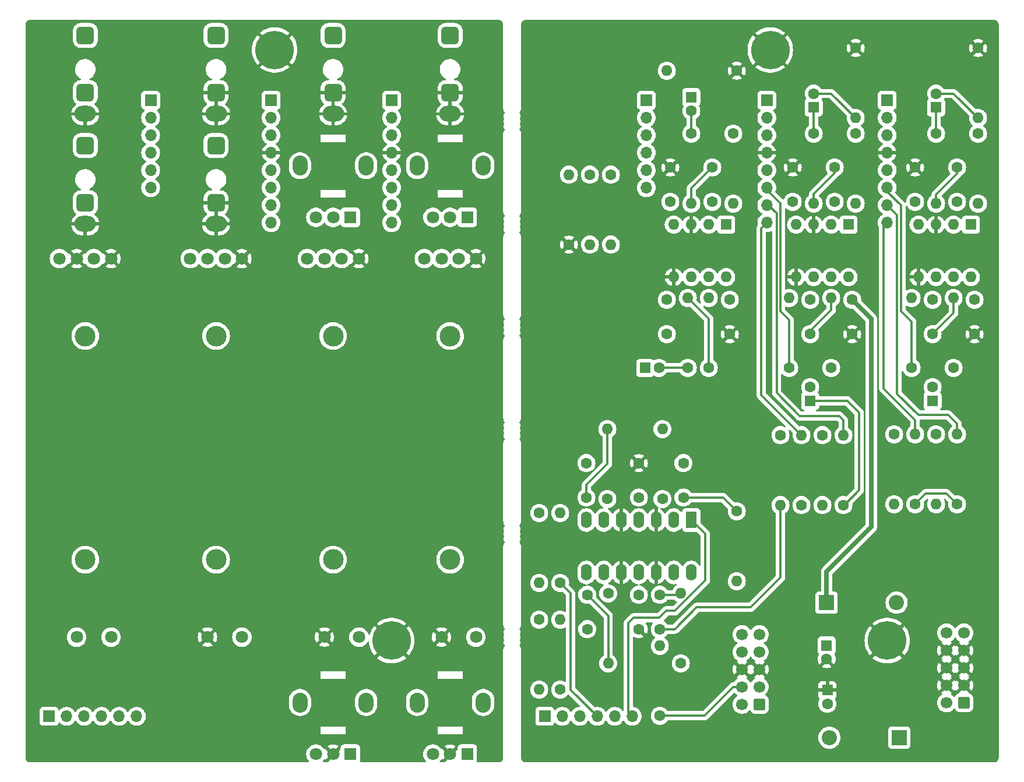
<source format=gbl>
%TF.GenerationSoftware,KiCad,Pcbnew,8.0.6*%
%TF.CreationDate,2024-12-05T21:22:41+00:00*%
%TF.ProjectId,bcm-mixer,62636d2d-6d69-4786-9572-2e6b69636164,rev01*%
%TF.SameCoordinates,Original*%
%TF.FileFunction,Copper,L2,Bot*%
%TF.FilePolarity,Positive*%
%FSLAX46Y46*%
G04 Gerber Fmt 4.6, Leading zero omitted, Abs format (unit mm)*
G04 Created by KiCad (PCBNEW 8.0.6) date 2024-12-05 21:22:41*
%MOMM*%
%LPD*%
G01*
G04 APERTURE LIST*
G04 Aperture macros list*
%AMRoundRect*
0 Rectangle with rounded corners*
0 $1 Rounding radius*
0 $2 $3 $4 $5 $6 $7 $8 $9 X,Y pos of 4 corners*
0 Add a 4 corners polygon primitive as box body*
4,1,4,$2,$3,$4,$5,$6,$7,$8,$9,$2,$3,0*
0 Add four circle primitives for the rounded corners*
1,1,$1+$1,$2,$3*
1,1,$1+$1,$4,$5*
1,1,$1+$1,$6,$7*
1,1,$1+$1,$8,$9*
0 Add four rect primitives between the rounded corners*
20,1,$1+$1,$2,$3,$4,$5,0*
20,1,$1+$1,$4,$5,$6,$7,0*
20,1,$1+$1,$6,$7,$8,$9,0*
20,1,$1+$1,$8,$9,$2,$3,0*%
G04 Aperture macros list end*
%TA.AperFunction,ComponentPad*%
%ADD10C,1.600000*%
%TD*%
%TA.AperFunction,ComponentPad*%
%ADD11O,1.600000X1.600000*%
%TD*%
%TA.AperFunction,ComponentPad*%
%ADD12RoundRect,0.250000X0.600000X0.600000X-0.600000X0.600000X-0.600000X-0.600000X0.600000X-0.600000X0*%
%TD*%
%TA.AperFunction,ComponentPad*%
%ADD13C,1.700000*%
%TD*%
%TA.AperFunction,ComponentPad*%
%ADD14R,1.700000X1.700000*%
%TD*%
%TA.AperFunction,ComponentPad*%
%ADD15O,1.700000X1.700000*%
%TD*%
%TA.AperFunction,ComponentPad*%
%ADD16R,1.600000X1.600000*%
%TD*%
%TA.AperFunction,ComponentPad*%
%ADD17C,5.600000*%
%TD*%
%TA.AperFunction,ComponentPad*%
%ADD18R,1.600000X2.400000*%
%TD*%
%TA.AperFunction,ComponentPad*%
%ADD19O,1.600000X2.400000*%
%TD*%
%TA.AperFunction,ComponentPad*%
%ADD20R,2.200000X2.200000*%
%TD*%
%TA.AperFunction,ComponentPad*%
%ADD21O,2.200000X2.200000*%
%TD*%
%TA.AperFunction,ComponentPad*%
%ADD22C,3.000000*%
%TD*%
%TA.AperFunction,ComponentPad*%
%ADD23C,1.800000*%
%TD*%
%TA.AperFunction,ComponentPad*%
%ADD24O,3.100000X2.300000*%
%TD*%
%TA.AperFunction,ComponentPad*%
%ADD25RoundRect,0.650000X0.650000X0.650000X-0.650000X0.650000X-0.650000X-0.650000X0.650000X-0.650000X0*%
%TD*%
%TA.AperFunction,ComponentPad*%
%ADD26O,2.200000X2.900000*%
%TD*%
%TA.AperFunction,ComponentPad*%
%ADD27R,1.800000X1.800000*%
%TD*%
%TA.AperFunction,Conductor*%
%ADD28C,0.304800*%
%TD*%
%TA.AperFunction,Conductor*%
%ADD29C,0.635000*%
%TD*%
G04 APERTURE END LIST*
D10*
%TO.P,C2,1*%
%TO.N,MAIN_BUS_L*%
X124460000Y-141351000D03*
%TO.P,C2,2*%
%TO.N,/MAIN_L_LEVEL_CW_MAIN*%
X124460000Y-136351000D03*
%TD*%
%TO.P,R13,1*%
%TO.N,/CHAN1_PAN_CCW_MAIN*%
X164592000Y-113030000D03*
D11*
%TO.P,R13,2*%
%TO.N,MAIN_BUS_R*%
X164592000Y-123190000D03*
%TD*%
D12*
%TO.P,J8,1,Pin_1*%
%TO.N,VEE*%
X138938000Y-152273000D03*
D13*
%TO.P,J8,2,Pin_2*%
X136398000Y-152273000D03*
%TO.P,J8,3,Pin_3*%
%TO.N,Net-(J8-Pin_3)*%
X138938000Y-149733000D03*
%TO.P,J8,4,Pin_4*%
X136398000Y-149733000D03*
%TO.P,J8,5,Pin_5*%
%TO.N,GND*%
X138938000Y-147193000D03*
%TO.P,J8,6,Pin_6*%
X136398000Y-147193000D03*
%TO.P,J8,7,Pin_7*%
%TO.N,Net-(J8-Pin_7)*%
X138938000Y-144653000D03*
%TO.P,J8,8,Pin_8*%
X136398000Y-144653000D03*
%TO.P,J8,9,Pin_9*%
%TO.N,VCC*%
X138938000Y-142113000D03*
%TO.P,J8,10,Pin_10*%
X136398000Y-142113000D03*
%TD*%
D10*
%TO.P,R32,1*%
%TO.N,Net-(J14-Pin_3)*%
X114300000Y-75311000D03*
D11*
%TO.P,R32,2*%
%TO.N,MAIN_BUS_R*%
X114300000Y-85471000D03*
%TD*%
D10*
%TO.P,R28,1*%
%TO.N,/CHAN2_GAIN_CCW_MAIN*%
X152908000Y-69342000D03*
D11*
%TO.P,R28,2*%
%TO.N,/CHAN2_LEVEL_CW_MAIN*%
X152908000Y-79502000D03*
%TD*%
D14*
%TO.P,J11,1,Pin_1*%
%TO.N,/CHAN1_INPUT_CTRL*%
X85500000Y-64500000D03*
D15*
%TO.P,J11,2,Pin_2*%
%TO.N,/CHAN1_GAIN_CCW_CTRL*%
X85500000Y-67040000D03*
%TO.P,J11,3,Pin_3*%
%TO.N,/CHAN1_GAIN_CENTER_CTRL*%
X85500000Y-69580000D03*
%TO.P,J11,4,Pin_4*%
%TO.N,GND*%
X85500000Y-72120000D03*
%TO.P,J11,5,Pin_5*%
%TO.N,/CHAN1_LEVEL_CW_CTRL*%
X85500000Y-74660000D03*
%TO.P,J11,6,Pin_6*%
%TO.N,/CHAN1_LEVEL_CENTER_CTRL*%
X85500000Y-77200000D03*
%TO.P,J11,7,Pin_7*%
%TO.N,/CHAN1_PAN_CCW_CTRL*%
X85500000Y-79740000D03*
%TO.P,J11,8,Pin_8*%
%TO.N,/CHAN1_PAN_CW_CTRL*%
X85500000Y-82280000D03*
%TD*%
D10*
%TO.P,R5,1*%
%TO.N,/MAIN_R_LEVEL_CENTER_MAIN*%
X109982000Y-134620000D03*
D11*
%TO.P,R5,2*%
%TO.N,Net-(U3B--)*%
X109982000Y-124460000D03*
%TD*%
D10*
%TO.P,R31,1*%
%TO.N,Net-(J14-Pin_5)*%
X117348000Y-75311000D03*
D11*
%TO.P,R31,2*%
%TO.N,MAIN_BUS_L*%
X117348000Y-85471000D03*
%TD*%
D10*
%TO.P,R11,1*%
%TO.N,/Mono Channel 1/OUTPUT*%
X167640000Y-123190000D03*
D11*
%TO.P,R11,2*%
%TO.N,/CHAN1_PAN_CCW_MAIN*%
X167640000Y-113030000D03*
%TD*%
D10*
%TO.P,C5,1*%
%TO.N,/CHAN1_GAIN_CENTER_MAIN*%
X167640000Y-74248000D03*
%TO.P,C5,2*%
%TO.N,/CHAN1_LEVEL_CW_MAIN*%
X167640000Y-79248000D03*
%TD*%
%TO.P,R35,1*%
%TO.N,Net-(J8-Pin_3)*%
X124460000Y-153924000D03*
D11*
%TO.P,R35,2*%
%TO.N,MAIN_BUS_L*%
X124460000Y-143764000D03*
%TD*%
D10*
%TO.P,C14,1*%
%TO.N,Net-(U2A--)*%
X132080000Y-74248000D03*
%TO.P,C14,2*%
%TO.N,/CHAN3_L_OUTPUT_MAIN*%
X132080000Y-79248000D03*
%TD*%
%TO.P,R22,1*%
%TO.N,Net-(C17-Pad2)*%
X128524000Y-103378000D03*
D11*
%TO.P,R22,2*%
%TO.N,Net-(U2B--)*%
X128524000Y-93218000D03*
%TD*%
D10*
%TO.P,R20,1*%
%TO.N,GND*%
X135636000Y-60198000D03*
D11*
%TO.P,R20,2*%
%TO.N,/CHAN3_L_INPUT_MAIN*%
X125476000Y-60198000D03*
%TD*%
D16*
%TO.P,U4,1*%
%TO.N,/CHAN2_LEVEL_CW_MAIN*%
X151882000Y-82560000D03*
D11*
%TO.P,U4,2,-*%
%TO.N,/CHAN2_GAIN_CENTER_MAIN*%
X149342000Y-82560000D03*
%TO.P,U4,3,+*%
%TO.N,GND*%
X146802000Y-82560000D03*
%TO.P,U4,4,V-*%
%TO.N,VEE*%
X144262000Y-82560000D03*
%TO.P,U4,5,+*%
%TO.N,GND*%
X144262000Y-90180000D03*
%TO.P,U4,6,-*%
%TO.N,Net-(U4B--)*%
X146802000Y-90180000D03*
%TO.P,U4,7*%
%TO.N,Net-(C25-Pad2)*%
X149342000Y-90180000D03*
%TO.P,U4,8,V+*%
%TO.N,VCC*%
X151882000Y-90180000D03*
%TD*%
D10*
%TO.P,R16,1*%
%TO.N,/Mono Channel 2/OUTPUT*%
X145034000Y-123317000D03*
D11*
%TO.P,R16,2*%
%TO.N,/CHAN2_PAN_CW_MAIN*%
X145034000Y-113157000D03*
%TD*%
D10*
%TO.P,R30,1*%
%TO.N,Net-(U4B--)*%
X149352000Y-103378000D03*
D11*
%TO.P,R30,2*%
%TO.N,Net-(C25-Pad2)*%
X149352000Y-93218000D03*
%TD*%
D10*
%TO.P,C4,1*%
%TO.N,Net-(U3C--)*%
X113919000Y-141351000D03*
%TO.P,C4,2*%
%TO.N,/Main Channel/L_OUT*%
X113919000Y-136351000D03*
%TD*%
%TO.P,R21,1*%
%TO.N,GND*%
X111252000Y-85471000D03*
D11*
%TO.P,R21,2*%
%TO.N,/CHAN3_R_INPUT_MAIN*%
X111252000Y-75311000D03*
%TD*%
D10*
%TO.P,R9,1*%
%TO.N,Net-(U1B--)*%
X167132000Y-103378000D03*
D11*
%TO.P,R9,2*%
%TO.N,Net-(C6-Pad2)*%
X167132000Y-93218000D03*
%TD*%
D10*
%TO.P,R24,1*%
%TO.N,/CHAN2_PAN_CCW_MAIN*%
X148082000Y-113157000D03*
D11*
%TO.P,R24,2*%
%TO.N,MAIN_BUS_R*%
X148082000Y-123317000D03*
%TD*%
D10*
%TO.P,R41,1*%
%TO.N,/Main Channel/R_OUT*%
X106934000Y-124460000D03*
D11*
%TO.P,R41,2*%
%TO.N,/R_OUT_MAIN*%
X106934000Y-134620000D03*
%TD*%
D14*
%TO.P,J15,1,Pin_1*%
%TO.N,/CHAN3_L_INPUT_CTRL*%
X50500000Y-64500000D03*
D15*
%TO.P,J15,2,Pin_2*%
%TO.N,/CHAN3_R_INPUT_CTRL*%
X50500000Y-67040000D03*
%TO.P,J15,3,Pin_3*%
%TO.N,/CHAN3_R_SIGNAL_CTRL*%
X50500000Y-69580000D03*
%TO.P,J15,4,Pin_4*%
%TO.N,/CHAN3_L_OUTPUT_CTRL*%
X50500000Y-72120000D03*
%TO.P,J15,5,Pin_5*%
%TO.N,/CHAN3_L_SIGNAL_CTRL*%
X50500000Y-74660000D03*
%TO.P,J15,6,Pin_6*%
%TO.N,/CHAN3_R_OUTPUT_CTRL*%
X50500000Y-77200000D03*
%TD*%
D10*
%TO.P,C12,1*%
%TO.N,VEE*%
X121412000Y-136351000D03*
%TO.P,C12,2*%
%TO.N,GND*%
X121412000Y-141351000D03*
%TD*%
%TO.P,R23,1*%
%TO.N,Net-(U2B--)*%
X131572000Y-103378000D03*
D11*
%TO.P,R23,2*%
%TO.N,/CHAN3_R_OUTPUT_MAIN*%
X131572000Y-93218000D03*
%TD*%
D17*
%TO.P,H4,1,1*%
%TO.N,GND*%
X157500000Y-143000000D03*
%TD*%
D12*
%TO.P,J6,1,-12V*%
%TO.N,Net-(D2-K)*%
X168656000Y-152041500D03*
D13*
%TO.P,J6,2,-12V*%
X166116000Y-152041500D03*
%TO.P,J6,3,GND*%
%TO.N,GND*%
X168656000Y-149501500D03*
%TO.P,J6,4,GND*%
X166116000Y-149501500D03*
%TO.P,J6,5,GND*%
X168656000Y-146961500D03*
%TO.P,J6,6,GND*%
X166116000Y-146961500D03*
%TO.P,J6,7,GND*%
X168656000Y-144421500D03*
%TO.P,J6,8,GND*%
X166116000Y-144421500D03*
%TO.P,J6,9,+12V*%
%TO.N,Net-(D1-A)*%
X168656000Y-141881500D03*
%TO.P,J6,10,+12V*%
X166116000Y-141881500D03*
%TD*%
D10*
%TO.P,R15,1*%
%TO.N,Net-(U3B--)*%
X116840000Y-122428000D03*
D11*
%TO.P,R15,2*%
%TO.N,/Main Channel/R_OUT*%
X116840000Y-112268000D03*
%TD*%
D10*
%TO.P,C11,1*%
%TO.N,GND*%
X121412000Y-117221000D03*
%TO.P,C11,2*%
%TO.N,VCC*%
X121412000Y-122221000D03*
%TD*%
%TO.P,C9,1*%
%TO.N,VEE*%
X161544000Y-79248000D03*
%TO.P,C9,2*%
%TO.N,GND*%
X161544000Y-74248000D03*
%TD*%
D14*
%TO.P,J12,1,Pin_1*%
%TO.N,/CHAN2_INPUT_CTRL*%
X68000000Y-64500000D03*
D15*
%TO.P,J12,2,Pin_2*%
%TO.N,/CHAN2_GAIN_CCW_CTRL*%
X68000000Y-67040000D03*
%TO.P,J12,3,Pin_3*%
%TO.N,/CHAN2_GAIN_CENTER_CTRL*%
X68000000Y-69580000D03*
%TO.P,J12,4,Pin_4*%
%TO.N,GND*%
X68000000Y-72120000D03*
%TO.P,J12,5,Pin_5*%
%TO.N,/CHAN2_LEVEL_CW_CTRL*%
X68000000Y-74660000D03*
%TO.P,J12,6,Pin_6*%
%TO.N,/CHAN2_LEVEL_CENTER_CTRL*%
X68000000Y-77200000D03*
%TO.P,J12,7,Pin_7*%
%TO.N,/CHAN2_PAN_CCW_CTRL*%
X68000000Y-79740000D03*
%TO.P,J12,8,Pin_8*%
%TO.N,/CHAN2_PAN_CW_CTRL*%
X68000000Y-82280000D03*
%TD*%
D10*
%TO.P,R27,1*%
%TO.N,Net-(C21-Pad1)*%
X146812000Y-69342000D03*
D11*
%TO.P,R27,2*%
%TO.N,/CHAN2_GAIN_CENTER_MAIN*%
X146812000Y-79502000D03*
%TD*%
D16*
%TO.P,C7,1*%
%TO.N,/Mono Channel 1/OUTPUT*%
X164084000Y-108172000D03*
D10*
%TO.P,C7,2*%
%TO.N,Net-(C6-Pad2)*%
X164084000Y-106172000D03*
%TD*%
%TO.P,R10,1*%
%TO.N,/Mono Channel 1/OUTPUT*%
X161544000Y-123190000D03*
D11*
%TO.P,R10,2*%
%TO.N,/CHAN1_PAN_CW_MAIN*%
X161544000Y-113030000D03*
%TD*%
D16*
%TO.P,C20,1*%
%TO.N,GND*%
X148800000Y-150200000D03*
D10*
%TO.P,C20,2*%
%TO.N,VEE*%
X148800000Y-152200000D03*
%TD*%
D16*
%TO.P,C17,1*%
%TO.N,/CHAN3_R_INPUT_MAIN*%
X122333000Y-103378000D03*
D10*
%TO.P,C17,2*%
%TO.N,Net-(C17-Pad2)*%
X124333000Y-103378000D03*
%TD*%
%TO.P,R8,1*%
%TO.N,/CHAN1_LEVEL_CENTER_MAIN*%
X161036000Y-103378000D03*
D11*
%TO.P,R8,2*%
%TO.N,Net-(U1B--)*%
X161036000Y-93218000D03*
%TD*%
D10*
%TO.P,R26,1*%
%TO.N,GND*%
X152908000Y-56896000D03*
D11*
%TO.P,R26,2*%
%TO.N,/CHAN2_INPUT_MAIN*%
X152908000Y-67056000D03*
%TD*%
D10*
%TO.P,R7,1*%
%TO.N,/CHAN1_GAIN_CCW_MAIN*%
X170688000Y-69342000D03*
D11*
%TO.P,R7,2*%
%TO.N,/CHAN1_LEVEL_CW_MAIN*%
X170688000Y-79502000D03*
%TD*%
D16*
%TO.P,C19,1*%
%TO.N,VCC*%
X148700000Y-143700000D03*
D10*
%TO.P,C19,2*%
%TO.N,GND*%
X148700000Y-145700000D03*
%TD*%
D16*
%TO.P,C26,1*%
%TO.N,/Mono Channel 2/OUTPUT*%
X146304000Y-108172000D03*
D10*
%TO.P,C26,2*%
%TO.N,Net-(C25-Pad2)*%
X146304000Y-106172000D03*
%TD*%
%TO.P,C10,1*%
%TO.N,Net-(U3B--)*%
X113792000Y-117221000D03*
%TO.P,C10,2*%
%TO.N,/Main Channel/R_OUT*%
X113792000Y-122221000D03*
%TD*%
D18*
%TO.P,U3,1*%
%TO.N,/MAIN_R_LEVEL_CW_MAIN*%
X129037000Y-125486000D03*
D19*
%TO.P,U3,2,-*%
%TO.N,MAIN_BUS_R*%
X126497000Y-125486000D03*
%TO.P,U3,3,+*%
%TO.N,GND*%
X123957000Y-125486000D03*
%TO.P,U3,4,V+*%
%TO.N,VCC*%
X121417000Y-125486000D03*
%TO.P,U3,5,+*%
%TO.N,GND*%
X118877000Y-125486000D03*
%TO.P,U3,6,-*%
%TO.N,Net-(U3B--)*%
X116337000Y-125486000D03*
%TO.P,U3,7*%
%TO.N,/Main Channel/R_OUT*%
X113797000Y-125486000D03*
%TO.P,U3,8*%
%TO.N,/Main Channel/L_OUT*%
X113797000Y-133106000D03*
%TO.P,U3,9,-*%
%TO.N,Net-(U3C--)*%
X116337000Y-133106000D03*
%TO.P,U3,10,+*%
%TO.N,GND*%
X118877000Y-133106000D03*
%TO.P,U3,11,V-*%
%TO.N,VEE*%
X121417000Y-133106000D03*
%TO.P,U3,12,+*%
%TO.N,GND*%
X123957000Y-133106000D03*
%TO.P,U3,13,-*%
%TO.N,MAIN_BUS_L*%
X126497000Y-133106000D03*
%TO.P,U3,14*%
%TO.N,/MAIN_L_LEVEL_CW_MAIN*%
X129037000Y-133106000D03*
%TD*%
D16*
%TO.P,C1,1*%
%TO.N,Net-(C1-Pad1)*%
X164592000Y-65532000D03*
D10*
%TO.P,C1,2*%
%TO.N,/CHAN1_INPUT_MAIN*%
X164592000Y-63532000D03*
%TD*%
%TO.P,R14,1*%
%TO.N,Net-(U3C--)*%
X116967000Y-136144000D03*
D11*
%TO.P,R14,2*%
%TO.N,/Main Channel/L_OUT*%
X116967000Y-146304000D03*
%TD*%
D10*
%TO.P,R3,1*%
%TO.N,MAIN_BUS_R*%
X124841000Y-122428000D03*
D11*
%TO.P,R3,2*%
%TO.N,/MAIN_R_LEVEL_CW_MAIN*%
X124841000Y-112268000D03*
%TD*%
D17*
%TO.P,H1,1,1*%
%TO.N,GND*%
X68500000Y-57200000D03*
%TD*%
D10*
%TO.P,R17,1*%
%TO.N,/Mono Channel 2/OUTPUT*%
X151130000Y-123317000D03*
D11*
%TO.P,R17,2*%
%TO.N,/CHAN2_PAN_CCW_MAIN*%
X151130000Y-113157000D03*
%TD*%
D10*
%TO.P,C3,1*%
%TO.N,MAIN_BUS_R*%
X127889000Y-122221000D03*
%TO.P,C3,2*%
%TO.N,/MAIN_R_LEVEL_CW_MAIN*%
X127889000Y-117221000D03*
%TD*%
D20*
%TO.P,D1,1,K*%
%TO.N,VCC*%
X148700000Y-137500000D03*
D21*
%TO.P,D1,2,A*%
%TO.N,Net-(D1-A)*%
X158860000Y-137500000D03*
%TD*%
D16*
%TO.P,U2,1*%
%TO.N,/CHAN3_L_OUTPUT_MAIN*%
X134102000Y-82560000D03*
D11*
%TO.P,U2,2,-*%
%TO.N,Net-(U2A--)*%
X131562000Y-82560000D03*
%TO.P,U2,3,+*%
%TO.N,GND*%
X129022000Y-82560000D03*
%TO.P,U2,4,V-*%
%TO.N,VEE*%
X126482000Y-82560000D03*
%TO.P,U2,5,+*%
%TO.N,GND*%
X126482000Y-90180000D03*
%TO.P,U2,6,-*%
%TO.N,Net-(U2B--)*%
X129022000Y-90180000D03*
%TO.P,U2,7*%
%TO.N,/CHAN3_R_OUTPUT_MAIN*%
X131562000Y-90180000D03*
%TO.P,U2,8,V+*%
%TO.N,VCC*%
X134102000Y-90180000D03*
%TD*%
D10*
%TO.P,R18,1*%
%TO.N,Net-(C13-Pad2)*%
X129032000Y-69342000D03*
D11*
%TO.P,R18,2*%
%TO.N,Net-(U2A--)*%
X129032000Y-79502000D03*
%TD*%
D16*
%TO.P,C13,1*%
%TO.N,/CHAN3_L_INPUT_MAIN*%
X129032000Y-64040000D03*
D10*
%TO.P,C13,2*%
%TO.N,Net-(C13-Pad2)*%
X129032000Y-66040000D03*
%TD*%
%TO.P,R1,1*%
%TO.N,GND*%
X170688000Y-56896000D03*
D11*
%TO.P,R1,2*%
%TO.N,/CHAN1_INPUT_MAIN*%
X170688000Y-67056000D03*
%TD*%
D14*
%TO.P,J16,1,Pin_1*%
%TO.N,/L_OUT_CTRL*%
X35750000Y-154000000D03*
D15*
%TO.P,J16,2,Pin_2*%
%TO.N,/R_OUT_CTRL*%
X38290000Y-154000000D03*
%TO.P,J16,3,Pin_3*%
%TO.N,/MAIN_L_LEVEL_CENTER_CTRL*%
X40830000Y-154000000D03*
%TO.P,J16,4,Pin_4*%
%TO.N,/MAIN_R_LEVEL_CENTER_CTRL*%
X43370000Y-154000000D03*
%TO.P,J16,5,Pin_5*%
%TO.N,/MAIN_L_LEVEL_CW_CTRL*%
X45910000Y-154000000D03*
%TO.P,J16,6,Pin_6*%
%TO.N,/MAIN_R_LEVEL_CW_CTRL*%
X48450000Y-154000000D03*
%TD*%
D17*
%TO.P,H3,1,1*%
%TO.N,GND*%
X85500000Y-143000000D03*
%TD*%
D10*
%TO.P,C16,1*%
%TO.N,VEE*%
X125984000Y-79248000D03*
%TO.P,C16,2*%
%TO.N,GND*%
X125984000Y-74248000D03*
%TD*%
%TO.P,C25,1*%
%TO.N,Net-(U4B--)*%
X146304000Y-93472000D03*
%TO.P,C25,2*%
%TO.N,Net-(C25-Pad2)*%
X146304000Y-98472000D03*
%TD*%
%TO.P,C8,1*%
%TO.N,GND*%
X170180000Y-98472000D03*
%TO.P,C8,2*%
%TO.N,VCC*%
X170180000Y-93472000D03*
%TD*%
D16*
%TO.P,U1,1*%
%TO.N,/CHAN1_LEVEL_CW_MAIN*%
X169662000Y-82560000D03*
D11*
%TO.P,U1,2,-*%
%TO.N,/CHAN1_GAIN_CENTER_MAIN*%
X167122000Y-82560000D03*
%TO.P,U1,3,+*%
%TO.N,GND*%
X164582000Y-82560000D03*
%TO.P,U1,4,V-*%
%TO.N,VEE*%
X162042000Y-82560000D03*
%TO.P,U1,5,+*%
%TO.N,GND*%
X162042000Y-90180000D03*
%TO.P,U1,6,-*%
%TO.N,Net-(U1B--)*%
X164582000Y-90180000D03*
%TO.P,U1,7*%
%TO.N,Net-(C6-Pad2)*%
X167122000Y-90180000D03*
%TO.P,U1,8,V+*%
%TO.N,VCC*%
X169662000Y-90180000D03*
%TD*%
D10*
%TO.P,R40,1*%
%TO.N,/Main Channel/L_OUT*%
X106934000Y-139954000D03*
D11*
%TO.P,R40,2*%
%TO.N,/L_OUT_MAIN*%
X106934000Y-150114000D03*
%TD*%
D10*
%TO.P,R6,1*%
%TO.N,Net-(C1-Pad1)*%
X164592000Y-69342000D03*
D11*
%TO.P,R6,2*%
%TO.N,/CHAN1_GAIN_CENTER_MAIN*%
X164592000Y-79502000D03*
%TD*%
D10*
%TO.P,R36,1*%
%TO.N,MAIN_BUS_R*%
X135636000Y-124206000D03*
D11*
%TO.P,R36,2*%
%TO.N,Net-(J8-Pin_7)*%
X135636000Y-134366000D03*
%TD*%
D10*
%TO.P,C18,1*%
%TO.N,Net-(U2B--)*%
X125476000Y-93472000D03*
%TO.P,C18,2*%
%TO.N,/CHAN3_R_OUTPUT_MAIN*%
X125476000Y-98472000D03*
%TD*%
%TO.P,R25,1*%
%TO.N,/CHAN2_PAN_CW_MAIN*%
X141986000Y-113157000D03*
D11*
%TO.P,R25,2*%
%TO.N,MAIN_BUS_L*%
X141986000Y-123317000D03*
%TD*%
D20*
%TO.P,D2,1,K*%
%TO.N,Net-(D2-K)*%
X159258000Y-157099000D03*
D21*
%TO.P,D2,2,A*%
%TO.N,VEE*%
X149098000Y-157099000D03*
%TD*%
D10*
%TO.P,R12,1*%
%TO.N,/CHAN1_PAN_CW_MAIN*%
X158496000Y-113030000D03*
D11*
%TO.P,R12,2*%
%TO.N,MAIN_BUS_L*%
X158496000Y-123190000D03*
%TD*%
D10*
%TO.P,R19,1*%
%TO.N,Net-(U2A--)*%
X135128000Y-69342000D03*
D11*
%TO.P,R19,2*%
%TO.N,/CHAN3_L_OUTPUT_MAIN*%
X135128000Y-79502000D03*
%TD*%
D17*
%TO.P,H2,1,1*%
%TO.N,GND*%
X140500000Y-57200000D03*
%TD*%
D10*
%TO.P,C15,1*%
%TO.N,GND*%
X134620000Y-98472000D03*
%TO.P,C15,2*%
%TO.N,VCC*%
X134620000Y-93472000D03*
%TD*%
%TO.P,R2,1*%
%TO.N,MAIN_BUS_L*%
X127508000Y-146304000D03*
D11*
%TO.P,R2,2*%
%TO.N,/MAIN_L_LEVEL_CW_MAIN*%
X127508000Y-136144000D03*
%TD*%
D10*
%TO.P,R29,1*%
%TO.N,/CHAN2_LEVEL_CENTER_MAIN*%
X143256000Y-103378000D03*
D11*
%TO.P,R29,2*%
%TO.N,Net-(U4B--)*%
X143256000Y-93218000D03*
%TD*%
D10*
%TO.P,R4,1*%
%TO.N,/MAIN_L_LEVEL_CENTER_MAIN*%
X109982000Y-150114000D03*
D11*
%TO.P,R4,2*%
%TO.N,Net-(U3C--)*%
X109982000Y-139954000D03*
%TD*%
D10*
%TO.P,C22,1*%
%TO.N,/CHAN2_GAIN_CENTER_MAIN*%
X149860000Y-74248000D03*
%TO.P,C22,2*%
%TO.N,/CHAN2_LEVEL_CW_MAIN*%
X149860000Y-79248000D03*
%TD*%
D16*
%TO.P,C21,1*%
%TO.N,Net-(C21-Pad1)*%
X146812000Y-65532000D03*
D10*
%TO.P,C21,2*%
%TO.N,/CHAN2_INPUT_MAIN*%
X146812000Y-63532000D03*
%TD*%
%TO.P,C23,1*%
%TO.N,GND*%
X152400000Y-98472000D03*
%TO.P,C23,2*%
%TO.N,VCC*%
X152400000Y-93472000D03*
%TD*%
%TO.P,C6,1*%
%TO.N,Net-(U1B--)*%
X164084000Y-93472000D03*
%TO.P,C6,2*%
%TO.N,Net-(C6-Pad2)*%
X164084000Y-98472000D03*
%TD*%
%TO.P,C24,1*%
%TO.N,VEE*%
X143764000Y-79248000D03*
%TO.P,C24,2*%
%TO.N,GND*%
X143764000Y-74248000D03*
%TD*%
D22*
%TO.P,RV3,*%
%TO.N,*%
X94000000Y-131250000D03*
X94000000Y-98750000D03*
D23*
%TO.P,RV3,1,1*%
%TO.N,GND*%
X97750000Y-87500000D03*
%TO.P,RV3,2,2*%
%TO.N,/CHAN1_LEVEL_CENTER_CTRL*%
X95250000Y-87500000D03*
%TO.P,RV3,3,3*%
%TO.N,/CHAN1_LEVEL_CW_CTRL*%
X97750000Y-142500000D03*
%TO.P,RV3,4,4*%
%TO.N,unconnected-(RV3-Pad4)*%
X92750000Y-87500000D03*
%TO.P,RV3,5,5*%
%TO.N,unconnected-(RV3-Pad5)*%
X90250000Y-87500000D03*
%TO.P,RV3,6,6*%
%TO.N,GND*%
X92750000Y-142500000D03*
%TD*%
D22*
%TO.P,RV6,*%
%TO.N,*%
X77000000Y-131250000D03*
X77000000Y-98750000D03*
D23*
%TO.P,RV6,1,1*%
%TO.N,GND*%
X80750000Y-87500000D03*
%TO.P,RV6,2,2*%
%TO.N,/CHAN2_LEVEL_CENTER_CTRL*%
X78250000Y-87500000D03*
%TO.P,RV6,3,3*%
%TO.N,/CHAN2_LEVEL_CW_CTRL*%
X80750000Y-142500000D03*
%TO.P,RV6,4,4*%
%TO.N,unconnected-(RV6-Pad4)*%
X75750000Y-87500000D03*
%TO.P,RV6,5,5*%
%TO.N,unconnected-(RV6-Pad5)*%
X73250000Y-87500000D03*
%TO.P,RV6,6,6*%
%TO.N,GND*%
X75750000Y-142500000D03*
%TD*%
D24*
%TO.P,J2,S*%
%TO.N,GND*%
X41000000Y-82480000D03*
D25*
%TO.P,J2,T*%
%TO.N,/R_OUT_CTRL*%
X41000000Y-71080000D03*
%TO.P,J2,TN*%
%TO.N,unconnected-(J2-PadTN)*%
X41000000Y-79380000D03*
%TD*%
D24*
%TO.P,J5,S*%
%TO.N,GND*%
X60000000Y-82480000D03*
D25*
%TO.P,J5,T*%
%TO.N,/CHAN3_R_INPUT_CTRL*%
X60000000Y-71080000D03*
%TO.P,J5,TN*%
%TO.N,GND*%
X60000000Y-79380000D03*
%TD*%
D26*
%TO.P,RV9,*%
%TO.N,*%
X98800000Y-152000000D03*
X89200000Y-152000000D03*
D27*
%TO.P,RV9,1,1*%
%TO.N,/CHAN1_PAN_CCW_CTRL*%
X96500000Y-159500000D03*
D23*
%TO.P,RV9,2,2*%
%TO.N,GND*%
X94000000Y-159500000D03*
%TO.P,RV9,3,3*%
%TO.N,/CHAN1_PAN_CW_CTRL*%
X91500000Y-159500000D03*
%TD*%
D14*
%TO.P,J10,1,Pin_1*%
%TO.N,/CHAN1_INPUT_MAIN*%
X157500000Y-64500000D03*
D15*
%TO.P,J10,2,Pin_2*%
%TO.N,/CHAN1_GAIN_CCW_MAIN*%
X157500000Y-67040000D03*
%TO.P,J10,3,Pin_3*%
%TO.N,/CHAN1_GAIN_CENTER_MAIN*%
X157500000Y-69580000D03*
%TO.P,J10,4,Pin_4*%
%TO.N,GND*%
X157500000Y-72120000D03*
%TO.P,J10,5,Pin_5*%
%TO.N,/CHAN1_LEVEL_CW_MAIN*%
X157500000Y-74660000D03*
%TO.P,J10,6,Pin_6*%
%TO.N,/CHAN1_LEVEL_CENTER_MAIN*%
X157500000Y-77200000D03*
%TO.P,J10,7,Pin_7*%
%TO.N,/CHAN1_PAN_CCW_MAIN*%
X157500000Y-79740000D03*
%TO.P,J10,8,Pin_8*%
%TO.N,/CHAN1_PAN_CW_MAIN*%
X157500000Y-82280000D03*
%TD*%
D24*
%TO.P,J7,S*%
%TO.N,GND*%
X77000000Y-66480000D03*
D25*
%TO.P,J7,T*%
%TO.N,/CHAN2_INPUT_CTRL*%
X77000000Y-55080000D03*
%TO.P,J7,TN*%
%TO.N,GND*%
X77000000Y-63380000D03*
%TD*%
D24*
%TO.P,J4,S*%
%TO.N,GND*%
X60000000Y-66480000D03*
D25*
%TO.P,J4,T*%
%TO.N,/CHAN3_L_INPUT_CTRL*%
X60000000Y-55080000D03*
%TO.P,J4,TN*%
%TO.N,GND*%
X60000000Y-63380000D03*
%TD*%
D26*
%TO.P,RV5,*%
%TO.N,*%
X81800000Y-74000000D03*
X72200000Y-74000000D03*
D27*
%TO.P,RV5,1,1*%
%TO.N,/CHAN2_GAIN_CCW_CTRL*%
X79500000Y-81500000D03*
D23*
%TO.P,RV5,2,2*%
%TO.N,/CHAN2_GAIN_CENTER_CTRL*%
X77000000Y-81500000D03*
%TO.P,RV5,3,3*%
%TO.N,unconnected-(RV5-Pad3)*%
X74500000Y-81500000D03*
%TD*%
D24*
%TO.P,J1,S*%
%TO.N,GND*%
X41000000Y-66480000D03*
D25*
%TO.P,J1,T*%
%TO.N,/L_OUT_CTRL*%
X41000000Y-55080000D03*
%TO.P,J1,TN*%
%TO.N,unconnected-(J1-PadTN)*%
X41000000Y-63380000D03*
%TD*%
D22*
%TO.P,RV1,*%
%TO.N,*%
X41000000Y-131250000D03*
X41000000Y-98750000D03*
D23*
%TO.P,RV1,1,1*%
%TO.N,GND*%
X44750000Y-87500000D03*
%TO.P,RV1,2,2*%
%TO.N,/MAIN_R_LEVEL_CENTER_CTRL*%
X42250000Y-87500000D03*
%TO.P,RV1,3,3*%
%TO.N,/MAIN_R_LEVEL_CW_CTRL*%
X44750000Y-142500000D03*
%TO.P,RV1,4,4*%
%TO.N,GND*%
X39750000Y-87500000D03*
%TO.P,RV1,5,5*%
%TO.N,/MAIN_L_LEVEL_CENTER_CTRL*%
X37250000Y-87500000D03*
%TO.P,RV1,6,6*%
%TO.N,/MAIN_L_LEVEL_CW_CTRL*%
X39750000Y-142500000D03*
%TD*%
D24*
%TO.P,J3,S*%
%TO.N,GND*%
X94000000Y-66480000D03*
D25*
%TO.P,J3,T*%
%TO.N,/CHAN1_INPUT_CTRL*%
X94000000Y-55080000D03*
%TO.P,J3,TN*%
%TO.N,GND*%
X94000000Y-63380000D03*
%TD*%
D14*
%TO.P,J14,1,Pin_1*%
%TO.N,/CHAN3_L_INPUT_MAIN*%
X122500000Y-64500000D03*
D15*
%TO.P,J14,2,Pin_2*%
%TO.N,/CHAN3_R_INPUT_MAIN*%
X122500000Y-67040000D03*
%TO.P,J14,3,Pin_3*%
%TO.N,Net-(J14-Pin_3)*%
X122500000Y-69580000D03*
%TO.P,J14,4,Pin_4*%
%TO.N,/CHAN3_L_OUTPUT_MAIN*%
X122500000Y-72120000D03*
%TO.P,J14,5,Pin_5*%
%TO.N,Net-(J14-Pin_5)*%
X122500000Y-74660000D03*
%TO.P,J14,6,Pin_6*%
%TO.N,/CHAN3_R_OUTPUT_MAIN*%
X122500000Y-77200000D03*
%TD*%
D26*
%TO.P,RV10,*%
%TO.N,*%
X81800000Y-152000000D03*
X72200000Y-152000000D03*
D27*
%TO.P,RV10,1,1*%
%TO.N,/CHAN2_PAN_CCW_CTRL*%
X79500000Y-159500000D03*
D23*
%TO.P,RV10,2,2*%
%TO.N,GND*%
X77000000Y-159500000D03*
%TO.P,RV10,3,3*%
%TO.N,/CHAN2_PAN_CW_CTRL*%
X74500000Y-159500000D03*
%TD*%
D26*
%TO.P,RV2,*%
%TO.N,*%
X98800000Y-74000000D03*
X89200000Y-74000000D03*
D27*
%TO.P,RV2,1,1*%
%TO.N,/CHAN1_GAIN_CCW_CTRL*%
X96500000Y-81500000D03*
D23*
%TO.P,RV2,2,2*%
%TO.N,/CHAN1_GAIN_CENTER_CTRL*%
X94000000Y-81500000D03*
%TO.P,RV2,3,3*%
%TO.N,unconnected-(RV2-Pad3)*%
X91500000Y-81500000D03*
%TD*%
D22*
%TO.P,RV4,*%
%TO.N,*%
X60000000Y-131250000D03*
X60000000Y-98750000D03*
D23*
%TO.P,RV4,1,1*%
%TO.N,GND*%
X63750000Y-87500000D03*
%TO.P,RV4,2,2*%
%TO.N,/CHAN3_R_SIGNAL_CTRL*%
X61250000Y-87500000D03*
%TO.P,RV4,3,3*%
%TO.N,/CHAN3_R_OUTPUT_CTRL*%
X63750000Y-142500000D03*
%TO.P,RV4,4,4*%
%TO.N,/CHAN3_L_OUTPUT_CTRL*%
X58750000Y-87500000D03*
%TO.P,RV4,5,5*%
%TO.N,/CHAN3_L_SIGNAL_CTRL*%
X56250000Y-87500000D03*
%TO.P,RV4,6,6*%
%TO.N,GND*%
X58750000Y-142500000D03*
%TD*%
D14*
%TO.P,J17,1,Pin_1*%
%TO.N,/L_OUT_MAIN*%
X107750000Y-154000000D03*
D15*
%TO.P,J17,2,Pin_2*%
%TO.N,/R_OUT_MAIN*%
X110290000Y-154000000D03*
%TO.P,J17,3,Pin_3*%
%TO.N,/MAIN_L_LEVEL_CENTER_MAIN*%
X112830000Y-154000000D03*
%TO.P,J17,4,Pin_4*%
%TO.N,/MAIN_R_LEVEL_CENTER_MAIN*%
X115370000Y-154000000D03*
%TO.P,J17,5,Pin_5*%
%TO.N,/MAIN_L_LEVEL_CW_MAIN*%
X117910000Y-154000000D03*
%TO.P,J17,6,Pin_6*%
%TO.N,/MAIN_R_LEVEL_CW_MAIN*%
X120450000Y-154000000D03*
%TD*%
D14*
%TO.P,J13,1,Pin_1*%
%TO.N,/CHAN2_INPUT_MAIN*%
X140000000Y-64500000D03*
D15*
%TO.P,J13,2,Pin_2*%
%TO.N,/CHAN2_GAIN_CCW_MAIN*%
X140000000Y-67040000D03*
%TO.P,J13,3,Pin_3*%
%TO.N,/CHAN2_GAIN_CENTER_MAIN*%
X140000000Y-69580000D03*
%TO.P,J13,4,Pin_4*%
%TO.N,GND*%
X140000000Y-72120000D03*
%TO.P,J13,5,Pin_5*%
%TO.N,/CHAN2_LEVEL_CW_MAIN*%
X140000000Y-74660000D03*
%TO.P,J13,6,Pin_6*%
%TO.N,/CHAN2_LEVEL_CENTER_MAIN*%
X140000000Y-77200000D03*
%TO.P,J13,7,Pin_7*%
%TO.N,/CHAN2_PAN_CCW_MAIN*%
X140000000Y-79740000D03*
%TO.P,J13,8,Pin_8*%
%TO.N,/CHAN2_PAN_CW_MAIN*%
X140000000Y-82280000D03*
%TD*%
D28*
%TO.N,Net-(C1-Pad1)*%
X164592000Y-65532000D02*
X164592000Y-69342000D01*
%TO.N,/CHAN1_INPUT_MAIN*%
X167164000Y-63532000D02*
X170688000Y-67056000D01*
X164592000Y-63532000D02*
X167164000Y-63532000D01*
%TO.N,/MAIN_L_LEVEL_CW_MAIN*%
X124460000Y-136351000D02*
X127301000Y-136351000D01*
X127301000Y-136351000D02*
X127508000Y-136144000D01*
%TO.N,MAIN_BUS_L*%
X141986000Y-133858000D02*
X137668000Y-138176000D01*
X141986000Y-123317000D02*
X141986000Y-133858000D01*
X126619000Y-141351000D02*
X129794000Y-138176000D01*
X124460000Y-141351000D02*
X126619000Y-141351000D01*
X129794000Y-138176000D02*
X137668000Y-138176000D01*
%TO.N,/MAIN_R_LEVEL_CW_MAIN*%
X120650000Y-139700000D02*
X119888000Y-140462000D01*
X124404892Y-139700000D02*
X120650000Y-139700000D01*
X131064000Y-134294108D02*
X126674108Y-138684000D01*
X119888000Y-153438000D02*
X120450000Y-154000000D01*
X129037000Y-125486000D02*
X131064000Y-127513000D01*
X126674108Y-138684000D02*
X125420892Y-138684000D01*
X119888000Y-140462000D02*
X119888000Y-153438000D01*
X131064000Y-127513000D02*
X131064000Y-134294108D01*
X125420892Y-138684000D02*
X124404892Y-139700000D01*
%TO.N,MAIN_BUS_R*%
X133651000Y-122221000D02*
X135636000Y-124206000D01*
X127889000Y-122221000D02*
X133651000Y-122221000D01*
%TO.N,/CHAN1_GAIN_CENTER_MAIN*%
X164592000Y-78232000D02*
X167640000Y-75184000D01*
X164592000Y-79502000D02*
X164592000Y-78232000D01*
X167640000Y-75184000D02*
X167640000Y-74248000D01*
%TO.N,Net-(C6-Pad2)*%
X167132000Y-95424000D02*
X164084000Y-98472000D01*
X167132000Y-93218000D02*
X167132000Y-95424000D01*
%TO.N,/Mono Channel 1/OUTPUT*%
X166116000Y-121666000D02*
X167640000Y-123190000D01*
X163068000Y-121666000D02*
X166116000Y-121666000D01*
X161544000Y-123190000D02*
X163068000Y-121666000D01*
D29*
%TO.N,VCC*%
X148700000Y-132986000D02*
X155194000Y-126492000D01*
X148700000Y-137500000D02*
X148700000Y-132986000D01*
X155194000Y-96266000D02*
X152400000Y-93472000D01*
X155194000Y-126492000D02*
X155194000Y-96266000D01*
D28*
%TO.N,Net-(C13-Pad2)*%
X129032000Y-66040000D02*
X129032000Y-69342000D01*
%TO.N,Net-(U2A--)*%
X129032000Y-77296000D02*
X132080000Y-74248000D01*
X129032000Y-79502000D02*
X129032000Y-77296000D01*
%TO.N,Net-(C17-Pad2)*%
X124333000Y-103378000D02*
X128524000Y-103378000D01*
%TO.N,Net-(U2B--)*%
X128524000Y-93218000D02*
X131572000Y-96266000D01*
X131572000Y-96266000D02*
X131572000Y-103378000D01*
%TO.N,/CHAN2_INPUT_MAIN*%
X146812000Y-63532000D02*
X149384000Y-63532000D01*
X149384000Y-63532000D02*
X152908000Y-67056000D01*
%TO.N,Net-(C21-Pad1)*%
X146812000Y-65532000D02*
X146812000Y-69342000D01*
%TO.N,/CHAN2_GAIN_CENTER_MAIN*%
X149860000Y-74248000D02*
X149860000Y-75057000D01*
X149860000Y-75057000D02*
X146812000Y-78105000D01*
X146812000Y-78105000D02*
X146812000Y-79502000D01*
%TO.N,Net-(C25-Pad2)*%
X149352000Y-94996000D02*
X146304000Y-98044000D01*
X146304000Y-98044000D02*
X146304000Y-98472000D01*
X149352000Y-93218000D02*
X149352000Y-94996000D01*
%TO.N,/Mono Channel 2/OUTPUT*%
X153416000Y-109855000D02*
X153416000Y-121158000D01*
X151257000Y-123317000D02*
X151130000Y-123317000D01*
X146304000Y-108172000D02*
X151733000Y-108172000D01*
X153416000Y-121158000D02*
X151257000Y-123317000D01*
X151733000Y-108172000D02*
X153416000Y-109855000D01*
%TO.N,/MAIN_R_LEVEL_CENTER_MAIN*%
X111506000Y-150136000D02*
X115370000Y-154000000D01*
X109982000Y-134620000D02*
X111506000Y-136144000D01*
X111506000Y-136144000D02*
X111506000Y-150136000D01*
%TO.N,/CHAN1_LEVEL_CENTER_MAIN*%
X161036000Y-103378000D02*
X161036000Y-96647000D01*
X159500000Y-79744000D02*
X157500000Y-77744000D01*
X161036000Y-96647000D02*
X159500000Y-95111000D01*
X157500000Y-77744000D02*
X157500000Y-77200000D01*
X159500000Y-95111000D02*
X159500000Y-79744000D01*
%TO.N,/CHAN1_PAN_CW_MAIN*%
X156972000Y-82808000D02*
X156972000Y-106362500D01*
X156972000Y-106362500D02*
X161544000Y-110934500D01*
X161544000Y-110934500D02*
X161544000Y-113030000D01*
X157500000Y-82280000D02*
X156972000Y-82808000D01*
%TO.N,/CHAN1_PAN_CCW_MAIN*%
X166370000Y-110236000D02*
X167640000Y-111506000D01*
X157500000Y-79740000D02*
X158941200Y-81181200D01*
X167640000Y-111506000D02*
X167640000Y-113030000D01*
X158941200Y-81181200D02*
X158941200Y-107125200D01*
X158941200Y-107125200D02*
X162052000Y-110236000D01*
X162052000Y-110236000D02*
X166370000Y-110236000D01*
%TO.N,/CHAN2_PAN_CW_MAIN*%
X139192000Y-83088000D02*
X139192000Y-107315000D01*
X139192000Y-107315000D02*
X145034000Y-113157000D01*
X140000000Y-82280000D02*
X139192000Y-83088000D01*
%TO.N,/CHAN2_PAN_CCW_MAIN*%
X144780000Y-110363000D02*
X150495000Y-110363000D01*
X141441200Y-107024200D02*
X144780000Y-110363000D01*
X141441200Y-80941200D02*
X141441200Y-107024200D01*
X151130000Y-110998000D02*
X151130000Y-113157000D01*
X140240000Y-79740000D02*
X141441200Y-80941200D01*
X140000000Y-79740000D02*
X140240000Y-79740000D01*
X150495000Y-110363000D02*
X151130000Y-110998000D01*
%TO.N,/CHAN2_LEVEL_CENTER_MAIN*%
X143256000Y-103378000D02*
X143256000Y-96393000D01*
X142000000Y-79500000D02*
X140000000Y-77500000D01*
X140000000Y-77500000D02*
X140000000Y-77200000D01*
X142000000Y-95137000D02*
X142000000Y-79500000D01*
X143256000Y-96393000D02*
X142000000Y-95137000D01*
%TO.N,/Main Channel/L_OUT*%
X113919000Y-136351000D02*
X116967000Y-139399000D01*
X116967000Y-139399000D02*
X116967000Y-146304000D01*
%TO.N,/Main Channel/R_OUT*%
X113792000Y-120396000D02*
X116840000Y-117348000D01*
X113792000Y-122221000D02*
X113792000Y-120396000D01*
X116840000Y-117348000D02*
X116840000Y-112268000D01*
%TO.N,Net-(J8-Pin_3)*%
X130937000Y-153924000D02*
X135128000Y-149733000D01*
X124460000Y-153924000D02*
X130937000Y-153924000D01*
X135128000Y-149733000D02*
X136398000Y-149733000D01*
%TD*%
%TA.AperFunction,Conductor*%
%TO.N,GND*%
G36*
X60250000Y-82180000D02*
G01*
X59750000Y-82180000D01*
X59750000Y-79680000D01*
X60250000Y-79680000D01*
X60250000Y-82180000D01*
G37*
%TD.AperFunction*%
%TA.AperFunction,Conductor*%
G36*
X60250000Y-66180000D02*
G01*
X59750000Y-66180000D01*
X59750000Y-63680000D01*
X60250000Y-63680000D01*
X60250000Y-66180000D01*
G37*
%TD.AperFunction*%
%TA.AperFunction,Conductor*%
G36*
X77250000Y-66180000D02*
G01*
X76750000Y-66180000D01*
X76750000Y-63680000D01*
X77250000Y-63680000D01*
X77250000Y-66180000D01*
G37*
%TD.AperFunction*%
%TA.AperFunction,Conductor*%
G36*
X94250000Y-66180000D02*
G01*
X93750000Y-66180000D01*
X93750000Y-63680000D01*
X94250000Y-63680000D01*
X94250000Y-66180000D01*
G37*
%TD.AperFunction*%
%TA.AperFunction,Conductor*%
G36*
X101006061Y-52805896D02*
G01*
X101123376Y-52817451D01*
X101147211Y-52822191D01*
X101254174Y-52854639D01*
X101276614Y-52863934D01*
X101375185Y-52916621D01*
X101395395Y-52930125D01*
X101481786Y-53001025D01*
X101498974Y-53018213D01*
X101569874Y-53104604D01*
X101583379Y-53124816D01*
X101636062Y-53223379D01*
X101645362Y-53245830D01*
X101669939Y-53326847D01*
X101677806Y-53352782D01*
X101682548Y-53376622D01*
X101694103Y-53493937D01*
X101694700Y-53506092D01*
X101694700Y-65608159D01*
X101730305Y-65821533D01*
X101800541Y-66026122D01*
X101800547Y-66026136D01*
X101903499Y-66216375D01*
X101903502Y-66216380D01*
X101909181Y-66223676D01*
X101934824Y-66288670D01*
X101921258Y-66357210D01*
X101899010Y-66387519D01*
X101846303Y-66440226D01*
X101846300Y-66440230D01*
X101779881Y-66555270D01*
X101745500Y-66683581D01*
X101745500Y-66816419D01*
X101779881Y-66944730D01*
X101779882Y-66944733D01*
X101848164Y-67063000D01*
X101864637Y-67130900D01*
X101848164Y-67187000D01*
X101779882Y-67305266D01*
X101779881Y-67305270D01*
X101745500Y-67433581D01*
X101745500Y-67566419D01*
X101778290Y-67688791D01*
X101779882Y-67694733D01*
X101848164Y-67813000D01*
X101864637Y-67880900D01*
X101848164Y-67937000D01*
X101779882Y-68055266D01*
X101779881Y-68055270D01*
X101745500Y-68183581D01*
X101745500Y-68316419D01*
X101779881Y-68444730D01*
X101846300Y-68559770D01*
X101846302Y-68559772D01*
X101899009Y-68612479D01*
X101932494Y-68673802D01*
X101927510Y-68743494D01*
X101909184Y-68776318D01*
X101903508Y-68783610D01*
X101903499Y-68783624D01*
X101800547Y-68973863D01*
X101800541Y-68973877D01*
X101730305Y-69178466D01*
X101694700Y-69391840D01*
X101694700Y-80608159D01*
X101730305Y-80821533D01*
X101800541Y-81026122D01*
X101800547Y-81026136D01*
X101903499Y-81216375D01*
X101903502Y-81216380D01*
X101909181Y-81223676D01*
X101934824Y-81288670D01*
X101921258Y-81357210D01*
X101899010Y-81387519D01*
X101846303Y-81440226D01*
X101846300Y-81440230D01*
X101780729Y-81553802D01*
X101779881Y-81555270D01*
X101745500Y-81683581D01*
X101745500Y-81816419D01*
X101779881Y-81944730D01*
X101779882Y-81944733D01*
X101848164Y-82063000D01*
X101864637Y-82130900D01*
X101848164Y-82187000D01*
X101779882Y-82305266D01*
X101779881Y-82305270D01*
X101745500Y-82433581D01*
X101745500Y-82566419D01*
X101771547Y-82663627D01*
X101779882Y-82694733D01*
X101848164Y-82813000D01*
X101864637Y-82880900D01*
X101848164Y-82937000D01*
X101779882Y-83055266D01*
X101779881Y-83055270D01*
X101745500Y-83183581D01*
X101745500Y-83316419D01*
X101779881Y-83444730D01*
X101846300Y-83559770D01*
X101846302Y-83559772D01*
X101899009Y-83612479D01*
X101932494Y-83673802D01*
X101927510Y-83743494D01*
X101909184Y-83776318D01*
X101903508Y-83783610D01*
X101903499Y-83783624D01*
X101800547Y-83973863D01*
X101800541Y-83973877D01*
X101730305Y-84178466D01*
X101694700Y-84391840D01*
X101694700Y-95608159D01*
X101730305Y-95821533D01*
X101800541Y-96026122D01*
X101800547Y-96026136D01*
X101903499Y-96216375D01*
X101903502Y-96216380D01*
X101909181Y-96223676D01*
X101934824Y-96288670D01*
X101921258Y-96357210D01*
X101899010Y-96387519D01*
X101846303Y-96440226D01*
X101846300Y-96440230D01*
X101779881Y-96555270D01*
X101745500Y-96683581D01*
X101745500Y-96816419D01*
X101779881Y-96944730D01*
X101779882Y-96944733D01*
X101848164Y-97063000D01*
X101864637Y-97130900D01*
X101848164Y-97187000D01*
X101779882Y-97305266D01*
X101779881Y-97305270D01*
X101745500Y-97433581D01*
X101745500Y-97566419D01*
X101779881Y-97694730D01*
X101779882Y-97694733D01*
X101848164Y-97813000D01*
X101864637Y-97880900D01*
X101848164Y-97937000D01*
X101779882Y-98055266D01*
X101779881Y-98055270D01*
X101745500Y-98183581D01*
X101745500Y-98316419D01*
X101779881Y-98444730D01*
X101846300Y-98559770D01*
X101846302Y-98559772D01*
X101899009Y-98612479D01*
X101932494Y-98673802D01*
X101927510Y-98743494D01*
X101909184Y-98776318D01*
X101903508Y-98783610D01*
X101903499Y-98783624D01*
X101800547Y-98973863D01*
X101800541Y-98973877D01*
X101730305Y-99178466D01*
X101694700Y-99391840D01*
X101694700Y-110608159D01*
X101730305Y-110821533D01*
X101800541Y-111026122D01*
X101800547Y-111026136D01*
X101903499Y-111216375D01*
X101903502Y-111216380D01*
X101909181Y-111223676D01*
X101934824Y-111288670D01*
X101921258Y-111357210D01*
X101899010Y-111387519D01*
X101846303Y-111440226D01*
X101846301Y-111440229D01*
X101846300Y-111440230D01*
X101779881Y-111555270D01*
X101745500Y-111683581D01*
X101745500Y-111816419D01*
X101779881Y-111944730D01*
X101779882Y-111944733D01*
X101848164Y-112063000D01*
X101864637Y-112130900D01*
X101848164Y-112187000D01*
X101779882Y-112305266D01*
X101779881Y-112305270D01*
X101745500Y-112433581D01*
X101745500Y-112566419D01*
X101779881Y-112694730D01*
X101779882Y-112694733D01*
X101848164Y-112813000D01*
X101864637Y-112880900D01*
X101848164Y-112937000D01*
X101779882Y-113055266D01*
X101779881Y-113055270D01*
X101745500Y-113183581D01*
X101745500Y-113316419D01*
X101779881Y-113444730D01*
X101846300Y-113559770D01*
X101846302Y-113559772D01*
X101899009Y-113612479D01*
X101932494Y-113673802D01*
X101927510Y-113743494D01*
X101909184Y-113776318D01*
X101903508Y-113783610D01*
X101903499Y-113783624D01*
X101800547Y-113973863D01*
X101800541Y-113973877D01*
X101730305Y-114178466D01*
X101694700Y-114391840D01*
X101694700Y-125608159D01*
X101730305Y-125821533D01*
X101800541Y-126026122D01*
X101800547Y-126026136D01*
X101903499Y-126216375D01*
X101903502Y-126216380D01*
X101909181Y-126223676D01*
X101934824Y-126288670D01*
X101921258Y-126357210D01*
X101899010Y-126387519D01*
X101846303Y-126440226D01*
X101846300Y-126440230D01*
X101779881Y-126555270D01*
X101745500Y-126683581D01*
X101745500Y-126816419D01*
X101779881Y-126944730D01*
X101779882Y-126944733D01*
X101848164Y-127063000D01*
X101864637Y-127130900D01*
X101848164Y-127187000D01*
X101779882Y-127305266D01*
X101779881Y-127305270D01*
X101745500Y-127433581D01*
X101745500Y-127566419D01*
X101779881Y-127694730D01*
X101779882Y-127694733D01*
X101848164Y-127813000D01*
X101864637Y-127880900D01*
X101848164Y-127937000D01*
X101779882Y-128055266D01*
X101779881Y-128055270D01*
X101745500Y-128183581D01*
X101745500Y-128316419D01*
X101779881Y-128444730D01*
X101846300Y-128559770D01*
X101846302Y-128559772D01*
X101899009Y-128612479D01*
X101932494Y-128673802D01*
X101927510Y-128743494D01*
X101909184Y-128776318D01*
X101903508Y-128783610D01*
X101903499Y-128783624D01*
X101800547Y-128973863D01*
X101800541Y-128973877D01*
X101730305Y-129178466D01*
X101702447Y-129345415D01*
X101694700Y-129391840D01*
X101694700Y-129459807D01*
X101694700Y-140451645D01*
X101694700Y-140500000D01*
X101694700Y-140608160D01*
X101695132Y-140610747D01*
X101730305Y-140821533D01*
X101800541Y-141026122D01*
X101800547Y-141026136D01*
X101903499Y-141216375D01*
X101903502Y-141216380D01*
X101909181Y-141223676D01*
X101934824Y-141288670D01*
X101921258Y-141357210D01*
X101899010Y-141387519D01*
X101846303Y-141440226D01*
X101846300Y-141440230D01*
X101779881Y-141555270D01*
X101745500Y-141683581D01*
X101745500Y-141816419D01*
X101779881Y-141944730D01*
X101779882Y-141944733D01*
X101848164Y-142063000D01*
X101864637Y-142130900D01*
X101848164Y-142187000D01*
X101779882Y-142305266D01*
X101779881Y-142305270D01*
X101745500Y-142433581D01*
X101745500Y-142566419D01*
X101779881Y-142694730D01*
X101779882Y-142694733D01*
X101848164Y-142813000D01*
X101864637Y-142880900D01*
X101848164Y-142937000D01*
X101779882Y-143055266D01*
X101779881Y-143055270D01*
X101745500Y-143183581D01*
X101745500Y-143316419D01*
X101779881Y-143444730D01*
X101846300Y-143559770D01*
X101846302Y-143559772D01*
X101899009Y-143612479D01*
X101932494Y-143673802D01*
X101927510Y-143743494D01*
X101909184Y-143776318D01*
X101903508Y-143783610D01*
X101903499Y-143783624D01*
X101800547Y-143973863D01*
X101800541Y-143973877D01*
X101730305Y-144178466D01*
X101694700Y-144391840D01*
X101694700Y-159993907D01*
X101694103Y-160006062D01*
X101682548Y-160123377D01*
X101677806Y-160147217D01*
X101645365Y-160254162D01*
X101636062Y-160276620D01*
X101583379Y-160375183D01*
X101569874Y-160395395D01*
X101498974Y-160481786D01*
X101481786Y-160498974D01*
X101395395Y-160569874D01*
X101375183Y-160583379D01*
X101276620Y-160636062D01*
X101254165Y-160645363D01*
X101211253Y-160658381D01*
X101147217Y-160677806D01*
X101123377Y-160682548D01*
X101028775Y-160691866D01*
X101006060Y-160694103D01*
X100993908Y-160694700D01*
X98011396Y-160694700D01*
X97944357Y-160675015D01*
X97898602Y-160622211D01*
X97888658Y-160553053D01*
X97895214Y-160527367D01*
X97901988Y-160509203D01*
X97901989Y-160509201D01*
X97905591Y-160475692D01*
X97908499Y-160448654D01*
X97908500Y-160448637D01*
X97908500Y-158551362D01*
X97908499Y-158551345D01*
X97905157Y-158520270D01*
X97901989Y-158490799D01*
X97890570Y-158460185D01*
X97869737Y-158404330D01*
X97850889Y-158353796D01*
X97763261Y-158236739D01*
X97646204Y-158149111D01*
X97616919Y-158138188D01*
X97509203Y-158098011D01*
X97448654Y-158091500D01*
X97448638Y-158091500D01*
X95551362Y-158091500D01*
X95551345Y-158091500D01*
X95490797Y-158098011D01*
X95490795Y-158098011D01*
X95353795Y-158149111D01*
X95236739Y-158236739D01*
X95149111Y-158353795D01*
X95098011Y-158490795D01*
X95098011Y-158490797D01*
X95091500Y-158551345D01*
X95091500Y-158710691D01*
X95071815Y-158777730D01*
X95055181Y-158798372D01*
X94482962Y-159370590D01*
X94465925Y-159307007D01*
X94400099Y-159192993D01*
X94307007Y-159099901D01*
X94192993Y-159034075D01*
X94129409Y-159017037D01*
X94798797Y-158347647D01*
X94798797Y-158347645D01*
X94768360Y-158323955D01*
X94768354Y-158323951D01*
X94564302Y-158213523D01*
X94564293Y-158213520D01*
X94344860Y-158138188D01*
X94116007Y-158100000D01*
X93883993Y-158100000D01*
X93655139Y-158138188D01*
X93435706Y-158213520D01*
X93435697Y-158213523D01*
X93231650Y-158323949D01*
X93201200Y-158347647D01*
X93870591Y-159017037D01*
X93807007Y-159034075D01*
X93692993Y-159099901D01*
X93599901Y-159192993D01*
X93534075Y-159307007D01*
X93517037Y-159370591D01*
X92848811Y-158702365D01*
X92839713Y-158703309D01*
X92805737Y-158732305D01*
X92736506Y-158741728D01*
X92673170Y-158712225D01*
X92651267Y-158686947D01*
X92615313Y-158631915D01*
X92457223Y-158460185D01*
X92457222Y-158460184D01*
X92457220Y-158460182D01*
X92273017Y-158316810D01*
X92273015Y-158316809D01*
X92273014Y-158316808D01*
X92273011Y-158316806D01*
X92067733Y-158205716D01*
X92067730Y-158205715D01*
X92067727Y-158205713D01*
X92067721Y-158205711D01*
X92067719Y-158205710D01*
X91846954Y-158129920D01*
X91655730Y-158098011D01*
X91616712Y-158091500D01*
X91383288Y-158091500D01*
X91344270Y-158098011D01*
X91153045Y-158129920D01*
X90932280Y-158205710D01*
X90932266Y-158205716D01*
X90726988Y-158316806D01*
X90726985Y-158316808D01*
X90542781Y-158460181D01*
X90542776Y-158460185D01*
X90384686Y-158631915D01*
X90257015Y-158827331D01*
X90163251Y-159041092D01*
X90105948Y-159267377D01*
X90086673Y-159499994D01*
X90086673Y-159500005D01*
X90105948Y-159732622D01*
X90163251Y-159958907D01*
X90257015Y-160172668D01*
X90384683Y-160368080D01*
X90450013Y-160439046D01*
X90458842Y-160448638D01*
X90493897Y-160486717D01*
X90524819Y-160549371D01*
X90516959Y-160618798D01*
X90472812Y-160672953D01*
X90406394Y-160694644D01*
X90402667Y-160694700D01*
X81011396Y-160694700D01*
X80944357Y-160675015D01*
X80898602Y-160622211D01*
X80888658Y-160553053D01*
X80895214Y-160527367D01*
X80901988Y-160509203D01*
X80901989Y-160509201D01*
X80905591Y-160475692D01*
X80908499Y-160448654D01*
X80908500Y-160448637D01*
X80908500Y-158551362D01*
X80908499Y-158551345D01*
X80905157Y-158520270D01*
X80901989Y-158490799D01*
X80890570Y-158460185D01*
X80869737Y-158404330D01*
X80850889Y-158353796D01*
X80763261Y-158236739D01*
X80646204Y-158149111D01*
X80616919Y-158138188D01*
X80509203Y-158098011D01*
X80448654Y-158091500D01*
X80448638Y-158091500D01*
X78551362Y-158091500D01*
X78551345Y-158091500D01*
X78490797Y-158098011D01*
X78490795Y-158098011D01*
X78353795Y-158149111D01*
X78236739Y-158236739D01*
X78149111Y-158353795D01*
X78098011Y-158490795D01*
X78098011Y-158490797D01*
X78091500Y-158551345D01*
X78091500Y-158710691D01*
X78071815Y-158777730D01*
X78055181Y-158798372D01*
X77482962Y-159370590D01*
X77465925Y-159307007D01*
X77400099Y-159192993D01*
X77307007Y-159099901D01*
X77192993Y-159034075D01*
X77129409Y-159017037D01*
X77798797Y-158347647D01*
X77798797Y-158347645D01*
X77768360Y-158323955D01*
X77768354Y-158323951D01*
X77564302Y-158213523D01*
X77564293Y-158213520D01*
X77344860Y-158138188D01*
X77116007Y-158100000D01*
X76883993Y-158100000D01*
X76655139Y-158138188D01*
X76435706Y-158213520D01*
X76435697Y-158213523D01*
X76231650Y-158323949D01*
X76201200Y-158347647D01*
X76870591Y-159017037D01*
X76807007Y-159034075D01*
X76692993Y-159099901D01*
X76599901Y-159192993D01*
X76534075Y-159307007D01*
X76517037Y-159370591D01*
X75848811Y-158702365D01*
X75839713Y-158703309D01*
X75805737Y-158732305D01*
X75736506Y-158741728D01*
X75673170Y-158712225D01*
X75651267Y-158686947D01*
X75615313Y-158631915D01*
X75457223Y-158460185D01*
X75457222Y-158460184D01*
X75457220Y-158460182D01*
X75273017Y-158316810D01*
X75273015Y-158316809D01*
X75273014Y-158316808D01*
X75273011Y-158316806D01*
X75067733Y-158205716D01*
X75067730Y-158205715D01*
X75067727Y-158205713D01*
X75067721Y-158205711D01*
X75067719Y-158205710D01*
X74846954Y-158129920D01*
X74655730Y-158098011D01*
X74616712Y-158091500D01*
X74383288Y-158091500D01*
X74344270Y-158098011D01*
X74153045Y-158129920D01*
X73932280Y-158205710D01*
X73932266Y-158205716D01*
X73726988Y-158316806D01*
X73726985Y-158316808D01*
X73542781Y-158460181D01*
X73542776Y-158460185D01*
X73384686Y-158631915D01*
X73257015Y-158827331D01*
X73163251Y-159041092D01*
X73105948Y-159267377D01*
X73086673Y-159499994D01*
X73086673Y-159500005D01*
X73105948Y-159732622D01*
X73163251Y-159958907D01*
X73257015Y-160172668D01*
X73384683Y-160368080D01*
X73450013Y-160439046D01*
X73458842Y-160448638D01*
X73493897Y-160486717D01*
X73524819Y-160549371D01*
X73516959Y-160618798D01*
X73472812Y-160672953D01*
X73406394Y-160694644D01*
X73402667Y-160694700D01*
X33006092Y-160694700D01*
X32993939Y-160694103D01*
X32971225Y-160691866D01*
X32876622Y-160682548D01*
X32852782Y-160677806D01*
X32836683Y-160672922D01*
X32745830Y-160645362D01*
X32723379Y-160636062D01*
X32624816Y-160583379D01*
X32604604Y-160569874D01*
X32518213Y-160498974D01*
X32501025Y-160481786D01*
X32430125Y-160395395D01*
X32416620Y-160375183D01*
X32412825Y-160368083D01*
X32363934Y-160276614D01*
X32354639Y-160254174D01*
X32322191Y-160147211D01*
X32317451Y-160123376D01*
X32305897Y-160006061D01*
X32305300Y-159993907D01*
X32305300Y-156600000D01*
X75200000Y-156600000D01*
X78800000Y-156600000D01*
X92200000Y-156600000D01*
X95800000Y-156600000D01*
X95800000Y-155500000D01*
X92200000Y-155500000D01*
X92200000Y-156600000D01*
X78800000Y-156600000D01*
X78800000Y-155500000D01*
X75200000Y-155500000D01*
X75200000Y-156600000D01*
X32305300Y-156600000D01*
X32305300Y-153101345D01*
X34391500Y-153101345D01*
X34391500Y-154898654D01*
X34398011Y-154959202D01*
X34398011Y-154959204D01*
X34436176Y-155061524D01*
X34449111Y-155096204D01*
X34536739Y-155213261D01*
X34653796Y-155300889D01*
X34790799Y-155351989D01*
X34818050Y-155354918D01*
X34851345Y-155358499D01*
X34851362Y-155358500D01*
X36648638Y-155358500D01*
X36648654Y-155358499D01*
X36675692Y-155355591D01*
X36709201Y-155351989D01*
X36846204Y-155300889D01*
X36963261Y-155213261D01*
X37050889Y-155096204D01*
X37096138Y-154974887D01*
X37138009Y-154918956D01*
X37203474Y-154894539D01*
X37271746Y-154909391D01*
X37303545Y-154934236D01*
X37366760Y-155002906D01*
X37544424Y-155141189D01*
X37544425Y-155141189D01*
X37544427Y-155141191D01*
X37671135Y-155209761D01*
X37742426Y-155248342D01*
X37955365Y-155321444D01*
X38177431Y-155358500D01*
X38402569Y-155358500D01*
X38624635Y-155321444D01*
X38837574Y-155248342D01*
X39035576Y-155141189D01*
X39213240Y-155002906D01*
X39365722Y-154837268D01*
X39456193Y-154698790D01*
X39509338Y-154653437D01*
X39578569Y-154644013D01*
X39641905Y-154673515D01*
X39663804Y-154698787D01*
X39754278Y-154837268D01*
X39754283Y-154837273D01*
X39754284Y-154837276D01*
X39880968Y-154974889D01*
X39906760Y-155002906D01*
X40084424Y-155141189D01*
X40084425Y-155141189D01*
X40084427Y-155141191D01*
X40211135Y-155209761D01*
X40282426Y-155248342D01*
X40495365Y-155321444D01*
X40717431Y-155358500D01*
X40942569Y-155358500D01*
X41164635Y-155321444D01*
X41377574Y-155248342D01*
X41575576Y-155141189D01*
X41753240Y-155002906D01*
X41905722Y-154837268D01*
X41996193Y-154698790D01*
X42049338Y-154653437D01*
X42118569Y-154644013D01*
X42181905Y-154673515D01*
X42203804Y-154698787D01*
X42294278Y-154837268D01*
X42294283Y-154837273D01*
X42294284Y-154837276D01*
X42420968Y-154974889D01*
X42446760Y-155002906D01*
X42624424Y-155141189D01*
X42624425Y-155141189D01*
X42624427Y-155141191D01*
X42751135Y-155209761D01*
X42822426Y-155248342D01*
X43035365Y-155321444D01*
X43257431Y-155358500D01*
X43482569Y-155358500D01*
X43704635Y-155321444D01*
X43917574Y-155248342D01*
X44115576Y-155141189D01*
X44293240Y-155002906D01*
X44445722Y-154837268D01*
X44536193Y-154698790D01*
X44589338Y-154653437D01*
X44658569Y-154644013D01*
X44721905Y-154673515D01*
X44743804Y-154698787D01*
X44834278Y-154837268D01*
X44834283Y-154837273D01*
X44834284Y-154837276D01*
X44960968Y-154974889D01*
X44986760Y-155002906D01*
X45164424Y-155141189D01*
X45164425Y-155141189D01*
X45164427Y-155141191D01*
X45291135Y-155209761D01*
X45362426Y-155248342D01*
X45575365Y-155321444D01*
X45797431Y-155358500D01*
X46022569Y-155358500D01*
X46244635Y-155321444D01*
X46457574Y-155248342D01*
X46655576Y-155141189D01*
X46833240Y-155002906D01*
X46985722Y-154837268D01*
X47076193Y-154698790D01*
X47129338Y-154653437D01*
X47198569Y-154644013D01*
X47261905Y-154673515D01*
X47283804Y-154698787D01*
X47374278Y-154837268D01*
X47374283Y-154837273D01*
X47374284Y-154837276D01*
X47500968Y-154974889D01*
X47526760Y-155002906D01*
X47704424Y-155141189D01*
X47704425Y-155141189D01*
X47704427Y-155141191D01*
X47831135Y-155209761D01*
X47902426Y-155248342D01*
X48115365Y-155321444D01*
X48337431Y-155358500D01*
X48562569Y-155358500D01*
X48784635Y-155321444D01*
X48997574Y-155248342D01*
X49195576Y-155141189D01*
X49373240Y-155002906D01*
X49525722Y-154837268D01*
X49648860Y-154648791D01*
X49739296Y-154442616D01*
X49794564Y-154224368D01*
X49794565Y-154224359D01*
X49813156Y-154000005D01*
X49813156Y-153999994D01*
X49794565Y-153775640D01*
X49794563Y-153775628D01*
X49781923Y-153725713D01*
X49739296Y-153557384D01*
X49648860Y-153351209D01*
X49645883Y-153346653D01*
X49547284Y-153195735D01*
X49525722Y-153162732D01*
X49525719Y-153162729D01*
X49525715Y-153162723D01*
X49373243Y-152997097D01*
X49373238Y-152997092D01*
X49229181Y-152884967D01*
X49195576Y-152858811D01*
X49195575Y-152858810D01*
X49195572Y-152858808D01*
X48997580Y-152751661D01*
X48997577Y-152751659D01*
X48997574Y-152751658D01*
X48997571Y-152751657D01*
X48997569Y-152751656D01*
X48784637Y-152678556D01*
X48562569Y-152641500D01*
X48337431Y-152641500D01*
X48115362Y-152678556D01*
X47902430Y-152751656D01*
X47902419Y-152751661D01*
X47704427Y-152858808D01*
X47704422Y-152858812D01*
X47526761Y-152997092D01*
X47526756Y-152997097D01*
X47374284Y-153162723D01*
X47374276Y-153162734D01*
X47283808Y-153301206D01*
X47230662Y-153346562D01*
X47161431Y-153355986D01*
X47098095Y-153326484D01*
X47076192Y-153301206D01*
X46998762Y-153182691D01*
X46985722Y-153162732D01*
X46985719Y-153162729D01*
X46985715Y-153162723D01*
X46833243Y-152997097D01*
X46833238Y-152997092D01*
X46689181Y-152884967D01*
X46655576Y-152858811D01*
X46655575Y-152858810D01*
X46655572Y-152858808D01*
X46457580Y-152751661D01*
X46457577Y-152751659D01*
X46457574Y-152751658D01*
X46457571Y-152751657D01*
X46457569Y-152751656D01*
X46244637Y-152678556D01*
X46022569Y-152641500D01*
X45797431Y-152641500D01*
X45575362Y-152678556D01*
X45362430Y-152751656D01*
X45362419Y-152751661D01*
X45164427Y-152858808D01*
X45164422Y-152858812D01*
X44986761Y-152997092D01*
X44986756Y-152997097D01*
X44834284Y-153162723D01*
X44834276Y-153162734D01*
X44743808Y-153301206D01*
X44690662Y-153346562D01*
X44621431Y-153355986D01*
X44558095Y-153326484D01*
X44536192Y-153301206D01*
X44458762Y-153182691D01*
X44445722Y-153162732D01*
X44445719Y-153162729D01*
X44445715Y-153162723D01*
X44293243Y-152997097D01*
X44293238Y-152997092D01*
X44149181Y-152884967D01*
X44115576Y-152858811D01*
X44115575Y-152858810D01*
X44115572Y-152858808D01*
X43917580Y-152751661D01*
X43917577Y-152751659D01*
X43917574Y-152751658D01*
X43917571Y-152751657D01*
X43917569Y-152751656D01*
X43704637Y-152678556D01*
X43482569Y-152641500D01*
X43257431Y-152641500D01*
X43035362Y-152678556D01*
X42822430Y-152751656D01*
X42822419Y-152751661D01*
X42624427Y-152858808D01*
X42624422Y-152858812D01*
X42446761Y-152997092D01*
X42446756Y-152997097D01*
X42294284Y-153162723D01*
X42294276Y-153162734D01*
X42203808Y-153301206D01*
X42150662Y-153346562D01*
X42081431Y-153355986D01*
X42018095Y-153326484D01*
X41996192Y-153301206D01*
X41918762Y-153182691D01*
X41905722Y-153162732D01*
X41905719Y-153162729D01*
X41905715Y-153162723D01*
X41753243Y-152997097D01*
X41753238Y-152997092D01*
X41609181Y-152884967D01*
X41575576Y-152858811D01*
X41575575Y-152858810D01*
X41575572Y-152858808D01*
X41377580Y-152751661D01*
X41377577Y-152751659D01*
X41377574Y-152751658D01*
X41377571Y-152751657D01*
X41377569Y-152751656D01*
X41164637Y-152678556D01*
X40942569Y-152641500D01*
X40717431Y-152641500D01*
X40495362Y-152678556D01*
X40282430Y-152751656D01*
X40282419Y-152751661D01*
X40084427Y-152858808D01*
X40084422Y-152858812D01*
X39906761Y-152997092D01*
X39906756Y-152997097D01*
X39754284Y-153162723D01*
X39754276Y-153162734D01*
X39663808Y-153301206D01*
X39610662Y-153346562D01*
X39541431Y-153355986D01*
X39478095Y-153326484D01*
X39456192Y-153301206D01*
X39378762Y-153182691D01*
X39365722Y-153162732D01*
X39365719Y-153162729D01*
X39365715Y-153162723D01*
X39213243Y-152997097D01*
X39213238Y-152997092D01*
X39069181Y-152884967D01*
X39035576Y-152858811D01*
X39035575Y-152858810D01*
X39035572Y-152858808D01*
X38837580Y-152751661D01*
X38837577Y-152751659D01*
X38837574Y-152751658D01*
X38837571Y-152751657D01*
X38837569Y-152751656D01*
X38624637Y-152678556D01*
X38402569Y-152641500D01*
X38177431Y-152641500D01*
X37955362Y-152678556D01*
X37742430Y-152751656D01*
X37742419Y-152751661D01*
X37544427Y-152858808D01*
X37544422Y-152858812D01*
X37366761Y-152997092D01*
X37303548Y-153065760D01*
X37243661Y-153101750D01*
X37173823Y-153099649D01*
X37116207Y-153060124D01*
X37096138Y-153025110D01*
X37050889Y-152903796D01*
X37017214Y-152858812D01*
X36963261Y-152786739D01*
X36846204Y-152699111D01*
X36709203Y-152648011D01*
X36648654Y-152641500D01*
X36648638Y-152641500D01*
X34851362Y-152641500D01*
X34851345Y-152641500D01*
X34790797Y-152648011D01*
X34790795Y-152648011D01*
X34653795Y-152699111D01*
X34536739Y-152786739D01*
X34449111Y-152903795D01*
X34398011Y-153040795D01*
X34398011Y-153040797D01*
X34391500Y-153101345D01*
X32305300Y-153101345D01*
X32305300Y-151523402D01*
X70591500Y-151523402D01*
X70591500Y-152476597D01*
X70625624Y-152692045D01*
X70631106Y-152726658D01*
X70709344Y-152967450D01*
X70824287Y-153193038D01*
X70973105Y-153397868D01*
X71152132Y-153576895D01*
X71356962Y-153725713D01*
X71582550Y-153840656D01*
X71823342Y-153918894D01*
X71952176Y-153939299D01*
X72073403Y-153958500D01*
X72073408Y-153958500D01*
X72326597Y-153958500D01*
X72437108Y-153940996D01*
X72576658Y-153918894D01*
X72817450Y-153840656D01*
X73043038Y-153725713D01*
X73247868Y-153576895D01*
X73426895Y-153397868D01*
X73575713Y-153193038D01*
X73690656Y-152967450D01*
X73768894Y-152726658D01*
X73799377Y-152534196D01*
X73808500Y-152476597D01*
X73808500Y-151523402D01*
X80191500Y-151523402D01*
X80191500Y-152476597D01*
X80225624Y-152692045D01*
X80231106Y-152726658D01*
X80309344Y-152967450D01*
X80424287Y-153193038D01*
X80573105Y-153397868D01*
X80752132Y-153576895D01*
X80956962Y-153725713D01*
X81182550Y-153840656D01*
X81423342Y-153918894D01*
X81552176Y-153939299D01*
X81673403Y-153958500D01*
X81673408Y-153958500D01*
X81926597Y-153958500D01*
X82037108Y-153940996D01*
X82176658Y-153918894D01*
X82417450Y-153840656D01*
X82643038Y-153725713D01*
X82847868Y-153576895D01*
X83026895Y-153397868D01*
X83175713Y-153193038D01*
X83290656Y-152967450D01*
X83368894Y-152726658D01*
X83399377Y-152534196D01*
X83408500Y-152476597D01*
X83408500Y-151523402D01*
X87591500Y-151523402D01*
X87591500Y-152476597D01*
X87625624Y-152692045D01*
X87631106Y-152726658D01*
X87709344Y-152967450D01*
X87824287Y-153193038D01*
X87973105Y-153397868D01*
X88152132Y-153576895D01*
X88356962Y-153725713D01*
X88582550Y-153840656D01*
X88823342Y-153918894D01*
X88952176Y-153939299D01*
X89073403Y-153958500D01*
X89073408Y-153958500D01*
X89326597Y-153958500D01*
X89437108Y-153940996D01*
X89576658Y-153918894D01*
X89817450Y-153840656D01*
X90043038Y-153725713D01*
X90247868Y-153576895D01*
X90426895Y-153397868D01*
X90575713Y-153193038D01*
X90690656Y-152967450D01*
X90768894Y-152726658D01*
X90799377Y-152534196D01*
X90808500Y-152476597D01*
X90808500Y-151523402D01*
X97191500Y-151523402D01*
X97191500Y-152476597D01*
X97225624Y-152692045D01*
X97231106Y-152726658D01*
X97309344Y-152967450D01*
X97424287Y-153193038D01*
X97573105Y-153397868D01*
X97752132Y-153576895D01*
X97956962Y-153725713D01*
X98182550Y-153840656D01*
X98423342Y-153918894D01*
X98552176Y-153939299D01*
X98673403Y-153958500D01*
X98673408Y-153958500D01*
X98926597Y-153958500D01*
X99037108Y-153940996D01*
X99176658Y-153918894D01*
X99417450Y-153840656D01*
X99643038Y-153725713D01*
X99847868Y-153576895D01*
X100026895Y-153397868D01*
X100175713Y-153193038D01*
X100290656Y-152967450D01*
X100368894Y-152726658D01*
X100399377Y-152534196D01*
X100408500Y-152476597D01*
X100408500Y-151523402D01*
X100387495Y-151390788D01*
X100368894Y-151273342D01*
X100290656Y-151032550D01*
X100175713Y-150806962D01*
X100026895Y-150602132D01*
X99847868Y-150423105D01*
X99643038Y-150274287D01*
X99417450Y-150159344D01*
X99176658Y-150081106D01*
X98926597Y-150041500D01*
X98926592Y-150041500D01*
X98673408Y-150041500D01*
X98673403Y-150041500D01*
X98423341Y-150081106D01*
X98182547Y-150159345D01*
X97956961Y-150274287D01*
X97863652Y-150342081D01*
X97752132Y-150423105D01*
X97752130Y-150423107D01*
X97752129Y-150423107D01*
X97573107Y-150602129D01*
X97573107Y-150602130D01*
X97573105Y-150602132D01*
X97557363Y-150623799D01*
X97424287Y-150806961D01*
X97309345Y-151032547D01*
X97231106Y-151273341D01*
X97191500Y-151523402D01*
X90808500Y-151523402D01*
X90787495Y-151390788D01*
X90768894Y-151273342D01*
X90690656Y-151032550D01*
X90575713Y-150806962D01*
X90426895Y-150602132D01*
X90247868Y-150423105D01*
X90043038Y-150274287D01*
X89817450Y-150159344D01*
X89576658Y-150081106D01*
X89326597Y-150041500D01*
X89326592Y-150041500D01*
X89073408Y-150041500D01*
X89073403Y-150041500D01*
X88823341Y-150081106D01*
X88582547Y-150159345D01*
X88356961Y-150274287D01*
X88263652Y-150342081D01*
X88152132Y-150423105D01*
X88152130Y-150423107D01*
X88152129Y-150423107D01*
X87973107Y-150602129D01*
X87973107Y-150602130D01*
X87973105Y-150602132D01*
X87957363Y-150623799D01*
X87824287Y-150806961D01*
X87709345Y-151032547D01*
X87631106Y-151273341D01*
X87591500Y-151523402D01*
X83408500Y-151523402D01*
X83387495Y-151390788D01*
X83368894Y-151273342D01*
X83290656Y-151032550D01*
X83175713Y-150806962D01*
X83026895Y-150602132D01*
X82847868Y-150423105D01*
X82643038Y-150274287D01*
X82417450Y-150159344D01*
X82176658Y-150081106D01*
X81926597Y-150041500D01*
X81926592Y-150041500D01*
X81673408Y-150041500D01*
X81673403Y-150041500D01*
X81423341Y-150081106D01*
X81182547Y-150159345D01*
X80956961Y-150274287D01*
X80863652Y-150342081D01*
X80752132Y-150423105D01*
X80752130Y-150423107D01*
X80752129Y-150423107D01*
X80573107Y-150602129D01*
X80573107Y-150602130D01*
X80573105Y-150602132D01*
X80557363Y-150623799D01*
X80424287Y-150806961D01*
X80309345Y-151032547D01*
X80231106Y-151273341D01*
X80191500Y-151523402D01*
X73808500Y-151523402D01*
X73787495Y-151390788D01*
X73768894Y-151273342D01*
X73690656Y-151032550D01*
X73575713Y-150806962D01*
X73426895Y-150602132D01*
X73247868Y-150423105D01*
X73043038Y-150274287D01*
X72817450Y-150159344D01*
X72576658Y-150081106D01*
X72326597Y-150041500D01*
X72326592Y-150041500D01*
X72073408Y-150041500D01*
X72073403Y-150041500D01*
X71823341Y-150081106D01*
X71582547Y-150159345D01*
X71356961Y-150274287D01*
X71263652Y-150342081D01*
X71152132Y-150423105D01*
X71152130Y-150423107D01*
X71152129Y-150423107D01*
X70973107Y-150602129D01*
X70973107Y-150602130D01*
X70973105Y-150602132D01*
X70957363Y-150623799D01*
X70824287Y-150806961D01*
X70709345Y-151032547D01*
X70631106Y-151273341D01*
X70591500Y-151523402D01*
X32305300Y-151523402D01*
X32305300Y-148600000D01*
X75200000Y-148600000D01*
X78800000Y-148600000D01*
X92200000Y-148600000D01*
X95800000Y-148600000D01*
X95800000Y-147500000D01*
X92200000Y-147500000D01*
X92200000Y-148600000D01*
X78800000Y-148600000D01*
X78800000Y-147500000D01*
X75200000Y-147500000D01*
X75200000Y-148600000D01*
X32305300Y-148600000D01*
X32305300Y-142499994D01*
X38336673Y-142499994D01*
X38336673Y-142500005D01*
X38355948Y-142732622D01*
X38413251Y-142958907D01*
X38507015Y-143172668D01*
X38634686Y-143368084D01*
X38792776Y-143539814D01*
X38792780Y-143539818D01*
X38976983Y-143683190D01*
X38976985Y-143683191D01*
X38976988Y-143683193D01*
X39027320Y-143710431D01*
X39182273Y-143794287D01*
X39214353Y-143805300D01*
X39403045Y-143870079D01*
X39403047Y-143870079D01*
X39403049Y-143870080D01*
X39633288Y-143908500D01*
X39633289Y-143908500D01*
X39866711Y-143908500D01*
X39866712Y-143908500D01*
X40096951Y-143870080D01*
X40317727Y-143794287D01*
X40523017Y-143683190D01*
X40707220Y-143539818D01*
X40865314Y-143368083D01*
X40992984Y-143172669D01*
X41086749Y-142958907D01*
X41144051Y-142732626D01*
X41156260Y-142585284D01*
X41163327Y-142500005D01*
X41163327Y-142499994D01*
X43336673Y-142499994D01*
X43336673Y-142500005D01*
X43355948Y-142732622D01*
X43413251Y-142958907D01*
X43507015Y-143172668D01*
X43634686Y-143368084D01*
X43792776Y-143539814D01*
X43792780Y-143539818D01*
X43976983Y-143683190D01*
X43976985Y-143683191D01*
X43976988Y-143683193D01*
X44027320Y-143710431D01*
X44182273Y-143794287D01*
X44214353Y-143805300D01*
X44403045Y-143870079D01*
X44403047Y-143870079D01*
X44403049Y-143870080D01*
X44633288Y-143908500D01*
X44633289Y-143908500D01*
X44866711Y-143908500D01*
X44866712Y-143908500D01*
X45096951Y-143870080D01*
X45317727Y-143794287D01*
X45523017Y-143683190D01*
X45707220Y-143539818D01*
X45865314Y-143368083D01*
X45992984Y-143172669D01*
X46086749Y-142958907D01*
X46144051Y-142732626D01*
X46156260Y-142585284D01*
X46163327Y-142500005D01*
X46163327Y-142499994D01*
X57345202Y-142499994D01*
X57345202Y-142500005D01*
X57364361Y-142731218D01*
X57421317Y-142956135D01*
X57514515Y-143168606D01*
X57598812Y-143297633D01*
X58226212Y-142670233D01*
X58237482Y-142712292D01*
X58309890Y-142837708D01*
X58412292Y-142940110D01*
X58537708Y-143012518D01*
X58579765Y-143023787D01*
X57951201Y-143652351D01*
X57981649Y-143676050D01*
X58185697Y-143786476D01*
X58185706Y-143786479D01*
X58405139Y-143861811D01*
X58633993Y-143900000D01*
X58866007Y-143900000D01*
X59094860Y-143861811D01*
X59314293Y-143786479D01*
X59314301Y-143786476D01*
X59518355Y-143676047D01*
X59548797Y-143652351D01*
X59548798Y-143652350D01*
X58920235Y-143023787D01*
X58962292Y-143012518D01*
X59087708Y-142940110D01*
X59190110Y-142837708D01*
X59262518Y-142712292D01*
X59273787Y-142670234D01*
X59901186Y-143297633D01*
X59985482Y-143168611D01*
X60078682Y-142956135D01*
X60135638Y-142731218D01*
X60154798Y-142500005D01*
X60154798Y-142499994D01*
X62336673Y-142499994D01*
X62336673Y-142500005D01*
X62355948Y-142732622D01*
X62413251Y-142958907D01*
X62507015Y-143172668D01*
X62634686Y-143368084D01*
X62792776Y-143539814D01*
X62792780Y-143539818D01*
X62976983Y-143683190D01*
X62976985Y-143683191D01*
X62976988Y-143683193D01*
X63027320Y-143710431D01*
X63182273Y-143794287D01*
X63214353Y-143805300D01*
X63403045Y-143870079D01*
X63403047Y-143870079D01*
X63403049Y-143870080D01*
X63633288Y-143908500D01*
X63633289Y-143908500D01*
X63866711Y-143908500D01*
X63866712Y-143908500D01*
X64096951Y-143870080D01*
X64317727Y-143794287D01*
X64523017Y-143683190D01*
X64707220Y-143539818D01*
X64865314Y-143368083D01*
X64992984Y-143172669D01*
X65086749Y-142958907D01*
X65144051Y-142732626D01*
X65156260Y-142585284D01*
X65163327Y-142500005D01*
X65163327Y-142499994D01*
X74345202Y-142499994D01*
X74345202Y-142500005D01*
X74364361Y-142731218D01*
X74421317Y-142956135D01*
X74514515Y-143168606D01*
X74598812Y-143297633D01*
X75226212Y-142670233D01*
X75237482Y-142712292D01*
X75309890Y-142837708D01*
X75412292Y-142940110D01*
X75537708Y-143012518D01*
X75579765Y-143023787D01*
X74951201Y-143652351D01*
X74981649Y-143676050D01*
X75185697Y-143786476D01*
X75185706Y-143786479D01*
X75405139Y-143861811D01*
X75633993Y-143900000D01*
X75866007Y-143900000D01*
X76094860Y-143861811D01*
X76314293Y-143786479D01*
X76314301Y-143786476D01*
X76518355Y-143676047D01*
X76548797Y-143652351D01*
X76548798Y-143652350D01*
X75920235Y-143023787D01*
X75962292Y-143012518D01*
X76087708Y-142940110D01*
X76190110Y-142837708D01*
X76262518Y-142712292D01*
X76273787Y-142670234D01*
X76901186Y-143297633D01*
X76985482Y-143168611D01*
X77078682Y-142956135D01*
X77135638Y-142731218D01*
X77154798Y-142500005D01*
X77154798Y-142499994D01*
X79336673Y-142499994D01*
X79336673Y-142500005D01*
X79355948Y-142732622D01*
X79413251Y-142958907D01*
X79507015Y-143172668D01*
X79634686Y-143368084D01*
X79792776Y-143539814D01*
X79792780Y-143539818D01*
X79976983Y-143683190D01*
X79976985Y-143683191D01*
X79976988Y-143683193D01*
X80027320Y-143710431D01*
X80182273Y-143794287D01*
X80214353Y-143805300D01*
X80403045Y-143870079D01*
X80403047Y-143870079D01*
X80403049Y-143870080D01*
X80633288Y-143908500D01*
X80633289Y-143908500D01*
X80866711Y-143908500D01*
X80866712Y-143908500D01*
X81096951Y-143870080D01*
X81317727Y-143794287D01*
X81523017Y-143683190D01*
X81707220Y-143539818D01*
X81865314Y-143368083D01*
X81981180Y-143190735D01*
X82034326Y-143145379D01*
X82103558Y-143135955D01*
X82166893Y-143165457D01*
X82204225Y-143224517D01*
X82208807Y-143251843D01*
X82214526Y-143357315D01*
X82214527Y-143357331D01*
X82272415Y-143710431D01*
X82272421Y-143710457D01*
X82368147Y-144055232D01*
X82368149Y-144055239D01*
X82500597Y-144387659D01*
X82500606Y-144387677D01*
X82668218Y-144703827D01*
X82869024Y-144999994D01*
X82869035Y-145000008D01*
X82996441Y-145150002D01*
X82996442Y-145150002D01*
X84205747Y-143940697D01*
X84279588Y-144042330D01*
X84457670Y-144220412D01*
X84559300Y-144294251D01*
X83347257Y-145506294D01*
X83360495Y-145518836D01*
X83645367Y-145735388D01*
X83645370Y-145735390D01*
X83951990Y-145919876D01*
X84276739Y-146070122D01*
X84276744Y-146070123D01*
X84615855Y-146184383D01*
X84965339Y-146261311D01*
X85321075Y-146299999D01*
X85321085Y-146300000D01*
X85678915Y-146300000D01*
X85678924Y-146299999D01*
X86034660Y-146261311D01*
X86384144Y-146184383D01*
X86723255Y-146070123D01*
X86723260Y-146070122D01*
X87048009Y-145919876D01*
X87354629Y-145735390D01*
X87354632Y-145735388D01*
X87639509Y-145518831D01*
X87652742Y-145506295D01*
X87652742Y-145506294D01*
X86440699Y-144294251D01*
X86542330Y-144220412D01*
X86720412Y-144042330D01*
X86794251Y-143940698D01*
X88003556Y-145150002D01*
X88130972Y-144999998D01*
X88130975Y-144999994D01*
X88331781Y-144703827D01*
X88499393Y-144387677D01*
X88499402Y-144387659D01*
X88631850Y-144055239D01*
X88631852Y-144055232D01*
X88727578Y-143710457D01*
X88727584Y-143710431D01*
X88785472Y-143357331D01*
X88785473Y-143357314D01*
X88804847Y-143000002D01*
X88804847Y-142999997D01*
X88785473Y-142642685D01*
X88785472Y-142642668D01*
X88762082Y-142499994D01*
X91345202Y-142499994D01*
X91345202Y-142500005D01*
X91364361Y-142731218D01*
X91421317Y-142956135D01*
X91514515Y-143168606D01*
X91598812Y-143297633D01*
X92226212Y-142670233D01*
X92237482Y-142712292D01*
X92309890Y-142837708D01*
X92412292Y-142940110D01*
X92537708Y-143012518D01*
X92579765Y-143023787D01*
X91951201Y-143652351D01*
X91981649Y-143676050D01*
X92185697Y-143786476D01*
X92185706Y-143786479D01*
X92405139Y-143861811D01*
X92633993Y-143900000D01*
X92866007Y-143900000D01*
X93094860Y-143861811D01*
X93314293Y-143786479D01*
X93314301Y-143786476D01*
X93518355Y-143676047D01*
X93548797Y-143652351D01*
X93548798Y-143652350D01*
X92920235Y-143023787D01*
X92962292Y-143012518D01*
X93087708Y-142940110D01*
X93190110Y-142837708D01*
X93262518Y-142712292D01*
X93273787Y-142670234D01*
X93901186Y-143297633D01*
X93985482Y-143168611D01*
X94078682Y-142956135D01*
X94135638Y-142731218D01*
X94154798Y-142500005D01*
X94154798Y-142499994D01*
X96336673Y-142499994D01*
X96336673Y-142500005D01*
X96355948Y-142732622D01*
X96413251Y-142958907D01*
X96507015Y-143172668D01*
X96634686Y-143368084D01*
X96792776Y-143539814D01*
X96792780Y-143539818D01*
X96976983Y-143683190D01*
X96976985Y-143683191D01*
X96976988Y-143683193D01*
X97027320Y-143710431D01*
X97182273Y-143794287D01*
X97214353Y-143805300D01*
X97403045Y-143870079D01*
X97403047Y-143870079D01*
X97403049Y-143870080D01*
X97633288Y-143908500D01*
X97633289Y-143908500D01*
X97866711Y-143908500D01*
X97866712Y-143908500D01*
X98096951Y-143870080D01*
X98317727Y-143794287D01*
X98523017Y-143683190D01*
X98707220Y-143539818D01*
X98865314Y-143368083D01*
X98992984Y-143172669D01*
X99086749Y-142958907D01*
X99144051Y-142732626D01*
X99156260Y-142585284D01*
X99163327Y-142500005D01*
X99163327Y-142499994D01*
X99145736Y-142287708D01*
X99144051Y-142267374D01*
X99086749Y-142041093D01*
X98992984Y-141827331D01*
X98981513Y-141809774D01*
X98865313Y-141631915D01*
X98707223Y-141460185D01*
X98707222Y-141460184D01*
X98707220Y-141460182D01*
X98523017Y-141316810D01*
X98523015Y-141316809D01*
X98523014Y-141316808D01*
X98523011Y-141316806D01*
X98317733Y-141205716D01*
X98317730Y-141205715D01*
X98317727Y-141205713D01*
X98317721Y-141205711D01*
X98317719Y-141205710D01*
X98096954Y-141129920D01*
X97917650Y-141100000D01*
X97866712Y-141091500D01*
X97633288Y-141091500D01*
X97587240Y-141099184D01*
X97403045Y-141129920D01*
X97182280Y-141205710D01*
X97182266Y-141205716D01*
X96976988Y-141316806D01*
X96976985Y-141316808D01*
X96792781Y-141460181D01*
X96792776Y-141460185D01*
X96634686Y-141631915D01*
X96507015Y-141827331D01*
X96413251Y-142041092D01*
X96355948Y-142267377D01*
X96336673Y-142499994D01*
X94154798Y-142499994D01*
X94135638Y-142268781D01*
X94078682Y-142043864D01*
X93985484Y-141831393D01*
X93901186Y-141702365D01*
X93273787Y-142329764D01*
X93262518Y-142287708D01*
X93190110Y-142162292D01*
X93087708Y-142059890D01*
X92962292Y-141987482D01*
X92920233Y-141976212D01*
X93548797Y-141347647D01*
X93548797Y-141347645D01*
X93518360Y-141323955D01*
X93518354Y-141323951D01*
X93314302Y-141213523D01*
X93314293Y-141213520D01*
X93094860Y-141138188D01*
X92866007Y-141100000D01*
X92633993Y-141100000D01*
X92405139Y-141138188D01*
X92185706Y-141213520D01*
X92185697Y-141213523D01*
X91981650Y-141323949D01*
X91951200Y-141347647D01*
X92579766Y-141976212D01*
X92537708Y-141987482D01*
X92412292Y-142059890D01*
X92309890Y-142162292D01*
X92237482Y-142287708D01*
X92226212Y-142329766D01*
X91598811Y-141702365D01*
X91514516Y-141831390D01*
X91421317Y-142043864D01*
X91364361Y-142268781D01*
X91345202Y-142499994D01*
X88762082Y-142499994D01*
X88727584Y-142289568D01*
X88727578Y-142289542D01*
X88631852Y-141944767D01*
X88631850Y-141944760D01*
X88499402Y-141612340D01*
X88499393Y-141612322D01*
X88331781Y-141296172D01*
X88130975Y-141000005D01*
X88130964Y-140999991D01*
X88003556Y-140849996D01*
X86794251Y-142059300D01*
X86720412Y-141957670D01*
X86542330Y-141779588D01*
X86440698Y-141705748D01*
X87652742Y-140493704D01*
X87639504Y-140481163D01*
X87354632Y-140264611D01*
X87354629Y-140264609D01*
X87048009Y-140080123D01*
X86723260Y-139929877D01*
X86723255Y-139929876D01*
X86384144Y-139815616D01*
X86034660Y-139738688D01*
X85678924Y-139700000D01*
X85321075Y-139700000D01*
X84965339Y-139738688D01*
X84615855Y-139815616D01*
X84276744Y-139929876D01*
X84276739Y-139929877D01*
X83951990Y-140080123D01*
X83645370Y-140264609D01*
X83645367Y-140264611D01*
X83360486Y-140481170D01*
X83360485Y-140481171D01*
X83347257Y-140493702D01*
X83347256Y-140493703D01*
X84559301Y-141705748D01*
X84457670Y-141779588D01*
X84279588Y-141957670D01*
X84205748Y-142059301D01*
X82996442Y-140849995D01*
X82996441Y-140849996D01*
X82869033Y-140999992D01*
X82668218Y-141296172D01*
X82500606Y-141612322D01*
X82500597Y-141612340D01*
X82368149Y-141944760D01*
X82368148Y-141944763D01*
X82333212Y-142070591D01*
X82296310Y-142129921D01*
X82233189Y-142159881D01*
X82163892Y-142150960D01*
X82110418Y-142105989D01*
X82093526Y-142067855D01*
X82091479Y-142059770D01*
X82086749Y-142041093D01*
X81992984Y-141827331D01*
X81981513Y-141809774D01*
X81865313Y-141631915D01*
X81707223Y-141460185D01*
X81707222Y-141460184D01*
X81707220Y-141460182D01*
X81523017Y-141316810D01*
X81523015Y-141316809D01*
X81523014Y-141316808D01*
X81523011Y-141316806D01*
X81317733Y-141205716D01*
X81317730Y-141205715D01*
X81317727Y-141205713D01*
X81317721Y-141205711D01*
X81317719Y-141205710D01*
X81096954Y-141129920D01*
X80917650Y-141100000D01*
X80866712Y-141091500D01*
X80633288Y-141091500D01*
X80587240Y-141099184D01*
X80403045Y-141129920D01*
X80182280Y-141205710D01*
X80182266Y-141205716D01*
X79976988Y-141316806D01*
X79976985Y-141316808D01*
X79792781Y-141460181D01*
X79792776Y-141460185D01*
X79634686Y-141631915D01*
X79507015Y-141827331D01*
X79413251Y-142041092D01*
X79355948Y-142267377D01*
X79336673Y-142499994D01*
X77154798Y-142499994D01*
X77135638Y-142268781D01*
X77078682Y-142043864D01*
X76985484Y-141831393D01*
X76901186Y-141702365D01*
X76273787Y-142329764D01*
X76262518Y-142287708D01*
X76190110Y-142162292D01*
X76087708Y-142059890D01*
X75962292Y-141987482D01*
X75920233Y-141976212D01*
X76548797Y-141347647D01*
X76548797Y-141347645D01*
X76518360Y-141323955D01*
X76518354Y-141323951D01*
X76314302Y-141213523D01*
X76314293Y-141213520D01*
X76094860Y-141138188D01*
X75866007Y-141100000D01*
X75633993Y-141100000D01*
X75405139Y-141138188D01*
X75185706Y-141213520D01*
X75185697Y-141213523D01*
X74981650Y-141323949D01*
X74951200Y-141347647D01*
X75579766Y-141976212D01*
X75537708Y-141987482D01*
X75412292Y-142059890D01*
X75309890Y-142162292D01*
X75237482Y-142287708D01*
X75226212Y-142329766D01*
X74598811Y-141702365D01*
X74514516Y-141831390D01*
X74421317Y-142043864D01*
X74364361Y-142268781D01*
X74345202Y-142499994D01*
X65163327Y-142499994D01*
X65145736Y-142287708D01*
X65144051Y-142267374D01*
X65086749Y-142041093D01*
X64992984Y-141827331D01*
X64981513Y-141809774D01*
X64865313Y-141631915D01*
X64707223Y-141460185D01*
X64707222Y-141460184D01*
X64707220Y-141460182D01*
X64523017Y-141316810D01*
X64523015Y-141316809D01*
X64523014Y-141316808D01*
X64523011Y-141316806D01*
X64317733Y-141205716D01*
X64317730Y-141205715D01*
X64317727Y-141205713D01*
X64317721Y-141205711D01*
X64317719Y-141205710D01*
X64096954Y-141129920D01*
X63917650Y-141100000D01*
X63866712Y-141091500D01*
X63633288Y-141091500D01*
X63587240Y-141099184D01*
X63403045Y-141129920D01*
X63182280Y-141205710D01*
X63182266Y-141205716D01*
X62976988Y-141316806D01*
X62976985Y-141316808D01*
X62792781Y-141460181D01*
X62792776Y-141460185D01*
X62634686Y-141631915D01*
X62507015Y-141827331D01*
X62413251Y-142041092D01*
X62355948Y-142267377D01*
X62336673Y-142499994D01*
X60154798Y-142499994D01*
X60135638Y-142268781D01*
X60078682Y-142043864D01*
X59985484Y-141831393D01*
X59901186Y-141702365D01*
X59273787Y-142329764D01*
X59262518Y-142287708D01*
X59190110Y-142162292D01*
X59087708Y-142059890D01*
X58962292Y-141987482D01*
X58920233Y-141976212D01*
X59548797Y-141347647D01*
X59548797Y-141347645D01*
X59518360Y-141323955D01*
X59518354Y-141323951D01*
X59314302Y-141213523D01*
X59314293Y-141213520D01*
X59094860Y-141138188D01*
X58866007Y-141100000D01*
X58633993Y-141100000D01*
X58405139Y-141138188D01*
X58185706Y-141213520D01*
X58185697Y-141213523D01*
X57981650Y-141323949D01*
X57951200Y-141347647D01*
X58579766Y-141976212D01*
X58537708Y-141987482D01*
X58412292Y-142059890D01*
X58309890Y-142162292D01*
X58237482Y-142287708D01*
X58226212Y-142329766D01*
X57598811Y-141702365D01*
X57514516Y-141831390D01*
X57421317Y-142043864D01*
X57364361Y-142268781D01*
X57345202Y-142499994D01*
X46163327Y-142499994D01*
X46145736Y-142287708D01*
X46144051Y-142267374D01*
X46086749Y-142041093D01*
X45992984Y-141827331D01*
X45981513Y-141809774D01*
X45865313Y-141631915D01*
X45707223Y-141460185D01*
X45707222Y-141460184D01*
X45707220Y-141460182D01*
X45523017Y-141316810D01*
X45523015Y-141316809D01*
X45523014Y-141316808D01*
X45523011Y-141316806D01*
X45317733Y-141205716D01*
X45317730Y-141205715D01*
X45317727Y-141205713D01*
X45317721Y-141205711D01*
X45317719Y-141205710D01*
X45096954Y-141129920D01*
X44917650Y-141100000D01*
X44866712Y-141091500D01*
X44633288Y-141091500D01*
X44587240Y-141099184D01*
X44403045Y-141129920D01*
X44182280Y-141205710D01*
X44182266Y-141205716D01*
X43976988Y-141316806D01*
X43976985Y-141316808D01*
X43792781Y-141460181D01*
X43792776Y-141460185D01*
X43634686Y-141631915D01*
X43507015Y-141827331D01*
X43413251Y-142041092D01*
X43355948Y-142267377D01*
X43336673Y-142499994D01*
X41163327Y-142499994D01*
X41145736Y-142287708D01*
X41144051Y-142267374D01*
X41086749Y-142041093D01*
X40992984Y-141827331D01*
X40981513Y-141809774D01*
X40865313Y-141631915D01*
X40707223Y-141460185D01*
X40707222Y-141460184D01*
X40707220Y-141460182D01*
X40523017Y-141316810D01*
X40523015Y-141316809D01*
X40523014Y-141316808D01*
X40523011Y-141316806D01*
X40317733Y-141205716D01*
X40317730Y-141205715D01*
X40317727Y-141205713D01*
X40317721Y-141205711D01*
X40317719Y-141205710D01*
X40096954Y-141129920D01*
X39917650Y-141100000D01*
X39866712Y-141091500D01*
X39633288Y-141091500D01*
X39587240Y-141099184D01*
X39403045Y-141129920D01*
X39182280Y-141205710D01*
X39182266Y-141205716D01*
X38976988Y-141316806D01*
X38976985Y-141316808D01*
X38792781Y-141460181D01*
X38792776Y-141460185D01*
X38634686Y-141631915D01*
X38507015Y-141827331D01*
X38413251Y-142041092D01*
X38355948Y-142267377D01*
X38336673Y-142499994D01*
X32305300Y-142499994D01*
X32305300Y-131250000D01*
X38986807Y-131250000D01*
X39005557Y-131524130D01*
X39005558Y-131524132D01*
X39061458Y-131793141D01*
X39061463Y-131793158D01*
X39153476Y-132052056D01*
X39279889Y-132296024D01*
X39279893Y-132296030D01*
X39438340Y-132520499D01*
X39438343Y-132520502D01*
X39625889Y-132721314D01*
X39839031Y-132894718D01*
X39839033Y-132894719D01*
X39839034Y-132894720D01*
X40073801Y-133037485D01*
X40278348Y-133126331D01*
X40325823Y-133146953D01*
X40590404Y-133221085D01*
X40829720Y-133253978D01*
X40862614Y-133258500D01*
X40862615Y-133258500D01*
X41137386Y-133258500D01*
X41166733Y-133254466D01*
X41409596Y-133221085D01*
X41674177Y-133146953D01*
X41926200Y-133037484D01*
X42160969Y-132894718D01*
X42374111Y-132721314D01*
X42561657Y-132520502D01*
X42720111Y-132296023D01*
X42846523Y-132052058D01*
X42938538Y-131793153D01*
X42938539Y-131793146D01*
X42938541Y-131793141D01*
X42964491Y-131668259D01*
X42994442Y-131524130D01*
X43013193Y-131250000D01*
X57986807Y-131250000D01*
X58005557Y-131524130D01*
X58005558Y-131524132D01*
X58061458Y-131793141D01*
X58061463Y-131793158D01*
X58153476Y-132052056D01*
X58279889Y-132296024D01*
X58279893Y-132296030D01*
X58438340Y-132520499D01*
X58438343Y-132520502D01*
X58625889Y-132721314D01*
X58839031Y-132894718D01*
X58839033Y-132894719D01*
X58839034Y-132894720D01*
X59073801Y-133037485D01*
X59278348Y-133126331D01*
X59325823Y-133146953D01*
X59590404Y-133221085D01*
X59829720Y-133253978D01*
X59862614Y-133258500D01*
X59862615Y-133258500D01*
X60137386Y-133258500D01*
X60166733Y-133254466D01*
X60409596Y-133221085D01*
X60674177Y-133146953D01*
X60926200Y-133037484D01*
X61160969Y-132894718D01*
X61374111Y-132721314D01*
X61561657Y-132520502D01*
X61720111Y-132296023D01*
X61846523Y-132052058D01*
X61938538Y-131793153D01*
X61938539Y-131793146D01*
X61938541Y-131793141D01*
X61964491Y-131668259D01*
X61994442Y-131524130D01*
X62013193Y-131250000D01*
X74986807Y-131250000D01*
X75005557Y-131524130D01*
X75005558Y-131524132D01*
X75061458Y-131793141D01*
X75061463Y-131793158D01*
X75153476Y-132052056D01*
X75279889Y-132296024D01*
X75279893Y-132296030D01*
X75438340Y-132520499D01*
X75438343Y-132520502D01*
X75625889Y-132721314D01*
X75839031Y-132894718D01*
X75839033Y-132894719D01*
X75839034Y-132894720D01*
X76073801Y-133037485D01*
X76278348Y-133126331D01*
X76325823Y-133146953D01*
X76590404Y-133221085D01*
X76829720Y-133253978D01*
X76862614Y-133258500D01*
X76862615Y-133258500D01*
X77137386Y-133258500D01*
X77166733Y-133254466D01*
X77409596Y-133221085D01*
X77674177Y-133146953D01*
X77926200Y-133037484D01*
X78160969Y-132894718D01*
X78374111Y-132721314D01*
X78561657Y-132520502D01*
X78720111Y-132296023D01*
X78846523Y-132052058D01*
X78938538Y-131793153D01*
X78938539Y-131793146D01*
X78938541Y-131793141D01*
X78964491Y-131668259D01*
X78994442Y-131524130D01*
X79013193Y-131250000D01*
X91986807Y-131250000D01*
X92005557Y-131524130D01*
X92005558Y-131524132D01*
X92061458Y-131793141D01*
X92061463Y-131793158D01*
X92153476Y-132052056D01*
X92279889Y-132296024D01*
X92279893Y-132296030D01*
X92438340Y-132520499D01*
X92438343Y-132520502D01*
X92625889Y-132721314D01*
X92839031Y-132894718D01*
X92839033Y-132894719D01*
X92839034Y-132894720D01*
X93073801Y-133037485D01*
X93278348Y-133126331D01*
X93325823Y-133146953D01*
X93590404Y-133221085D01*
X93829720Y-133253978D01*
X93862614Y-133258500D01*
X93862615Y-133258500D01*
X94137386Y-133258500D01*
X94166733Y-133254466D01*
X94409596Y-133221085D01*
X94674177Y-133146953D01*
X94926200Y-133037484D01*
X95160969Y-132894718D01*
X95374111Y-132721314D01*
X95561657Y-132520502D01*
X95720111Y-132296023D01*
X95846523Y-132052058D01*
X95938538Y-131793153D01*
X95938539Y-131793146D01*
X95938541Y-131793141D01*
X95964491Y-131668259D01*
X95994442Y-131524130D01*
X96013193Y-131250000D01*
X95994442Y-130975870D01*
X95975141Y-130882989D01*
X95938541Y-130706858D01*
X95938536Y-130706841D01*
X95846523Y-130447943D01*
X95846523Y-130447942D01*
X95720111Y-130203977D01*
X95720110Y-130203975D01*
X95720106Y-130203969D01*
X95561659Y-129979500D01*
X95543031Y-129959555D01*
X95374111Y-129778686D01*
X95160969Y-129605282D01*
X95160967Y-129605281D01*
X95160965Y-129605279D01*
X94926198Y-129462514D01*
X94674178Y-129353047D01*
X94409602Y-129278916D01*
X94409597Y-129278915D01*
X94409596Y-129278915D01*
X94273490Y-129260207D01*
X94137386Y-129241500D01*
X94137385Y-129241500D01*
X93862615Y-129241500D01*
X93862614Y-129241500D01*
X93590404Y-129278915D01*
X93590397Y-129278916D01*
X93325821Y-129353047D01*
X93073801Y-129462514D01*
X92839034Y-129605279D01*
X92625892Y-129778683D01*
X92438340Y-129979500D01*
X92279893Y-130203969D01*
X92279889Y-130203975D01*
X92153476Y-130447943D01*
X92061463Y-130706841D01*
X92061458Y-130706858D01*
X92005558Y-130975867D01*
X92005557Y-130975869D01*
X91986807Y-131250000D01*
X79013193Y-131250000D01*
X78994442Y-130975870D01*
X78975141Y-130882989D01*
X78938541Y-130706858D01*
X78938536Y-130706841D01*
X78846523Y-130447943D01*
X78846523Y-130447942D01*
X78720111Y-130203977D01*
X78720110Y-130203975D01*
X78720106Y-130203969D01*
X78561659Y-129979500D01*
X78543031Y-129959555D01*
X78374111Y-129778686D01*
X78160969Y-129605282D01*
X78160967Y-129605281D01*
X78160965Y-129605279D01*
X77926198Y-129462514D01*
X77674178Y-129353047D01*
X77409602Y-129278916D01*
X77409597Y-129278915D01*
X77409596Y-129278915D01*
X77273490Y-129260207D01*
X77137386Y-129241500D01*
X77137385Y-129241500D01*
X76862615Y-129241500D01*
X76862614Y-129241500D01*
X76590404Y-129278915D01*
X76590397Y-129278916D01*
X76325821Y-129353047D01*
X76073801Y-129462514D01*
X75839034Y-129605279D01*
X75625892Y-129778683D01*
X75438340Y-129979500D01*
X75279893Y-130203969D01*
X75279889Y-130203975D01*
X75153476Y-130447943D01*
X75061463Y-130706841D01*
X75061458Y-130706858D01*
X75005558Y-130975867D01*
X75005557Y-130975869D01*
X74986807Y-131250000D01*
X62013193Y-131250000D01*
X61994442Y-130975870D01*
X61975141Y-130882989D01*
X61938541Y-130706858D01*
X61938536Y-130706841D01*
X61846523Y-130447943D01*
X61846523Y-130447942D01*
X61720111Y-130203977D01*
X61720110Y-130203975D01*
X61720106Y-130203969D01*
X61561659Y-129979500D01*
X61543031Y-129959555D01*
X61374111Y-129778686D01*
X61160969Y-129605282D01*
X61160967Y-129605281D01*
X61160965Y-129605279D01*
X60926198Y-129462514D01*
X60674178Y-129353047D01*
X60409602Y-129278916D01*
X60409597Y-129278915D01*
X60409596Y-129278915D01*
X60273490Y-129260207D01*
X60137386Y-129241500D01*
X60137385Y-129241500D01*
X59862615Y-129241500D01*
X59862614Y-129241500D01*
X59590404Y-129278915D01*
X59590397Y-129278916D01*
X59325821Y-129353047D01*
X59073801Y-129462514D01*
X58839034Y-129605279D01*
X58625892Y-129778683D01*
X58438340Y-129979500D01*
X58279893Y-130203969D01*
X58279889Y-130203975D01*
X58153476Y-130447943D01*
X58061463Y-130706841D01*
X58061458Y-130706858D01*
X58005558Y-130975867D01*
X58005557Y-130975869D01*
X57986807Y-131250000D01*
X43013193Y-131250000D01*
X42994442Y-130975870D01*
X42975141Y-130882989D01*
X42938541Y-130706858D01*
X42938536Y-130706841D01*
X42846523Y-130447943D01*
X42846523Y-130447942D01*
X42720111Y-130203977D01*
X42720110Y-130203975D01*
X42720106Y-130203969D01*
X42561659Y-129979500D01*
X42543031Y-129959555D01*
X42374111Y-129778686D01*
X42160969Y-129605282D01*
X42160967Y-129605281D01*
X42160965Y-129605279D01*
X41926198Y-129462514D01*
X41674178Y-129353047D01*
X41409602Y-129278916D01*
X41409597Y-129278915D01*
X41409596Y-129278915D01*
X41273490Y-129260207D01*
X41137386Y-129241500D01*
X41137385Y-129241500D01*
X40862615Y-129241500D01*
X40862614Y-129241500D01*
X40590404Y-129278915D01*
X40590397Y-129278916D01*
X40325821Y-129353047D01*
X40073801Y-129462514D01*
X39839034Y-129605279D01*
X39625892Y-129778683D01*
X39438340Y-129979500D01*
X39279893Y-130203969D01*
X39279889Y-130203975D01*
X39153476Y-130447943D01*
X39061463Y-130706841D01*
X39061458Y-130706858D01*
X39005558Y-130975867D01*
X39005557Y-130975869D01*
X38986807Y-131250000D01*
X32305300Y-131250000D01*
X32305300Y-98750000D01*
X38986807Y-98750000D01*
X39005557Y-99024130D01*
X39005558Y-99024132D01*
X39061458Y-99293141D01*
X39061463Y-99293158D01*
X39153476Y-99552056D01*
X39279889Y-99796024D01*
X39279893Y-99796030D01*
X39438340Y-100020499D01*
X39438343Y-100020502D01*
X39625889Y-100221314D01*
X39839031Y-100394718D01*
X39839033Y-100394719D01*
X39839034Y-100394720D01*
X40073801Y-100537485D01*
X40278348Y-100626331D01*
X40325823Y-100646953D01*
X40590404Y-100721085D01*
X40829720Y-100753978D01*
X40862614Y-100758500D01*
X40862615Y-100758500D01*
X41137386Y-100758500D01*
X41166733Y-100754466D01*
X41409596Y-100721085D01*
X41674177Y-100646953D01*
X41926200Y-100537484D01*
X42160969Y-100394718D01*
X42374111Y-100221314D01*
X42561657Y-100020502D01*
X42720111Y-99796023D01*
X42846523Y-99552058D01*
X42938538Y-99293153D01*
X42938539Y-99293146D01*
X42938541Y-99293141D01*
X42972702Y-99128747D01*
X42994442Y-99024130D01*
X43013193Y-98750000D01*
X57986807Y-98750000D01*
X58005557Y-99024130D01*
X58005558Y-99024132D01*
X58061458Y-99293141D01*
X58061463Y-99293158D01*
X58153476Y-99552056D01*
X58279889Y-99796024D01*
X58279893Y-99796030D01*
X58438340Y-100020499D01*
X58438343Y-100020502D01*
X58625889Y-100221314D01*
X58839031Y-100394718D01*
X58839033Y-100394719D01*
X58839034Y-100394720D01*
X59073801Y-100537485D01*
X59278348Y-100626331D01*
X59325823Y-100646953D01*
X59590404Y-100721085D01*
X59829720Y-100753978D01*
X59862614Y-100758500D01*
X59862615Y-100758500D01*
X60137386Y-100758500D01*
X60166733Y-100754466D01*
X60409596Y-100721085D01*
X60674177Y-100646953D01*
X60926200Y-100537484D01*
X61160969Y-100394718D01*
X61374111Y-100221314D01*
X61561657Y-100020502D01*
X61720111Y-99796023D01*
X61846523Y-99552058D01*
X61938538Y-99293153D01*
X61938539Y-99293146D01*
X61938541Y-99293141D01*
X61972702Y-99128747D01*
X61994442Y-99024130D01*
X62013193Y-98750000D01*
X74986807Y-98750000D01*
X75005557Y-99024130D01*
X75005558Y-99024132D01*
X75061458Y-99293141D01*
X75061463Y-99293158D01*
X75153476Y-99552056D01*
X75279889Y-99796024D01*
X75279893Y-99796030D01*
X75438340Y-100020499D01*
X75438343Y-100020502D01*
X75625889Y-100221314D01*
X75839031Y-100394718D01*
X75839033Y-100394719D01*
X75839034Y-100394720D01*
X76073801Y-100537485D01*
X76278348Y-100626331D01*
X76325823Y-100646953D01*
X76590404Y-100721085D01*
X76829720Y-100753978D01*
X76862614Y-100758500D01*
X76862615Y-100758500D01*
X77137386Y-100758500D01*
X77166733Y-100754466D01*
X77409596Y-100721085D01*
X77674177Y-100646953D01*
X77926200Y-100537484D01*
X78160969Y-100394718D01*
X78374111Y-100221314D01*
X78561657Y-100020502D01*
X78720111Y-99796023D01*
X78846523Y-99552058D01*
X78938538Y-99293153D01*
X78938539Y-99293146D01*
X78938541Y-99293141D01*
X78972702Y-99128747D01*
X78994442Y-99024130D01*
X79013193Y-98750000D01*
X91986807Y-98750000D01*
X92005557Y-99024130D01*
X92005558Y-99024132D01*
X92061458Y-99293141D01*
X92061463Y-99293158D01*
X92153476Y-99552056D01*
X92279889Y-99796024D01*
X92279893Y-99796030D01*
X92438340Y-100020499D01*
X92438343Y-100020502D01*
X92625889Y-100221314D01*
X92839031Y-100394718D01*
X92839033Y-100394719D01*
X92839034Y-100394720D01*
X93073801Y-100537485D01*
X93278348Y-100626331D01*
X93325823Y-100646953D01*
X93590404Y-100721085D01*
X93829720Y-100753978D01*
X93862614Y-100758500D01*
X93862615Y-100758500D01*
X94137386Y-100758500D01*
X94166733Y-100754466D01*
X94409596Y-100721085D01*
X94674177Y-100646953D01*
X94926200Y-100537484D01*
X95160969Y-100394718D01*
X95374111Y-100221314D01*
X95561657Y-100020502D01*
X95720111Y-99796023D01*
X95846523Y-99552058D01*
X95938538Y-99293153D01*
X95938539Y-99293146D01*
X95938541Y-99293141D01*
X95972702Y-99128747D01*
X95994442Y-99024130D01*
X96013193Y-98750000D01*
X95994442Y-98475870D01*
X95961554Y-98317606D01*
X95938541Y-98206858D01*
X95938536Y-98206841D01*
X95874152Y-98025682D01*
X95846523Y-97947942D01*
X95720111Y-97703977D01*
X95720110Y-97703975D01*
X95720106Y-97703969D01*
X95561659Y-97479500D01*
X95518773Y-97433581D01*
X95374111Y-97278686D01*
X95160969Y-97105282D01*
X95160967Y-97105281D01*
X95160965Y-97105279D01*
X94926198Y-96962514D01*
X94674178Y-96853047D01*
X94409602Y-96778916D01*
X94409597Y-96778915D01*
X94409596Y-96778915D01*
X94273490Y-96760207D01*
X94137386Y-96741500D01*
X94137385Y-96741500D01*
X93862615Y-96741500D01*
X93862614Y-96741500D01*
X93590404Y-96778915D01*
X93590397Y-96778916D01*
X93325821Y-96853047D01*
X93073801Y-96962514D01*
X92839034Y-97105279D01*
X92625892Y-97278683D01*
X92438340Y-97479500D01*
X92279893Y-97703969D01*
X92279889Y-97703975D01*
X92153476Y-97947943D01*
X92061463Y-98206841D01*
X92061458Y-98206858D01*
X92005558Y-98475867D01*
X92005557Y-98475869D01*
X91986807Y-98750000D01*
X79013193Y-98750000D01*
X78994442Y-98475870D01*
X78961554Y-98317606D01*
X78938541Y-98206858D01*
X78938536Y-98206841D01*
X78874152Y-98025682D01*
X78846523Y-97947942D01*
X78720111Y-97703977D01*
X78720110Y-97703975D01*
X78720106Y-97703969D01*
X78561659Y-97479500D01*
X78518773Y-97433581D01*
X78374111Y-97278686D01*
X78160969Y-97105282D01*
X78160967Y-97105281D01*
X78160965Y-97105279D01*
X77926198Y-96962514D01*
X77674178Y-96853047D01*
X77409602Y-96778916D01*
X77409597Y-96778915D01*
X77409596Y-96778915D01*
X77273490Y-96760207D01*
X77137386Y-96741500D01*
X77137385Y-96741500D01*
X76862615Y-96741500D01*
X76862614Y-96741500D01*
X76590404Y-96778915D01*
X76590397Y-96778916D01*
X76325821Y-96853047D01*
X76073801Y-96962514D01*
X75839034Y-97105279D01*
X75625892Y-97278683D01*
X75438340Y-97479500D01*
X75279893Y-97703969D01*
X75279889Y-97703975D01*
X75153476Y-97947943D01*
X75061463Y-98206841D01*
X75061458Y-98206858D01*
X75005558Y-98475867D01*
X75005557Y-98475869D01*
X74986807Y-98750000D01*
X62013193Y-98750000D01*
X61994442Y-98475870D01*
X61961554Y-98317606D01*
X61938541Y-98206858D01*
X61938536Y-98206841D01*
X61874152Y-98025682D01*
X61846523Y-97947942D01*
X61720111Y-97703977D01*
X61720110Y-97703975D01*
X61720106Y-97703969D01*
X61561659Y-97479500D01*
X61518773Y-97433581D01*
X61374111Y-97278686D01*
X61160969Y-97105282D01*
X61160967Y-97105281D01*
X61160965Y-97105279D01*
X60926198Y-96962514D01*
X60674178Y-96853047D01*
X60409602Y-96778916D01*
X60409597Y-96778915D01*
X60409596Y-96778915D01*
X60273490Y-96760207D01*
X60137386Y-96741500D01*
X60137385Y-96741500D01*
X59862615Y-96741500D01*
X59862614Y-96741500D01*
X59590404Y-96778915D01*
X59590397Y-96778916D01*
X59325821Y-96853047D01*
X59073801Y-96962514D01*
X58839034Y-97105279D01*
X58625892Y-97278683D01*
X58438340Y-97479500D01*
X58279893Y-97703969D01*
X58279889Y-97703975D01*
X58153476Y-97947943D01*
X58061463Y-98206841D01*
X58061458Y-98206858D01*
X58005558Y-98475867D01*
X58005557Y-98475869D01*
X57986807Y-98750000D01*
X43013193Y-98750000D01*
X42994442Y-98475870D01*
X42961554Y-98317606D01*
X42938541Y-98206858D01*
X42938536Y-98206841D01*
X42874152Y-98025682D01*
X42846523Y-97947942D01*
X42720111Y-97703977D01*
X42720110Y-97703975D01*
X42720106Y-97703969D01*
X42561659Y-97479500D01*
X42518773Y-97433581D01*
X42374111Y-97278686D01*
X42160969Y-97105282D01*
X42160967Y-97105281D01*
X42160965Y-97105279D01*
X41926198Y-96962514D01*
X41674178Y-96853047D01*
X41409602Y-96778916D01*
X41409597Y-96778915D01*
X41409596Y-96778915D01*
X41273490Y-96760207D01*
X41137386Y-96741500D01*
X41137385Y-96741500D01*
X40862615Y-96741500D01*
X40862614Y-96741500D01*
X40590404Y-96778915D01*
X40590397Y-96778916D01*
X40325821Y-96853047D01*
X40073801Y-96962514D01*
X39839034Y-97105279D01*
X39625892Y-97278683D01*
X39438340Y-97479500D01*
X39279893Y-97703969D01*
X39279889Y-97703975D01*
X39153476Y-97947943D01*
X39061463Y-98206841D01*
X39061458Y-98206858D01*
X39005558Y-98475867D01*
X39005557Y-98475869D01*
X38986807Y-98750000D01*
X32305300Y-98750000D01*
X32305300Y-87499994D01*
X35836673Y-87499994D01*
X35836673Y-87500005D01*
X35855948Y-87732622D01*
X35913251Y-87958907D01*
X36007015Y-88172668D01*
X36134686Y-88368084D01*
X36292776Y-88539814D01*
X36292780Y-88539818D01*
X36476983Y-88683190D01*
X36476985Y-88683191D01*
X36476988Y-88683193D01*
X36596331Y-88747777D01*
X36682273Y-88794287D01*
X36796914Y-88833643D01*
X36903045Y-88870079D01*
X36903047Y-88870079D01*
X36903049Y-88870080D01*
X37133288Y-88908500D01*
X37133289Y-88908500D01*
X37366711Y-88908500D01*
X37366712Y-88908500D01*
X37596951Y-88870080D01*
X37817727Y-88794287D01*
X38023017Y-88683190D01*
X38207220Y-88539818D01*
X38365314Y-88368083D01*
X38401267Y-88313053D01*
X38454412Y-88267695D01*
X38523644Y-88258271D01*
X38586980Y-88287772D01*
X38595200Y-88297258D01*
X38598812Y-88297633D01*
X39226212Y-87670233D01*
X39237482Y-87712292D01*
X39309890Y-87837708D01*
X39412292Y-87940110D01*
X39537708Y-88012518D01*
X39579765Y-88023787D01*
X38951201Y-88652351D01*
X38981649Y-88676050D01*
X39185697Y-88786476D01*
X39185706Y-88786479D01*
X39405139Y-88861811D01*
X39633993Y-88900000D01*
X39866007Y-88900000D01*
X40094860Y-88861811D01*
X40314293Y-88786479D01*
X40314301Y-88786476D01*
X40518355Y-88676047D01*
X40548797Y-88652351D01*
X40548798Y-88652350D01*
X39920235Y-88023787D01*
X39962292Y-88012518D01*
X40087708Y-87940110D01*
X40190110Y-87837708D01*
X40262518Y-87712292D01*
X40273787Y-87670234D01*
X40901186Y-88297633D01*
X40910283Y-88296689D01*
X40944259Y-88267694D01*
X41013491Y-88258270D01*
X41076826Y-88287772D01*
X41098730Y-88313050D01*
X41134684Y-88368081D01*
X41134686Y-88368083D01*
X41292780Y-88539818D01*
X41476983Y-88683190D01*
X41476985Y-88683191D01*
X41476988Y-88683193D01*
X41596331Y-88747777D01*
X41682273Y-88794287D01*
X41796914Y-88833643D01*
X41903045Y-88870079D01*
X41903047Y-88870079D01*
X41903049Y-88870080D01*
X42133288Y-88908500D01*
X42133289Y-88908500D01*
X42366711Y-88908500D01*
X42366712Y-88908500D01*
X42596951Y-88870080D01*
X42817727Y-88794287D01*
X43023017Y-88683190D01*
X43207220Y-88539818D01*
X43365314Y-88368083D01*
X43401267Y-88313053D01*
X43454412Y-88267695D01*
X43523644Y-88258271D01*
X43586980Y-88287772D01*
X43595200Y-88297258D01*
X43598812Y-88297633D01*
X44226212Y-87670233D01*
X44237482Y-87712292D01*
X44309890Y-87837708D01*
X44412292Y-87940110D01*
X44537708Y-88012518D01*
X44579765Y-88023787D01*
X43951201Y-88652351D01*
X43981649Y-88676050D01*
X44185697Y-88786476D01*
X44185706Y-88786479D01*
X44405139Y-88861811D01*
X44633993Y-88900000D01*
X44866007Y-88900000D01*
X45094860Y-88861811D01*
X45314293Y-88786479D01*
X45314301Y-88786476D01*
X45518355Y-88676047D01*
X45548797Y-88652351D01*
X45548798Y-88652350D01*
X44920235Y-88023787D01*
X44962292Y-88012518D01*
X45087708Y-87940110D01*
X45190110Y-87837708D01*
X45262518Y-87712292D01*
X45273787Y-87670234D01*
X45901186Y-88297633D01*
X45985482Y-88168611D01*
X46078682Y-87956135D01*
X46135638Y-87731218D01*
X46154798Y-87500005D01*
X46154798Y-87499994D01*
X54836673Y-87499994D01*
X54836673Y-87500005D01*
X54855948Y-87732622D01*
X54913251Y-87958907D01*
X55007015Y-88172668D01*
X55134686Y-88368084D01*
X55292776Y-88539814D01*
X55292780Y-88539818D01*
X55476983Y-88683190D01*
X55476985Y-88683191D01*
X55476988Y-88683193D01*
X55596331Y-88747777D01*
X55682273Y-88794287D01*
X55796914Y-88833643D01*
X55903045Y-88870079D01*
X55903047Y-88870079D01*
X55903049Y-88870080D01*
X56133288Y-88908500D01*
X56133289Y-88908500D01*
X56366711Y-88908500D01*
X56366712Y-88908500D01*
X56596951Y-88870080D01*
X56817727Y-88794287D01*
X57023017Y-88683190D01*
X57207220Y-88539818D01*
X57365314Y-88368083D01*
X57396191Y-88320821D01*
X57449337Y-88275465D01*
X57518568Y-88266041D01*
X57581904Y-88295542D01*
X57603809Y-88320822D01*
X57634686Y-88368084D01*
X57792776Y-88539814D01*
X57792780Y-88539818D01*
X57976983Y-88683190D01*
X57976985Y-88683191D01*
X57976988Y-88683193D01*
X58096331Y-88747777D01*
X58182273Y-88794287D01*
X58296914Y-88833643D01*
X58403045Y-88870079D01*
X58403047Y-88870079D01*
X58403049Y-88870080D01*
X58633288Y-88908500D01*
X58633289Y-88908500D01*
X58866711Y-88908500D01*
X58866712Y-88908500D01*
X59096951Y-88870080D01*
X59317727Y-88794287D01*
X59523017Y-88683190D01*
X59707220Y-88539818D01*
X59865314Y-88368083D01*
X59896191Y-88320821D01*
X59949337Y-88275465D01*
X60018568Y-88266041D01*
X60081904Y-88295542D01*
X60103809Y-88320822D01*
X60134686Y-88368084D01*
X60292776Y-88539814D01*
X60292780Y-88539818D01*
X60476983Y-88683190D01*
X60476985Y-88683191D01*
X60476988Y-88683193D01*
X60596331Y-88747777D01*
X60682273Y-88794287D01*
X60796914Y-88833643D01*
X60903045Y-88870079D01*
X60903047Y-88870079D01*
X60903049Y-88870080D01*
X61133288Y-88908500D01*
X61133289Y-88908500D01*
X61366711Y-88908500D01*
X61366712Y-88908500D01*
X61596951Y-88870080D01*
X61817727Y-88794287D01*
X62023017Y-88683190D01*
X62207220Y-88539818D01*
X62365314Y-88368083D01*
X62401267Y-88313053D01*
X62454412Y-88267695D01*
X62523644Y-88258271D01*
X62586980Y-88287772D01*
X62595200Y-88297258D01*
X62598812Y-88297633D01*
X63226212Y-87670233D01*
X63237482Y-87712292D01*
X63309890Y-87837708D01*
X63412292Y-87940110D01*
X63537708Y-88012518D01*
X63579765Y-88023787D01*
X62951201Y-88652351D01*
X62981649Y-88676050D01*
X63185697Y-88786476D01*
X63185706Y-88786479D01*
X63405139Y-88861811D01*
X63633993Y-88900000D01*
X63866007Y-88900000D01*
X64094860Y-88861811D01*
X64314293Y-88786479D01*
X64314301Y-88786476D01*
X64518355Y-88676047D01*
X64548797Y-88652351D01*
X64548798Y-88652350D01*
X63920235Y-88023787D01*
X63962292Y-88012518D01*
X64087708Y-87940110D01*
X64190110Y-87837708D01*
X64262518Y-87712292D01*
X64273787Y-87670234D01*
X64901186Y-88297633D01*
X64985482Y-88168611D01*
X65078682Y-87956135D01*
X65135638Y-87731218D01*
X65154798Y-87500005D01*
X65154798Y-87499994D01*
X71836673Y-87499994D01*
X71836673Y-87500005D01*
X71855948Y-87732622D01*
X71913251Y-87958907D01*
X72007015Y-88172668D01*
X72134686Y-88368084D01*
X72292776Y-88539814D01*
X72292780Y-88539818D01*
X72476983Y-88683190D01*
X72476985Y-88683191D01*
X72476988Y-88683193D01*
X72596331Y-88747777D01*
X72682273Y-88794287D01*
X72796914Y-88833643D01*
X72903045Y-88870079D01*
X72903047Y-88870079D01*
X72903049Y-88870080D01*
X73133288Y-88908500D01*
X73133289Y-88908500D01*
X73366711Y-88908500D01*
X73366712Y-88908500D01*
X73596951Y-88870080D01*
X73817727Y-88794287D01*
X74023017Y-88683190D01*
X74207220Y-88539818D01*
X74365314Y-88368083D01*
X74396191Y-88320821D01*
X74449337Y-88275465D01*
X74518568Y-88266041D01*
X74581904Y-88295542D01*
X74603809Y-88320822D01*
X74634686Y-88368084D01*
X74792776Y-88539814D01*
X74792780Y-88539818D01*
X74976983Y-88683190D01*
X74976985Y-88683191D01*
X74976988Y-88683193D01*
X75096331Y-88747777D01*
X75182273Y-88794287D01*
X75296914Y-88833643D01*
X75403045Y-88870079D01*
X75403047Y-88870079D01*
X75403049Y-88870080D01*
X75633288Y-88908500D01*
X75633289Y-88908500D01*
X75866711Y-88908500D01*
X75866712Y-88908500D01*
X76096951Y-88870080D01*
X76317727Y-88794287D01*
X76523017Y-88683190D01*
X76707220Y-88539818D01*
X76865314Y-88368083D01*
X76896191Y-88320821D01*
X76949337Y-88275465D01*
X77018568Y-88266041D01*
X77081904Y-88295542D01*
X77103809Y-88320822D01*
X77134686Y-88368084D01*
X77292776Y-88539814D01*
X77292780Y-88539818D01*
X77476983Y-88683190D01*
X77476985Y-88683191D01*
X77476988Y-88683193D01*
X77596331Y-88747777D01*
X77682273Y-88794287D01*
X77796914Y-88833643D01*
X77903045Y-88870079D01*
X77903047Y-88870079D01*
X77903049Y-88870080D01*
X78133288Y-88908500D01*
X78133289Y-88908500D01*
X78366711Y-88908500D01*
X78366712Y-88908500D01*
X78596951Y-88870080D01*
X78817727Y-88794287D01*
X79023017Y-88683190D01*
X79207220Y-88539818D01*
X79365314Y-88368083D01*
X79401267Y-88313053D01*
X79454412Y-88267695D01*
X79523644Y-88258271D01*
X79586980Y-88287772D01*
X79595200Y-88297258D01*
X79598812Y-88297633D01*
X80226212Y-87670233D01*
X80237482Y-87712292D01*
X80309890Y-87837708D01*
X80412292Y-87940110D01*
X80537708Y-88012518D01*
X80579765Y-88023787D01*
X79951201Y-88652351D01*
X79981649Y-88676050D01*
X80185697Y-88786476D01*
X80185706Y-88786479D01*
X80405139Y-88861811D01*
X80633993Y-88900000D01*
X80866007Y-88900000D01*
X81094860Y-88861811D01*
X81314293Y-88786479D01*
X81314301Y-88786476D01*
X81518355Y-88676047D01*
X81548797Y-88652351D01*
X81548798Y-88652350D01*
X80920235Y-88023787D01*
X80962292Y-88012518D01*
X81087708Y-87940110D01*
X81190110Y-87837708D01*
X81262518Y-87712292D01*
X81273787Y-87670234D01*
X81901186Y-88297633D01*
X81985482Y-88168611D01*
X82078682Y-87956135D01*
X82135638Y-87731218D01*
X82154798Y-87500005D01*
X82154798Y-87499994D01*
X88836673Y-87499994D01*
X88836673Y-87500005D01*
X88855948Y-87732622D01*
X88913251Y-87958907D01*
X89007015Y-88172668D01*
X89134686Y-88368084D01*
X89292776Y-88539814D01*
X89292780Y-88539818D01*
X89476983Y-88683190D01*
X89476985Y-88683191D01*
X89476988Y-88683193D01*
X89596331Y-88747777D01*
X89682273Y-88794287D01*
X89796914Y-88833643D01*
X89903045Y-88870079D01*
X89903047Y-88870079D01*
X89903049Y-88870080D01*
X90133288Y-88908500D01*
X90133289Y-88908500D01*
X90366711Y-88908500D01*
X90366712Y-88908500D01*
X90596951Y-88870080D01*
X90817727Y-88794287D01*
X91023017Y-88683190D01*
X91207220Y-88539818D01*
X91365314Y-88368083D01*
X91396191Y-88320821D01*
X91449337Y-88275465D01*
X91518568Y-88266041D01*
X91581904Y-88295542D01*
X91603809Y-88320822D01*
X91634686Y-88368084D01*
X91792776Y-88539814D01*
X91792780Y-88539818D01*
X91976983Y-88683190D01*
X91976985Y-88683191D01*
X91976988Y-88683193D01*
X92096331Y-88747777D01*
X92182273Y-88794287D01*
X92296914Y-88833643D01*
X92403045Y-88870079D01*
X92403047Y-88870079D01*
X92403049Y-88870080D01*
X92633288Y-88908500D01*
X92633289Y-88908500D01*
X92866711Y-88908500D01*
X92866712Y-88908500D01*
X93096951Y-88870080D01*
X93317727Y-88794287D01*
X93523017Y-88683190D01*
X93707220Y-88539818D01*
X93865314Y-88368083D01*
X93896191Y-88320821D01*
X93949337Y-88275465D01*
X94018568Y-88266041D01*
X94081904Y-88295542D01*
X94103809Y-88320822D01*
X94134686Y-88368084D01*
X94292776Y-88539814D01*
X94292780Y-88539818D01*
X94476983Y-88683190D01*
X94476985Y-88683191D01*
X94476988Y-88683193D01*
X94596331Y-88747777D01*
X94682273Y-88794287D01*
X94796914Y-88833643D01*
X94903045Y-88870079D01*
X94903047Y-88870079D01*
X94903049Y-88870080D01*
X95133288Y-88908500D01*
X95133289Y-88908500D01*
X95366711Y-88908500D01*
X95366712Y-88908500D01*
X95596951Y-88870080D01*
X95817727Y-88794287D01*
X96023017Y-88683190D01*
X96207220Y-88539818D01*
X96365314Y-88368083D01*
X96401267Y-88313053D01*
X96454412Y-88267695D01*
X96523644Y-88258271D01*
X96586980Y-88287772D01*
X96595200Y-88297258D01*
X96598812Y-88297633D01*
X97226212Y-87670233D01*
X97237482Y-87712292D01*
X97309890Y-87837708D01*
X97412292Y-87940110D01*
X97537708Y-88012518D01*
X97579765Y-88023787D01*
X96951201Y-88652351D01*
X96981649Y-88676050D01*
X97185697Y-88786476D01*
X97185706Y-88786479D01*
X97405139Y-88861811D01*
X97633993Y-88900000D01*
X97866007Y-88900000D01*
X98094860Y-88861811D01*
X98314293Y-88786479D01*
X98314301Y-88786476D01*
X98518355Y-88676047D01*
X98548797Y-88652351D01*
X98548798Y-88652350D01*
X97920235Y-88023787D01*
X97962292Y-88012518D01*
X98087708Y-87940110D01*
X98190110Y-87837708D01*
X98262518Y-87712292D01*
X98273787Y-87670234D01*
X98901186Y-88297633D01*
X98985482Y-88168611D01*
X99078682Y-87956135D01*
X99135638Y-87731218D01*
X99154798Y-87500005D01*
X99154798Y-87499994D01*
X99135638Y-87268781D01*
X99078682Y-87043864D01*
X98985484Y-86831393D01*
X98901186Y-86702365D01*
X98273787Y-87329764D01*
X98262518Y-87287708D01*
X98190110Y-87162292D01*
X98087708Y-87059890D01*
X97962292Y-86987482D01*
X97920233Y-86976212D01*
X98548797Y-86347647D01*
X98548797Y-86347645D01*
X98518360Y-86323955D01*
X98518354Y-86323951D01*
X98314302Y-86213523D01*
X98314293Y-86213520D01*
X98094860Y-86138188D01*
X97866007Y-86100000D01*
X97633993Y-86100000D01*
X97405139Y-86138188D01*
X97185706Y-86213520D01*
X97185697Y-86213523D01*
X96981650Y-86323949D01*
X96951200Y-86347647D01*
X97579766Y-86976212D01*
X97537708Y-86987482D01*
X97412292Y-87059890D01*
X97309890Y-87162292D01*
X97237482Y-87287708D01*
X97226212Y-87329766D01*
X96598811Y-86702365D01*
X96589713Y-86703309D01*
X96555737Y-86732305D01*
X96486506Y-86741728D01*
X96423170Y-86712225D01*
X96401267Y-86686947D01*
X96365313Y-86631915D01*
X96207223Y-86460185D01*
X96207222Y-86460184D01*
X96207220Y-86460182D01*
X96023017Y-86316810D01*
X96023015Y-86316809D01*
X96023014Y-86316808D01*
X96023011Y-86316806D01*
X95817733Y-86205716D01*
X95817730Y-86205715D01*
X95817727Y-86205713D01*
X95817721Y-86205711D01*
X95817719Y-86205710D01*
X95596954Y-86129920D01*
X95417650Y-86100000D01*
X95366712Y-86091500D01*
X95133288Y-86091500D01*
X95087240Y-86099184D01*
X94903045Y-86129920D01*
X94682280Y-86205710D01*
X94682266Y-86205716D01*
X94476988Y-86316806D01*
X94476985Y-86316808D01*
X94292781Y-86460181D01*
X94292776Y-86460185D01*
X94134688Y-86631913D01*
X94103809Y-86679178D01*
X94050662Y-86724534D01*
X93981431Y-86733958D01*
X93918095Y-86704456D01*
X93896191Y-86679178D01*
X93865311Y-86631913D01*
X93707223Y-86460185D01*
X93707222Y-86460184D01*
X93707220Y-86460182D01*
X93523017Y-86316810D01*
X93523015Y-86316809D01*
X93523014Y-86316808D01*
X93523011Y-86316806D01*
X93317733Y-86205716D01*
X93317730Y-86205715D01*
X93317727Y-86205713D01*
X93317721Y-86205711D01*
X93317719Y-86205710D01*
X93096954Y-86129920D01*
X92917650Y-86100000D01*
X92866712Y-86091500D01*
X92633288Y-86091500D01*
X92587240Y-86099184D01*
X92403045Y-86129920D01*
X92182280Y-86205710D01*
X92182266Y-86205716D01*
X91976988Y-86316806D01*
X91976985Y-86316808D01*
X91792781Y-86460181D01*
X91792776Y-86460185D01*
X91634688Y-86631913D01*
X91603809Y-86679178D01*
X91550662Y-86724534D01*
X91481431Y-86733958D01*
X91418095Y-86704456D01*
X91396191Y-86679178D01*
X91365311Y-86631913D01*
X91207223Y-86460185D01*
X91207222Y-86460184D01*
X91207220Y-86460182D01*
X91023017Y-86316810D01*
X91023015Y-86316809D01*
X91023014Y-86316808D01*
X91023011Y-86316806D01*
X90817733Y-86205716D01*
X90817730Y-86205715D01*
X90817727Y-86205713D01*
X90817721Y-86205711D01*
X90817719Y-86205710D01*
X90596954Y-86129920D01*
X90417650Y-86100000D01*
X90366712Y-86091500D01*
X90133288Y-86091500D01*
X90087240Y-86099184D01*
X89903045Y-86129920D01*
X89682280Y-86205710D01*
X89682266Y-86205716D01*
X89476988Y-86316806D01*
X89476985Y-86316808D01*
X89292781Y-86460181D01*
X89292776Y-86460185D01*
X89134686Y-86631915D01*
X89007015Y-86827331D01*
X88913251Y-87041092D01*
X88855948Y-87267377D01*
X88836673Y-87499994D01*
X82154798Y-87499994D01*
X82135638Y-87268781D01*
X82078682Y-87043864D01*
X81985484Y-86831393D01*
X81901186Y-86702365D01*
X81273787Y-87329764D01*
X81262518Y-87287708D01*
X81190110Y-87162292D01*
X81087708Y-87059890D01*
X80962292Y-86987482D01*
X80920233Y-86976212D01*
X81548797Y-86347647D01*
X81548797Y-86347645D01*
X81518360Y-86323955D01*
X81518354Y-86323951D01*
X81314302Y-86213523D01*
X81314293Y-86213520D01*
X81094860Y-86138188D01*
X80866007Y-86100000D01*
X80633993Y-86100000D01*
X80405139Y-86138188D01*
X80185706Y-86213520D01*
X80185697Y-86213523D01*
X79981650Y-86323949D01*
X79951200Y-86347647D01*
X80579766Y-86976212D01*
X80537708Y-86987482D01*
X80412292Y-87059890D01*
X80309890Y-87162292D01*
X80237482Y-87287708D01*
X80226212Y-87329766D01*
X79598811Y-86702365D01*
X79589713Y-86703309D01*
X79555737Y-86732305D01*
X79486506Y-86741728D01*
X79423170Y-86712225D01*
X79401267Y-86686947D01*
X79365313Y-86631915D01*
X79207223Y-86460185D01*
X79207222Y-86460184D01*
X79207220Y-86460182D01*
X79023017Y-86316810D01*
X79023015Y-86316809D01*
X79023014Y-86316808D01*
X79023011Y-86316806D01*
X78817733Y-86205716D01*
X78817730Y-86205715D01*
X78817727Y-86205713D01*
X78817721Y-86205711D01*
X78817719Y-86205710D01*
X78596954Y-86129920D01*
X78417650Y-86100000D01*
X78366712Y-86091500D01*
X78133288Y-86091500D01*
X78087240Y-86099184D01*
X77903045Y-86129920D01*
X77682280Y-86205710D01*
X77682266Y-86205716D01*
X77476988Y-86316806D01*
X77476985Y-86316808D01*
X77292781Y-86460181D01*
X77292776Y-86460185D01*
X77134688Y-86631913D01*
X77103809Y-86679178D01*
X77050662Y-86724534D01*
X76981431Y-86733958D01*
X76918095Y-86704456D01*
X76896191Y-86679178D01*
X76865311Y-86631913D01*
X76707223Y-86460185D01*
X76707222Y-86460184D01*
X76707220Y-86460182D01*
X76523017Y-86316810D01*
X76523015Y-86316809D01*
X76523014Y-86316808D01*
X76523011Y-86316806D01*
X76317733Y-86205716D01*
X76317730Y-86205715D01*
X76317727Y-86205713D01*
X76317721Y-86205711D01*
X76317719Y-86205710D01*
X76096954Y-86129920D01*
X75917650Y-86100000D01*
X75866712Y-86091500D01*
X75633288Y-86091500D01*
X75587240Y-86099184D01*
X75403045Y-86129920D01*
X75182280Y-86205710D01*
X75182266Y-86205716D01*
X74976988Y-86316806D01*
X74976985Y-86316808D01*
X74792781Y-86460181D01*
X74792776Y-86460185D01*
X74634688Y-86631913D01*
X74603809Y-86679178D01*
X74550662Y-86724534D01*
X74481431Y-86733958D01*
X74418095Y-86704456D01*
X74396191Y-86679178D01*
X74365311Y-86631913D01*
X74207223Y-86460185D01*
X74207222Y-86460184D01*
X74207220Y-86460182D01*
X74023017Y-86316810D01*
X74023015Y-86316809D01*
X74023014Y-86316808D01*
X74023011Y-86316806D01*
X73817733Y-86205716D01*
X73817730Y-86205715D01*
X73817727Y-86205713D01*
X73817721Y-86205711D01*
X73817719Y-86205710D01*
X73596954Y-86129920D01*
X73417650Y-86100000D01*
X73366712Y-86091500D01*
X73133288Y-86091500D01*
X73087240Y-86099184D01*
X72903045Y-86129920D01*
X72682280Y-86205710D01*
X72682266Y-86205716D01*
X72476988Y-86316806D01*
X72476985Y-86316808D01*
X72292781Y-86460181D01*
X72292776Y-86460185D01*
X72134686Y-86631915D01*
X72007015Y-86827331D01*
X71913251Y-87041092D01*
X71855948Y-87267377D01*
X71836673Y-87499994D01*
X65154798Y-87499994D01*
X65135638Y-87268781D01*
X65078682Y-87043864D01*
X64985484Y-86831393D01*
X64901186Y-86702365D01*
X64273787Y-87329764D01*
X64262518Y-87287708D01*
X64190110Y-87162292D01*
X64087708Y-87059890D01*
X63962292Y-86987482D01*
X63920233Y-86976212D01*
X64548797Y-86347647D01*
X64548797Y-86347645D01*
X64518360Y-86323955D01*
X64518354Y-86323951D01*
X64314302Y-86213523D01*
X64314293Y-86213520D01*
X64094860Y-86138188D01*
X63866007Y-86100000D01*
X63633993Y-86100000D01*
X63405139Y-86138188D01*
X63185706Y-86213520D01*
X63185697Y-86213523D01*
X62981650Y-86323949D01*
X62951200Y-86347647D01*
X63579766Y-86976212D01*
X63537708Y-86987482D01*
X63412292Y-87059890D01*
X63309890Y-87162292D01*
X63237482Y-87287708D01*
X63226212Y-87329766D01*
X62598811Y-86702365D01*
X62589713Y-86703309D01*
X62555737Y-86732305D01*
X62486506Y-86741728D01*
X62423170Y-86712225D01*
X62401267Y-86686947D01*
X62365313Y-86631915D01*
X62207223Y-86460185D01*
X62207222Y-86460184D01*
X62207220Y-86460182D01*
X62023017Y-86316810D01*
X62023015Y-86316809D01*
X62023014Y-86316808D01*
X62023011Y-86316806D01*
X61817733Y-86205716D01*
X61817730Y-86205715D01*
X61817727Y-86205713D01*
X61817721Y-86205711D01*
X61817719Y-86205710D01*
X61596954Y-86129920D01*
X61417650Y-86100000D01*
X61366712Y-86091500D01*
X61133288Y-86091500D01*
X61087240Y-86099184D01*
X60903045Y-86129920D01*
X60682280Y-86205710D01*
X60682266Y-86205716D01*
X60476988Y-86316806D01*
X60476985Y-86316808D01*
X60292781Y-86460181D01*
X60292776Y-86460185D01*
X60134688Y-86631913D01*
X60103809Y-86679178D01*
X60050662Y-86724534D01*
X59981431Y-86733958D01*
X59918095Y-86704456D01*
X59896191Y-86679178D01*
X59865311Y-86631913D01*
X59707223Y-86460185D01*
X59707222Y-86460184D01*
X59707220Y-86460182D01*
X59523017Y-86316810D01*
X59523015Y-86316809D01*
X59523014Y-86316808D01*
X59523011Y-86316806D01*
X59317733Y-86205716D01*
X59317730Y-86205715D01*
X59317727Y-86205713D01*
X59317721Y-86205711D01*
X59317719Y-86205710D01*
X59096954Y-86129920D01*
X58917650Y-86100000D01*
X58866712Y-86091500D01*
X58633288Y-86091500D01*
X58587240Y-86099184D01*
X58403045Y-86129920D01*
X58182280Y-86205710D01*
X58182266Y-86205716D01*
X57976988Y-86316806D01*
X57976985Y-86316808D01*
X57792781Y-86460181D01*
X57792776Y-86460185D01*
X57634688Y-86631913D01*
X57603809Y-86679178D01*
X57550662Y-86724534D01*
X57481431Y-86733958D01*
X57418095Y-86704456D01*
X57396191Y-86679178D01*
X57365311Y-86631913D01*
X57207223Y-86460185D01*
X57207222Y-86460184D01*
X57207220Y-86460182D01*
X57023017Y-86316810D01*
X57023015Y-86316809D01*
X57023014Y-86316808D01*
X57023011Y-86316806D01*
X56817733Y-86205716D01*
X56817730Y-86205715D01*
X56817727Y-86205713D01*
X56817721Y-86205711D01*
X56817719Y-86205710D01*
X56596954Y-86129920D01*
X56417650Y-86100000D01*
X56366712Y-86091500D01*
X56133288Y-86091500D01*
X56087240Y-86099184D01*
X55903045Y-86129920D01*
X55682280Y-86205710D01*
X55682266Y-86205716D01*
X55476988Y-86316806D01*
X55476985Y-86316808D01*
X55292781Y-86460181D01*
X55292776Y-86460185D01*
X55134686Y-86631915D01*
X55007015Y-86827331D01*
X54913251Y-87041092D01*
X54855948Y-87267377D01*
X54836673Y-87499994D01*
X46154798Y-87499994D01*
X46135638Y-87268781D01*
X46078682Y-87043864D01*
X45985484Y-86831393D01*
X45901186Y-86702365D01*
X45273787Y-87329764D01*
X45262518Y-87287708D01*
X45190110Y-87162292D01*
X45087708Y-87059890D01*
X44962292Y-86987482D01*
X44920233Y-86976212D01*
X45548797Y-86347647D01*
X45548797Y-86347645D01*
X45518360Y-86323955D01*
X45518354Y-86323951D01*
X45314302Y-86213523D01*
X45314293Y-86213520D01*
X45094860Y-86138188D01*
X44866007Y-86100000D01*
X44633993Y-86100000D01*
X44405139Y-86138188D01*
X44185706Y-86213520D01*
X44185697Y-86213523D01*
X43981650Y-86323949D01*
X43951200Y-86347647D01*
X44579766Y-86976212D01*
X44537708Y-86987482D01*
X44412292Y-87059890D01*
X44309890Y-87162292D01*
X44237482Y-87287708D01*
X44226212Y-87329766D01*
X43598811Y-86702365D01*
X43589713Y-86703309D01*
X43555737Y-86732305D01*
X43486506Y-86741728D01*
X43423170Y-86712225D01*
X43401267Y-86686947D01*
X43365313Y-86631915D01*
X43207223Y-86460185D01*
X43207222Y-86460184D01*
X43207220Y-86460182D01*
X43023017Y-86316810D01*
X43023015Y-86316809D01*
X43023014Y-86316808D01*
X43023011Y-86316806D01*
X42817733Y-86205716D01*
X42817730Y-86205715D01*
X42817727Y-86205713D01*
X42817721Y-86205711D01*
X42817719Y-86205710D01*
X42596954Y-86129920D01*
X42417650Y-86100000D01*
X42366712Y-86091500D01*
X42133288Y-86091500D01*
X42087240Y-86099184D01*
X41903045Y-86129920D01*
X41682280Y-86205710D01*
X41682266Y-86205716D01*
X41476988Y-86316806D01*
X41476985Y-86316808D01*
X41292781Y-86460181D01*
X41292776Y-86460185D01*
X41134686Y-86631916D01*
X41134683Y-86631919D01*
X41098731Y-86686948D01*
X41045584Y-86732305D01*
X40976353Y-86741728D01*
X40913017Y-86712225D01*
X40904798Y-86702740D01*
X40901186Y-86702365D01*
X40273787Y-87329764D01*
X40262518Y-87287708D01*
X40190110Y-87162292D01*
X40087708Y-87059890D01*
X39962292Y-86987482D01*
X39920233Y-86976212D01*
X40548797Y-86347647D01*
X40548797Y-86347645D01*
X40518360Y-86323955D01*
X40518354Y-86323951D01*
X40314302Y-86213523D01*
X40314293Y-86213520D01*
X40094860Y-86138188D01*
X39866007Y-86100000D01*
X39633993Y-86100000D01*
X39405139Y-86138188D01*
X39185706Y-86213520D01*
X39185697Y-86213523D01*
X38981650Y-86323949D01*
X38951200Y-86347647D01*
X39579766Y-86976212D01*
X39537708Y-86987482D01*
X39412292Y-87059890D01*
X39309890Y-87162292D01*
X39237482Y-87287708D01*
X39226212Y-87329766D01*
X38598811Y-86702365D01*
X38589713Y-86703309D01*
X38555737Y-86732305D01*
X38486506Y-86741728D01*
X38423170Y-86712225D01*
X38401267Y-86686947D01*
X38365313Y-86631915D01*
X38207223Y-86460185D01*
X38207222Y-86460184D01*
X38207220Y-86460182D01*
X38023017Y-86316810D01*
X38023015Y-86316809D01*
X38023014Y-86316808D01*
X38023011Y-86316806D01*
X37817733Y-86205716D01*
X37817730Y-86205715D01*
X37817727Y-86205713D01*
X37817721Y-86205711D01*
X37817719Y-86205710D01*
X37596954Y-86129920D01*
X37417650Y-86100000D01*
X37366712Y-86091500D01*
X37133288Y-86091500D01*
X37087240Y-86099184D01*
X36903045Y-86129920D01*
X36682280Y-86205710D01*
X36682266Y-86205716D01*
X36476988Y-86316806D01*
X36476985Y-86316808D01*
X36292781Y-86460181D01*
X36292776Y-86460185D01*
X36134686Y-86631915D01*
X36007015Y-86827331D01*
X35913251Y-87041092D01*
X35855948Y-87267377D01*
X35836673Y-87499994D01*
X32305300Y-87499994D01*
X32305300Y-82230000D01*
X38969029Y-82230000D01*
X40333012Y-82230000D01*
X40315795Y-82239940D01*
X40259940Y-82295795D01*
X40220444Y-82364204D01*
X40200000Y-82440504D01*
X40200000Y-82519496D01*
X40220444Y-82595796D01*
X40259940Y-82664205D01*
X40315795Y-82720060D01*
X40333012Y-82730000D01*
X38969029Y-82730000D01*
X38990629Y-82866377D01*
X39070883Y-83113377D01*
X39188796Y-83344791D01*
X39341445Y-83554896D01*
X39341449Y-83554901D01*
X39525098Y-83738550D01*
X39525103Y-83738554D01*
X39735208Y-83891203D01*
X39966622Y-84009116D01*
X40213622Y-84089370D01*
X40470143Y-84130000D01*
X40750000Y-84130000D01*
X40750000Y-82780000D01*
X41250000Y-82780000D01*
X41250000Y-84130000D01*
X41529857Y-84130000D01*
X41786377Y-84089370D01*
X42033377Y-84009116D01*
X42264791Y-83891203D01*
X42474896Y-83738554D01*
X42474901Y-83738550D01*
X42658550Y-83554901D01*
X42658554Y-83554896D01*
X42811203Y-83344791D01*
X42929116Y-83113377D01*
X43009370Y-82866377D01*
X43030971Y-82730000D01*
X41666988Y-82730000D01*
X41684205Y-82720060D01*
X41740060Y-82664205D01*
X41779556Y-82595796D01*
X41800000Y-82519496D01*
X41800000Y-82440504D01*
X41779556Y-82364204D01*
X41740060Y-82295795D01*
X41684205Y-82239940D01*
X41666988Y-82230000D01*
X43030971Y-82230000D01*
X57969029Y-82230000D01*
X59333012Y-82230000D01*
X59315795Y-82239940D01*
X59259940Y-82295795D01*
X59220444Y-82364204D01*
X59200000Y-82440504D01*
X59200000Y-82519496D01*
X59220444Y-82595796D01*
X59259940Y-82664205D01*
X59315795Y-82720060D01*
X59333012Y-82730000D01*
X57969029Y-82730000D01*
X57990629Y-82866377D01*
X58070883Y-83113377D01*
X58188796Y-83344791D01*
X58341445Y-83554896D01*
X58341449Y-83554901D01*
X58525098Y-83738550D01*
X58525103Y-83738554D01*
X58735208Y-83891203D01*
X58966622Y-84009116D01*
X59213622Y-84089370D01*
X59470143Y-84130000D01*
X59750000Y-84130000D01*
X59750000Y-82780000D01*
X60250000Y-82780000D01*
X60250000Y-84130000D01*
X60529857Y-84130000D01*
X60786377Y-84089370D01*
X61033377Y-84009116D01*
X61264791Y-83891203D01*
X61474896Y-83738554D01*
X61474901Y-83738550D01*
X61658550Y-83554901D01*
X61658554Y-83554896D01*
X61811203Y-83344791D01*
X61929116Y-83113377D01*
X62009370Y-82866377D01*
X62030971Y-82730000D01*
X60666988Y-82730000D01*
X60684205Y-82720060D01*
X60740060Y-82664205D01*
X60779556Y-82595796D01*
X60800000Y-82519496D01*
X60800000Y-82440504D01*
X60779556Y-82364204D01*
X60740060Y-82295795D01*
X60684205Y-82239940D01*
X60666988Y-82230000D01*
X62030971Y-82230000D01*
X62009370Y-82093622D01*
X61929116Y-81846622D01*
X61811203Y-81615208D01*
X61658554Y-81405103D01*
X61658550Y-81405098D01*
X61474901Y-81221449D01*
X61474896Y-81221445D01*
X61360218Y-81138127D01*
X61317552Y-81082798D01*
X61311573Y-81013184D01*
X61344178Y-80951389D01*
X61363029Y-80935508D01*
X61387817Y-80918528D01*
X61538525Y-80767820D01*
X61658971Y-80591990D01*
X61745053Y-80397032D01*
X61745058Y-80397017D01*
X61793850Y-80189570D01*
X61793852Y-80189555D01*
X61800000Y-80100988D01*
X61800000Y-79630000D01*
X60666988Y-79630000D01*
X60684205Y-79620060D01*
X60740060Y-79564205D01*
X60779556Y-79495796D01*
X60800000Y-79419496D01*
X60800000Y-79340504D01*
X60779556Y-79264204D01*
X60740060Y-79195795D01*
X60684205Y-79139940D01*
X60666988Y-79130000D01*
X61799999Y-79130000D01*
X61799999Y-78659011D01*
X61793852Y-78570440D01*
X61793851Y-78570431D01*
X61745058Y-78362982D01*
X61745053Y-78362967D01*
X61658971Y-78168009D01*
X61538525Y-77992179D01*
X61387820Y-77841474D01*
X61211990Y-77721028D01*
X61017032Y-77634946D01*
X61017017Y-77634941D01*
X60809570Y-77586149D01*
X60809555Y-77586147D01*
X60720989Y-77580000D01*
X60690271Y-77580000D01*
X60623232Y-77560315D01*
X60577477Y-77507511D01*
X60567533Y-77438353D01*
X60596558Y-77374797D01*
X60634815Y-77345092D01*
X60725000Y-77300000D01*
X60950000Y-77150000D01*
X61125000Y-77000000D01*
X61275000Y-76800000D01*
X61425000Y-76500000D01*
X61475000Y-76225000D01*
X61500000Y-76000000D01*
X61475000Y-75775000D01*
X61425000Y-75550000D01*
X61335810Y-75327024D01*
X61325001Y-75300002D01*
X61325000Y-75300001D01*
X61325000Y-75300000D01*
X61175000Y-75075000D01*
X61025000Y-74900000D01*
X60800000Y-74725000D01*
X60600002Y-74625001D01*
X60600001Y-74625000D01*
X60374994Y-74549998D01*
X60374983Y-74549995D01*
X60150000Y-74500000D01*
X59875000Y-74500000D01*
X59625005Y-74549998D01*
X59475006Y-74599997D01*
X59370004Y-74644998D01*
X59300000Y-74675000D01*
X59299998Y-74675000D01*
X59299996Y-74675002D01*
X59150001Y-74774999D01*
X59149988Y-74775008D01*
X59024998Y-74875001D01*
X59024991Y-74875007D01*
X58875007Y-75024991D01*
X58875001Y-75024998D01*
X58775002Y-75149996D01*
X58650001Y-75349998D01*
X58649998Y-75350003D01*
X58575000Y-75549997D01*
X58525000Y-75699997D01*
X58508135Y-75801189D01*
X58504843Y-75820945D01*
X58500000Y-75850001D01*
X58500000Y-76175000D01*
X58549998Y-76424994D01*
X58600000Y-76575001D01*
X58600001Y-76575002D01*
X58674999Y-76724999D01*
X58749997Y-76849998D01*
X58749999Y-76850000D01*
X58874995Y-76999995D01*
X58875012Y-77000013D01*
X58999991Y-77124992D01*
X58999998Y-77124998D01*
X59000000Y-77125000D01*
X59125000Y-77225000D01*
X59135337Y-77230907D01*
X59299989Y-77324994D01*
X59299990Y-77324994D01*
X59300000Y-77325000D01*
X59339733Y-77342028D01*
X59393594Y-77386526D01*
X59414850Y-77453084D01*
X59396747Y-77520568D01*
X59345034Y-77567552D01*
X59290893Y-77580000D01*
X59279014Y-77580000D01*
X59190440Y-77586147D01*
X59190431Y-77586148D01*
X58982982Y-77634941D01*
X58982967Y-77634946D01*
X58788009Y-77721028D01*
X58612179Y-77841474D01*
X58461474Y-77992179D01*
X58341028Y-78168009D01*
X58254946Y-78362967D01*
X58254941Y-78362982D01*
X58206149Y-78570429D01*
X58206147Y-78570444D01*
X58200000Y-78659011D01*
X58200000Y-79130000D01*
X59333012Y-79130000D01*
X59315795Y-79139940D01*
X59259940Y-79195795D01*
X59220444Y-79264204D01*
X59200000Y-79340504D01*
X59200000Y-79419496D01*
X59220444Y-79495796D01*
X59259940Y-79564205D01*
X59315795Y-79620060D01*
X59333012Y-79630000D01*
X58200001Y-79630000D01*
X58200001Y-80100988D01*
X58206147Y-80189559D01*
X58206148Y-80189568D01*
X58254941Y-80397017D01*
X58254946Y-80397032D01*
X58341028Y-80591990D01*
X58461474Y-80767820D01*
X58612181Y-80918527D01*
X58636972Y-80935509D01*
X58681155Y-80989634D01*
X58689062Y-81059055D01*
X58658182Y-81121731D01*
X58639781Y-81138127D01*
X58525103Y-81221445D01*
X58525098Y-81221449D01*
X58341449Y-81405098D01*
X58341445Y-81405103D01*
X58188796Y-81615208D01*
X58070883Y-81846622D01*
X57990629Y-82093622D01*
X57969029Y-82230000D01*
X43030971Y-82230000D01*
X43009370Y-82093622D01*
X42929116Y-81846622D01*
X42811203Y-81615208D01*
X42658554Y-81405103D01*
X42658550Y-81405098D01*
X42474901Y-81221449D01*
X42474896Y-81221445D01*
X42367517Y-81143430D01*
X42324851Y-81088101D01*
X42318872Y-81018487D01*
X42351477Y-80956692D01*
X42370317Y-80940817D01*
X42393275Y-80925092D01*
X42545092Y-80773275D01*
X42666427Y-80596146D01*
X42753150Y-80399739D01*
X42798784Y-80205716D01*
X42802304Y-80190750D01*
X42802304Y-80190746D01*
X42802306Y-80190740D01*
X42808500Y-80101502D01*
X42808500Y-78658498D01*
X42808444Y-78657695D01*
X42804357Y-78598806D01*
X42802306Y-78569260D01*
X42802304Y-78569254D01*
X42802304Y-78569249D01*
X42753152Y-78360269D01*
X42753151Y-78360267D01*
X42753150Y-78360261D01*
X42735989Y-78321396D01*
X42666431Y-78163862D01*
X42666427Y-78163854D01*
X42629863Y-78110477D01*
X42545092Y-77986725D01*
X42393275Y-77834908D01*
X42223552Y-77718646D01*
X42216145Y-77713572D01*
X42216137Y-77713568D01*
X42019745Y-77626852D01*
X42019730Y-77626847D01*
X41810750Y-77577695D01*
X41810734Y-77577693D01*
X41721506Y-77571500D01*
X41721502Y-77571500D01*
X41707272Y-77571500D01*
X41640233Y-77551815D01*
X41594478Y-77499011D01*
X41584534Y-77429853D01*
X41613559Y-77366297D01*
X41651818Y-77336591D01*
X41675012Y-77324994D01*
X41725000Y-77300000D01*
X41950000Y-77150000D01*
X42125000Y-77000000D01*
X42275000Y-76800000D01*
X42425000Y-76500000D01*
X42475000Y-76225000D01*
X42500000Y-76000000D01*
X42475000Y-75775000D01*
X42425000Y-75550000D01*
X42335810Y-75327024D01*
X42325001Y-75300002D01*
X42325000Y-75300001D01*
X42325000Y-75300000D01*
X42175000Y-75075000D01*
X42025000Y-74900000D01*
X41800000Y-74725000D01*
X41600002Y-74625001D01*
X41600001Y-74625000D01*
X41374994Y-74549998D01*
X41374983Y-74549995D01*
X41150000Y-74500000D01*
X40875000Y-74500000D01*
X40625005Y-74549998D01*
X40475006Y-74599997D01*
X40370004Y-74644998D01*
X40300000Y-74675000D01*
X40299998Y-74675000D01*
X40299996Y-74675002D01*
X40150001Y-74774999D01*
X40149988Y-74775008D01*
X40024998Y-74875001D01*
X40024991Y-74875007D01*
X39875007Y-75024991D01*
X39875001Y-75024998D01*
X39775002Y-75149996D01*
X39650001Y-75349998D01*
X39649998Y-75350003D01*
X39575000Y-75549997D01*
X39525000Y-75699997D01*
X39508135Y-75801189D01*
X39504843Y-75820945D01*
X39500000Y-75850001D01*
X39500000Y-76175000D01*
X39549998Y-76424994D01*
X39600000Y-76575001D01*
X39600001Y-76575002D01*
X39674999Y-76724999D01*
X39749997Y-76849998D01*
X39749999Y-76850000D01*
X39874995Y-76999995D01*
X39875012Y-77000013D01*
X39999991Y-77124992D01*
X39999998Y-77124998D01*
X40000000Y-77125000D01*
X40125000Y-77225000D01*
X40300000Y-77325000D01*
X40320335Y-77333715D01*
X40374199Y-77378215D01*
X40395454Y-77444773D01*
X40377350Y-77512257D01*
X40325636Y-77559240D01*
X40280075Y-77571390D01*
X40189264Y-77577693D01*
X40189249Y-77577695D01*
X39980269Y-77626847D01*
X39980254Y-77626852D01*
X39783862Y-77713568D01*
X39783854Y-77713572D01*
X39606726Y-77834907D01*
X39606720Y-77834912D01*
X39454912Y-77986720D01*
X39454907Y-77986726D01*
X39333572Y-78163854D01*
X39333568Y-78163862D01*
X39246852Y-78360254D01*
X39246847Y-78360269D01*
X39197695Y-78569249D01*
X39197693Y-78569265D01*
X39191500Y-78658494D01*
X39191500Y-80101505D01*
X39197693Y-80190734D01*
X39197695Y-80190750D01*
X39246847Y-80399730D01*
X39246852Y-80399745D01*
X39333568Y-80596137D01*
X39333572Y-80596145D01*
X39363287Y-80639524D01*
X39454908Y-80773275D01*
X39606725Y-80925092D01*
X39606729Y-80925095D01*
X39606733Y-80925098D01*
X39629674Y-80940813D01*
X39673857Y-80994939D01*
X39681763Y-81064360D01*
X39650882Y-81127035D01*
X39632482Y-81143430D01*
X39525103Y-81221445D01*
X39525098Y-81221449D01*
X39341449Y-81405098D01*
X39341445Y-81405103D01*
X39188796Y-81615208D01*
X39070883Y-81846622D01*
X38990629Y-82093622D01*
X38969029Y-82230000D01*
X32305300Y-82230000D01*
X32305300Y-70358494D01*
X39191500Y-70358494D01*
X39191500Y-71801505D01*
X39197693Y-71890734D01*
X39197695Y-71890750D01*
X39246847Y-72099730D01*
X39246852Y-72099745D01*
X39333568Y-72296137D01*
X39333572Y-72296145D01*
X39384164Y-72370000D01*
X39454908Y-72473275D01*
X39606725Y-72625092D01*
X39783854Y-72746427D01*
X39783862Y-72746431D01*
X39920949Y-72806961D01*
X39980261Y-72833150D01*
X39980267Y-72833151D01*
X39980269Y-72833152D01*
X40189249Y-72882304D01*
X40189254Y-72882304D01*
X40189260Y-72882306D01*
X40238836Y-72885747D01*
X40278494Y-72888500D01*
X40278498Y-72888500D01*
X41721506Y-72888500D01*
X41757197Y-72886022D01*
X41810740Y-72882306D01*
X41810746Y-72882304D01*
X41810750Y-72882304D01*
X42019730Y-72833152D01*
X42019728Y-72833152D01*
X42019739Y-72833150D01*
X42216146Y-72746427D01*
X42393275Y-72625092D01*
X42545092Y-72473275D01*
X42666427Y-72296146D01*
X42753150Y-72099739D01*
X42801154Y-71895640D01*
X42802304Y-71890750D01*
X42802304Y-71890746D01*
X42802306Y-71890740D01*
X42806435Y-71831248D01*
X42808500Y-71801505D01*
X42808500Y-70358494D01*
X42802306Y-70269265D01*
X42802306Y-70269260D01*
X42802304Y-70269254D01*
X42802304Y-70269249D01*
X42753152Y-70060269D01*
X42753151Y-70060267D01*
X42753150Y-70060261D01*
X42666427Y-69863854D01*
X42545092Y-69686725D01*
X42393275Y-69534908D01*
X42216146Y-69413573D01*
X42216147Y-69413573D01*
X42216145Y-69413572D01*
X42216137Y-69413568D01*
X42019745Y-69326852D01*
X42019730Y-69326847D01*
X41810750Y-69277695D01*
X41810734Y-69277693D01*
X41721506Y-69271500D01*
X41721502Y-69271500D01*
X40278498Y-69271500D01*
X40278494Y-69271500D01*
X40189265Y-69277693D01*
X40189249Y-69277695D01*
X39980269Y-69326847D01*
X39980254Y-69326852D01*
X39783862Y-69413568D01*
X39783854Y-69413572D01*
X39606726Y-69534907D01*
X39606720Y-69534912D01*
X39454912Y-69686720D01*
X39454907Y-69686726D01*
X39333572Y-69863854D01*
X39333568Y-69863862D01*
X39246852Y-70060254D01*
X39246847Y-70060269D01*
X39197695Y-70269249D01*
X39197693Y-70269265D01*
X39191500Y-70358494D01*
X32305300Y-70358494D01*
X32305300Y-66230000D01*
X38969029Y-66230000D01*
X40333012Y-66230000D01*
X40315795Y-66239940D01*
X40259940Y-66295795D01*
X40220444Y-66364204D01*
X40200000Y-66440504D01*
X40200000Y-66519496D01*
X40220444Y-66595796D01*
X40259940Y-66664205D01*
X40315795Y-66720060D01*
X40333012Y-66730000D01*
X38969029Y-66730000D01*
X38990629Y-66866377D01*
X39070883Y-67113377D01*
X39188796Y-67344791D01*
X39341445Y-67554896D01*
X39341449Y-67554901D01*
X39525098Y-67738550D01*
X39525103Y-67738554D01*
X39735208Y-67891203D01*
X39966622Y-68009116D01*
X40213622Y-68089370D01*
X40470143Y-68130000D01*
X40750000Y-68130000D01*
X40750000Y-66780000D01*
X41250000Y-66780000D01*
X41250000Y-68130000D01*
X41529857Y-68130000D01*
X41786377Y-68089370D01*
X42033377Y-68009116D01*
X42264791Y-67891203D01*
X42474896Y-67738554D01*
X42474901Y-67738550D01*
X42658550Y-67554901D01*
X42658554Y-67554896D01*
X42811203Y-67344791D01*
X42929116Y-67113377D01*
X42952959Y-67039994D01*
X49136844Y-67039994D01*
X49136844Y-67040005D01*
X49155434Y-67264359D01*
X49155436Y-67264371D01*
X49210703Y-67482614D01*
X49301140Y-67688792D01*
X49424276Y-67877265D01*
X49424284Y-67877276D01*
X49576756Y-68042902D01*
X49576761Y-68042907D01*
X49601541Y-68062194D01*
X49754424Y-68181189D01*
X49754429Y-68181191D01*
X49754431Y-68181193D01*
X49790930Y-68200946D01*
X49840520Y-68250165D01*
X49855628Y-68318382D01*
X49831457Y-68383937D01*
X49790930Y-68419054D01*
X49754431Y-68438806D01*
X49754422Y-68438812D01*
X49576761Y-68577092D01*
X49576756Y-68577097D01*
X49424284Y-68742723D01*
X49424276Y-68742734D01*
X49301140Y-68931207D01*
X49210703Y-69137385D01*
X49155436Y-69355628D01*
X49155434Y-69355640D01*
X49136844Y-69579994D01*
X49136844Y-69580005D01*
X49155434Y-69804359D01*
X49155436Y-69804371D01*
X49210703Y-70022614D01*
X49301140Y-70228792D01*
X49424276Y-70417265D01*
X49424284Y-70417276D01*
X49570661Y-70576281D01*
X49576760Y-70582906D01*
X49754424Y-70721189D01*
X49754429Y-70721191D01*
X49754431Y-70721193D01*
X49790930Y-70740946D01*
X49840520Y-70790165D01*
X49855628Y-70858382D01*
X49831457Y-70923937D01*
X49790930Y-70959054D01*
X49754431Y-70978806D01*
X49754422Y-70978812D01*
X49576761Y-71117092D01*
X49576756Y-71117097D01*
X49424284Y-71282723D01*
X49424276Y-71282734D01*
X49301140Y-71471207D01*
X49210703Y-71677385D01*
X49155436Y-71895628D01*
X49155434Y-71895640D01*
X49136844Y-72119994D01*
X49136844Y-72120005D01*
X49155434Y-72344359D01*
X49155436Y-72344371D01*
X49210703Y-72562614D01*
X49301140Y-72768792D01*
X49424276Y-72957265D01*
X49424284Y-72957276D01*
X49572120Y-73117866D01*
X49576760Y-73122906D01*
X49754424Y-73261189D01*
X49754429Y-73261191D01*
X49754431Y-73261193D01*
X49790930Y-73280946D01*
X49840520Y-73330165D01*
X49855628Y-73398382D01*
X49831457Y-73463937D01*
X49790930Y-73499054D01*
X49754431Y-73518806D01*
X49754422Y-73518812D01*
X49576761Y-73657092D01*
X49576756Y-73657097D01*
X49424284Y-73822723D01*
X49424276Y-73822734D01*
X49301140Y-74011207D01*
X49210703Y-74217385D01*
X49155436Y-74435628D01*
X49155434Y-74435640D01*
X49136844Y-74659994D01*
X49136844Y-74660005D01*
X49155434Y-74884359D01*
X49155436Y-74884371D01*
X49210703Y-75102614D01*
X49301140Y-75308792D01*
X49424276Y-75497265D01*
X49424284Y-75497276D01*
X49523731Y-75605302D01*
X49576760Y-75662906D01*
X49754424Y-75801189D01*
X49754429Y-75801191D01*
X49754431Y-75801193D01*
X49790930Y-75820946D01*
X49840520Y-75870165D01*
X49855628Y-75938382D01*
X49831457Y-76003937D01*
X49790930Y-76039054D01*
X49754431Y-76058806D01*
X49754422Y-76058812D01*
X49576761Y-76197092D01*
X49576756Y-76197097D01*
X49424284Y-76362723D01*
X49424276Y-76362734D01*
X49301140Y-76551207D01*
X49210703Y-76757385D01*
X49155436Y-76975628D01*
X49155434Y-76975640D01*
X49136844Y-77199994D01*
X49136844Y-77200005D01*
X49155434Y-77424359D01*
X49155436Y-77424371D01*
X49210703Y-77642614D01*
X49301140Y-77848792D01*
X49424276Y-78037265D01*
X49424284Y-78037276D01*
X49576756Y-78202902D01*
X49576761Y-78202907D01*
X49583892Y-78208457D01*
X49754424Y-78341189D01*
X49754425Y-78341189D01*
X49754427Y-78341191D01*
X49871239Y-78404406D01*
X49952426Y-78448342D01*
X50165365Y-78521444D01*
X50387431Y-78558500D01*
X50612569Y-78558500D01*
X50834635Y-78521444D01*
X51047574Y-78448342D01*
X51245576Y-78341189D01*
X51423240Y-78202906D01*
X51573293Y-78039907D01*
X51575715Y-78037276D01*
X51575716Y-78037274D01*
X51575722Y-78037268D01*
X51698860Y-77848791D01*
X51789296Y-77642616D01*
X51844564Y-77424368D01*
X51847700Y-77386526D01*
X51863156Y-77200005D01*
X51863156Y-77199994D01*
X51844565Y-76975640D01*
X51844563Y-76975628D01*
X51819005Y-76874701D01*
X51789296Y-76757384D01*
X51698860Y-76551209D01*
X51575722Y-76362732D01*
X51575719Y-76362729D01*
X51575715Y-76362723D01*
X51423243Y-76197097D01*
X51423238Y-76197092D01*
X51245577Y-76058812D01*
X51245578Y-76058812D01*
X51245576Y-76058811D01*
X51209070Y-76039055D01*
X51159479Y-75989836D01*
X51144371Y-75921619D01*
X51168541Y-75856064D01*
X51209070Y-75820945D01*
X51209084Y-75820936D01*
X51245576Y-75801189D01*
X51423240Y-75662906D01*
X51534965Y-75541542D01*
X51575715Y-75497276D01*
X51575716Y-75497274D01*
X51575722Y-75497268D01*
X51698860Y-75308791D01*
X51789296Y-75102616D01*
X51844564Y-74884368D01*
X51845340Y-74875001D01*
X51863156Y-74660005D01*
X51863156Y-74659994D01*
X51844565Y-74435640D01*
X51844563Y-74435628D01*
X51811433Y-74304802D01*
X51789296Y-74217384D01*
X51698860Y-74011209D01*
X51575722Y-73822732D01*
X51575719Y-73822729D01*
X51575715Y-73822723D01*
X51423243Y-73657097D01*
X51423238Y-73657092D01*
X51245577Y-73518812D01*
X51245578Y-73518812D01*
X51245576Y-73518811D01*
X51209070Y-73499055D01*
X51159479Y-73449836D01*
X51144371Y-73381619D01*
X51168541Y-73316064D01*
X51209070Y-73280945D01*
X51209084Y-73280936D01*
X51245576Y-73261189D01*
X51423240Y-73122906D01*
X51575722Y-72957268D01*
X51698860Y-72768791D01*
X51789296Y-72562616D01*
X51844564Y-72344368D01*
X51850371Y-72274287D01*
X51863156Y-72120005D01*
X51863156Y-72119994D01*
X51844565Y-71895640D01*
X51844563Y-71895628D01*
X51789296Y-71677385D01*
X51780138Y-71656507D01*
X51698860Y-71471209D01*
X51575722Y-71282732D01*
X51575719Y-71282729D01*
X51575715Y-71282723D01*
X51423243Y-71117097D01*
X51423238Y-71117092D01*
X51245577Y-70978812D01*
X51245578Y-70978812D01*
X51245576Y-70978811D01*
X51209070Y-70959055D01*
X51159479Y-70909836D01*
X51144371Y-70841619D01*
X51168541Y-70776064D01*
X51209070Y-70740945D01*
X51209084Y-70740936D01*
X51245576Y-70721189D01*
X51423240Y-70582906D01*
X51575722Y-70417268D01*
X51614121Y-70358494D01*
X58191500Y-70358494D01*
X58191500Y-71801505D01*
X58197693Y-71890734D01*
X58197695Y-71890750D01*
X58246847Y-72099730D01*
X58246852Y-72099745D01*
X58333568Y-72296137D01*
X58333572Y-72296145D01*
X58384164Y-72370000D01*
X58454908Y-72473275D01*
X58606725Y-72625092D01*
X58783854Y-72746427D01*
X58783862Y-72746431D01*
X58920949Y-72806961D01*
X58980261Y-72833150D01*
X58980267Y-72833151D01*
X58980269Y-72833152D01*
X59189249Y-72882304D01*
X59189254Y-72882304D01*
X59189260Y-72882306D01*
X59238836Y-72885747D01*
X59278494Y-72888500D01*
X59278498Y-72888500D01*
X60721506Y-72888500D01*
X60757197Y-72886022D01*
X60810740Y-72882306D01*
X60810746Y-72882304D01*
X60810750Y-72882304D01*
X61019730Y-72833152D01*
X61019728Y-72833152D01*
X61019739Y-72833150D01*
X61216146Y-72746427D01*
X61393275Y-72625092D01*
X61545092Y-72473275D01*
X61666427Y-72296146D01*
X61753150Y-72099739D01*
X61801154Y-71895640D01*
X61802304Y-71890750D01*
X61802304Y-71890746D01*
X61802306Y-71890740D01*
X61806435Y-71831248D01*
X61808500Y-71801505D01*
X61808500Y-70358494D01*
X61802306Y-70269265D01*
X61802306Y-70269260D01*
X61802304Y-70269254D01*
X61802304Y-70269249D01*
X61753152Y-70060269D01*
X61753151Y-70060267D01*
X61753150Y-70060261D01*
X61666427Y-69863854D01*
X61545092Y-69686725D01*
X61393275Y-69534908D01*
X61216146Y-69413573D01*
X61216147Y-69413573D01*
X61216145Y-69413572D01*
X61216137Y-69413568D01*
X61019745Y-69326852D01*
X61019730Y-69326847D01*
X60810750Y-69277695D01*
X60810734Y-69277693D01*
X60721506Y-69271500D01*
X60721502Y-69271500D01*
X59278498Y-69271500D01*
X59278494Y-69271500D01*
X59189265Y-69277693D01*
X59189249Y-69277695D01*
X58980269Y-69326847D01*
X58980254Y-69326852D01*
X58783862Y-69413568D01*
X58783854Y-69413572D01*
X58606726Y-69534907D01*
X58606720Y-69534912D01*
X58454912Y-69686720D01*
X58454907Y-69686726D01*
X58333572Y-69863854D01*
X58333568Y-69863862D01*
X58246852Y-70060254D01*
X58246847Y-70060269D01*
X58197695Y-70269249D01*
X58197693Y-70269265D01*
X58191500Y-70358494D01*
X51614121Y-70358494D01*
X51698860Y-70228791D01*
X51789296Y-70022616D01*
X51844564Y-69804368D01*
X51845652Y-69791238D01*
X51863156Y-69580005D01*
X51863156Y-69579994D01*
X51844565Y-69355640D01*
X51844563Y-69355628D01*
X51789296Y-69137385D01*
X51779000Y-69113913D01*
X51698860Y-68931209D01*
X51575722Y-68742732D01*
X51575719Y-68742729D01*
X51575715Y-68742723D01*
X51423243Y-68577097D01*
X51423238Y-68577092D01*
X51253182Y-68444731D01*
X51245576Y-68438811D01*
X51209070Y-68419055D01*
X51159479Y-68369836D01*
X51144371Y-68301619D01*
X51168541Y-68236064D01*
X51209070Y-68200945D01*
X51212664Y-68199000D01*
X51245576Y-68181189D01*
X51423240Y-68042906D01*
X51554516Y-67900304D01*
X51575715Y-67877276D01*
X51575716Y-67877274D01*
X51575722Y-67877268D01*
X51698860Y-67688791D01*
X51789296Y-67482616D01*
X51844564Y-67264368D01*
X51844565Y-67264359D01*
X51863156Y-67040005D01*
X51863156Y-67039994D01*
X51844565Y-66815640D01*
X51844563Y-66815628D01*
X51814082Y-66695261D01*
X51789296Y-66597384D01*
X51698860Y-66391209D01*
X51696449Y-66387519D01*
X51618420Y-66268087D01*
X51593537Y-66230000D01*
X57969029Y-66230000D01*
X59333012Y-66230000D01*
X59315795Y-66239940D01*
X59259940Y-66295795D01*
X59220444Y-66364204D01*
X59200000Y-66440504D01*
X59200000Y-66519496D01*
X59220444Y-66595796D01*
X59259940Y-66664205D01*
X59315795Y-66720060D01*
X59333012Y-66730000D01*
X57969029Y-66730000D01*
X57990629Y-66866377D01*
X58070883Y-67113377D01*
X58188796Y-67344791D01*
X58341445Y-67554896D01*
X58341449Y-67554901D01*
X58525098Y-67738550D01*
X58525103Y-67738554D01*
X58735208Y-67891203D01*
X58966622Y-68009116D01*
X59213622Y-68089370D01*
X59470143Y-68130000D01*
X59750000Y-68130000D01*
X59750000Y-66780000D01*
X60250000Y-66780000D01*
X60250000Y-68130000D01*
X60529857Y-68130000D01*
X60786377Y-68089370D01*
X61033377Y-68009116D01*
X61264791Y-67891203D01*
X61474896Y-67738554D01*
X61474901Y-67738550D01*
X61658550Y-67554901D01*
X61658554Y-67554896D01*
X61811203Y-67344791D01*
X61929116Y-67113377D01*
X61952959Y-67039994D01*
X66636844Y-67039994D01*
X66636844Y-67040005D01*
X66655434Y-67264359D01*
X66655436Y-67264371D01*
X66710703Y-67482614D01*
X66801140Y-67688792D01*
X66924276Y-67877265D01*
X66924284Y-67877276D01*
X67076756Y-68042902D01*
X67076761Y-68042907D01*
X67101541Y-68062194D01*
X67254424Y-68181189D01*
X67254429Y-68181191D01*
X67254431Y-68181193D01*
X67290930Y-68200946D01*
X67340520Y-68250165D01*
X67355628Y-68318382D01*
X67331457Y-68383937D01*
X67290930Y-68419054D01*
X67254431Y-68438806D01*
X67254422Y-68438812D01*
X67076761Y-68577092D01*
X67076756Y-68577097D01*
X66924284Y-68742723D01*
X66924276Y-68742734D01*
X66801140Y-68931207D01*
X66710703Y-69137385D01*
X66655436Y-69355628D01*
X66655434Y-69355640D01*
X66636844Y-69579994D01*
X66636844Y-69580005D01*
X66655434Y-69804359D01*
X66655436Y-69804371D01*
X66710703Y-70022614D01*
X66801140Y-70228792D01*
X66924276Y-70417265D01*
X66924284Y-70417276D01*
X67070661Y-70576281D01*
X67076760Y-70582906D01*
X67254424Y-70721189D01*
X67290930Y-70740945D01*
X67297695Y-70744606D01*
X67347286Y-70793825D01*
X67362394Y-70862042D01*
X67338224Y-70927597D01*
X67309802Y-70955236D01*
X67128922Y-71081890D01*
X67128920Y-71081891D01*
X66961891Y-71248920D01*
X66961886Y-71248926D01*
X66826400Y-71442420D01*
X66826399Y-71442422D01*
X66726570Y-71656507D01*
X66726567Y-71656513D01*
X66669364Y-71869999D01*
X66669364Y-71870000D01*
X67566988Y-71870000D01*
X67534075Y-71927007D01*
X67500000Y-72054174D01*
X67500000Y-72185826D01*
X67534075Y-72312993D01*
X67566988Y-72370000D01*
X66669364Y-72370000D01*
X66726567Y-72583486D01*
X66726570Y-72583492D01*
X66826399Y-72797578D01*
X66961894Y-72991082D01*
X67128917Y-73158105D01*
X67309802Y-73284763D01*
X67353427Y-73339340D01*
X67360619Y-73408839D01*
X67329097Y-73471193D01*
X67297697Y-73495392D01*
X67254427Y-73518809D01*
X67254422Y-73518812D01*
X67076761Y-73657092D01*
X67076756Y-73657097D01*
X66924284Y-73822723D01*
X66924276Y-73822734D01*
X66801140Y-74011207D01*
X66710703Y-74217385D01*
X66655436Y-74435628D01*
X66655434Y-74435640D01*
X66636844Y-74659994D01*
X66636844Y-74660005D01*
X66655434Y-74884359D01*
X66655436Y-74884371D01*
X66710703Y-75102614D01*
X66801140Y-75308792D01*
X66924276Y-75497265D01*
X66924284Y-75497276D01*
X67023731Y-75605302D01*
X67076760Y-75662906D01*
X67254424Y-75801189D01*
X67254429Y-75801191D01*
X67254431Y-75801193D01*
X67290930Y-75820946D01*
X67340520Y-75870165D01*
X67355628Y-75938382D01*
X67331457Y-76003937D01*
X67290930Y-76039054D01*
X67254431Y-76058806D01*
X67254422Y-76058812D01*
X67076761Y-76197092D01*
X67076756Y-76197097D01*
X66924284Y-76362723D01*
X66924276Y-76362734D01*
X66801140Y-76551207D01*
X66710703Y-76757385D01*
X66655436Y-76975628D01*
X66655434Y-76975640D01*
X66636844Y-77199994D01*
X66636844Y-77200005D01*
X66655434Y-77424359D01*
X66655436Y-77424371D01*
X66710703Y-77642614D01*
X66801140Y-77848792D01*
X66924276Y-78037265D01*
X66924284Y-78037276D01*
X67076756Y-78202902D01*
X67076761Y-78202907D01*
X67083892Y-78208457D01*
X67254424Y-78341189D01*
X67254429Y-78341191D01*
X67254431Y-78341193D01*
X67290930Y-78360946D01*
X67340520Y-78410165D01*
X67355628Y-78478382D01*
X67331457Y-78543937D01*
X67290930Y-78579054D01*
X67254431Y-78598806D01*
X67254422Y-78598812D01*
X67076761Y-78737092D01*
X67076756Y-78737097D01*
X66924284Y-78902723D01*
X66924276Y-78902734D01*
X66801140Y-79091207D01*
X66710703Y-79297385D01*
X66655436Y-79515628D01*
X66655434Y-79515640D01*
X66636844Y-79739994D01*
X66636844Y-79740005D01*
X66655434Y-79964359D01*
X66655436Y-79964371D01*
X66710703Y-80182614D01*
X66801140Y-80388792D01*
X66924276Y-80577265D01*
X66924284Y-80577276D01*
X67070661Y-80736281D01*
X67076760Y-80742906D01*
X67254424Y-80881189D01*
X67254429Y-80881191D01*
X67254431Y-80881193D01*
X67290930Y-80900946D01*
X67340520Y-80950165D01*
X67355628Y-81018382D01*
X67331457Y-81083937D01*
X67290930Y-81119054D01*
X67254431Y-81138806D01*
X67254422Y-81138812D01*
X67076761Y-81277092D01*
X67076756Y-81277097D01*
X66924284Y-81442723D01*
X66924276Y-81442734D01*
X66801140Y-81631207D01*
X66710703Y-81837385D01*
X66655436Y-82055628D01*
X66655434Y-82055640D01*
X66636844Y-82279994D01*
X66636844Y-82280005D01*
X66655434Y-82504359D01*
X66655436Y-82504371D01*
X66710703Y-82722614D01*
X66801140Y-82928792D01*
X66924276Y-83117265D01*
X66924284Y-83117276D01*
X67076756Y-83282902D01*
X67076760Y-83282906D01*
X67254424Y-83421189D01*
X67254425Y-83421189D01*
X67254427Y-83421191D01*
X67343148Y-83469204D01*
X67452426Y-83528342D01*
X67665365Y-83601444D01*
X67887431Y-83638500D01*
X68112569Y-83638500D01*
X68334635Y-83601444D01*
X68547574Y-83528342D01*
X68745576Y-83421189D01*
X68923240Y-83282906D01*
X69075722Y-83117268D01*
X69198860Y-82928791D01*
X69289296Y-82722616D01*
X69344564Y-82504368D01*
X69358854Y-82331918D01*
X69363156Y-82280005D01*
X69363156Y-82279994D01*
X69344565Y-82055640D01*
X69344563Y-82055628D01*
X69320070Y-81958907D01*
X69289296Y-81837384D01*
X69198860Y-81631209D01*
X69113133Y-81499994D01*
X73086673Y-81499994D01*
X73086673Y-81500005D01*
X73105948Y-81732622D01*
X73163251Y-81958907D01*
X73257015Y-82172668D01*
X73384686Y-82368084D01*
X73542776Y-82539814D01*
X73542780Y-82539818D01*
X73726983Y-82683190D01*
X73726985Y-82683191D01*
X73726988Y-82683193D01*
X73846331Y-82747777D01*
X73932273Y-82794287D01*
X73986779Y-82812999D01*
X74153045Y-82870079D01*
X74153047Y-82870079D01*
X74153049Y-82870080D01*
X74383288Y-82908500D01*
X74383289Y-82908500D01*
X74616711Y-82908500D01*
X74616712Y-82908500D01*
X74846951Y-82870080D01*
X75067727Y-82794287D01*
X75273017Y-82683190D01*
X75457220Y-82539818D01*
X75615314Y-82368083D01*
X75646191Y-82320821D01*
X75699337Y-82275465D01*
X75768568Y-82266041D01*
X75831904Y-82295542D01*
X75853809Y-82320822D01*
X75884686Y-82368084D01*
X76042776Y-82539814D01*
X76042780Y-82539818D01*
X76226983Y-82683190D01*
X76226985Y-82683191D01*
X76226988Y-82683193D01*
X76346331Y-82747777D01*
X76432273Y-82794287D01*
X76486779Y-82812999D01*
X76653045Y-82870079D01*
X76653047Y-82870079D01*
X76653049Y-82870080D01*
X76883288Y-82908500D01*
X76883289Y-82908500D01*
X77116711Y-82908500D01*
X77116712Y-82908500D01*
X77346951Y-82870080D01*
X77567727Y-82794287D01*
X77773017Y-82683190D01*
X77941876Y-82551760D01*
X78006869Y-82526118D01*
X78075409Y-82539684D01*
X78125734Y-82588153D01*
X78134219Y-82606278D01*
X78149111Y-82646205D01*
X78184244Y-82693136D01*
X78236739Y-82763261D01*
X78353796Y-82850889D01*
X78490799Y-82901989D01*
X78518050Y-82904918D01*
X78551345Y-82908499D01*
X78551362Y-82908500D01*
X80448638Y-82908500D01*
X80448654Y-82908499D01*
X80475692Y-82905591D01*
X80509201Y-82901989D01*
X80646204Y-82850889D01*
X80763261Y-82763261D01*
X80850889Y-82646204D01*
X80901989Y-82509201D01*
X80905591Y-82475692D01*
X80908499Y-82448654D01*
X80908500Y-82448637D01*
X80908500Y-80551362D01*
X80908499Y-80551345D01*
X80905157Y-80520270D01*
X80901989Y-80490799D01*
X80898813Y-80482285D01*
X80868025Y-80399739D01*
X80850889Y-80353796D01*
X80763261Y-80236739D01*
X80646204Y-80149111D01*
X80633697Y-80144446D01*
X80509203Y-80098011D01*
X80448654Y-80091500D01*
X80448638Y-80091500D01*
X78551362Y-80091500D01*
X78551345Y-80091500D01*
X78490797Y-80098011D01*
X78490795Y-80098011D01*
X78353795Y-80149111D01*
X78236739Y-80236739D01*
X78149112Y-80353794D01*
X78134219Y-80393722D01*
X78092346Y-80449654D01*
X78026881Y-80474069D01*
X77958608Y-80459216D01*
X77941876Y-80448238D01*
X77820534Y-80353794D01*
X77773017Y-80316810D01*
X77773014Y-80316808D01*
X77773011Y-80316806D01*
X77567733Y-80205716D01*
X77567730Y-80205715D01*
X77567727Y-80205713D01*
X77567721Y-80205711D01*
X77567719Y-80205710D01*
X77346954Y-80129920D01*
X77155730Y-80098011D01*
X77116712Y-80091500D01*
X76883288Y-80091500D01*
X76844270Y-80098011D01*
X76653045Y-80129920D01*
X76432280Y-80205710D01*
X76432266Y-80205716D01*
X76226988Y-80316806D01*
X76226985Y-80316808D01*
X76042781Y-80460181D01*
X76042776Y-80460185D01*
X75884688Y-80631913D01*
X75853809Y-80679178D01*
X75800662Y-80724534D01*
X75731431Y-80733958D01*
X75668095Y-80704456D01*
X75646191Y-80679178D01*
X75615314Y-80631917D01*
X75615312Y-80631915D01*
X75615311Y-80631913D01*
X75457223Y-80460185D01*
X75457222Y-80460184D01*
X75457220Y-80460182D01*
X75273017Y-80316810D01*
X75273015Y-80316809D01*
X75273014Y-80316808D01*
X75273011Y-80316806D01*
X75067733Y-80205716D01*
X75067730Y-80205715D01*
X75067727Y-80205713D01*
X75067721Y-80205711D01*
X75067719Y-80205710D01*
X74846954Y-80129920D01*
X74655730Y-80098011D01*
X74616712Y-80091500D01*
X74383288Y-80091500D01*
X74344270Y-80098011D01*
X74153045Y-80129920D01*
X73932280Y-80205710D01*
X73932266Y-80205716D01*
X73726988Y-80316806D01*
X73726985Y-80316808D01*
X73542781Y-80460181D01*
X73542776Y-80460185D01*
X73384686Y-80631915D01*
X73257015Y-80827331D01*
X73163251Y-81041092D01*
X73105948Y-81267377D01*
X73086673Y-81499994D01*
X69113133Y-81499994D01*
X69075722Y-81442732D01*
X69075719Y-81442729D01*
X69075715Y-81442723D01*
X68923243Y-81277097D01*
X68923238Y-81277092D01*
X68745577Y-81138812D01*
X68745578Y-81138812D01*
X68745576Y-81138811D01*
X68709070Y-81119055D01*
X68659479Y-81069836D01*
X68644371Y-81001619D01*
X68668541Y-80936064D01*
X68709070Y-80900945D01*
X68709084Y-80900936D01*
X68745576Y-80881189D01*
X68923240Y-80742906D01*
X69049228Y-80606048D01*
X69075715Y-80577276D01*
X69075716Y-80577274D01*
X69075722Y-80577268D01*
X69198860Y-80388791D01*
X69289296Y-80182616D01*
X69344564Y-79964368D01*
X69349504Y-79904750D01*
X69363156Y-79740005D01*
X69363156Y-79739994D01*
X69344565Y-79515640D01*
X69344563Y-79515628D01*
X69334548Y-79476081D01*
X69289296Y-79297384D01*
X69198860Y-79091209D01*
X69075722Y-78902732D01*
X69075719Y-78902729D01*
X69075715Y-78902723D01*
X68923243Y-78737097D01*
X68923238Y-78737092D01*
X68804797Y-78644905D01*
X68747104Y-78600000D01*
X75200000Y-78600000D01*
X78800000Y-78600000D01*
X78800000Y-77500000D01*
X75200000Y-77500000D01*
X75200000Y-78600000D01*
X68747104Y-78600000D01*
X68745576Y-78598811D01*
X68709070Y-78579055D01*
X68659479Y-78529836D01*
X68644371Y-78461619D01*
X68668541Y-78396064D01*
X68709070Y-78360945D01*
X68710347Y-78360254D01*
X68745576Y-78341189D01*
X68923240Y-78202906D01*
X69073293Y-78039907D01*
X69075715Y-78037276D01*
X69075716Y-78037274D01*
X69075722Y-78037268D01*
X69198860Y-77848791D01*
X69289296Y-77642616D01*
X69344564Y-77424368D01*
X69347700Y-77386526D01*
X69363156Y-77200005D01*
X69363156Y-77199994D01*
X69344565Y-76975640D01*
X69344563Y-76975628D01*
X69319005Y-76874701D01*
X69289296Y-76757384D01*
X69198860Y-76551209D01*
X69075722Y-76362732D01*
X69075719Y-76362729D01*
X69075715Y-76362723D01*
X68923243Y-76197097D01*
X68923238Y-76197092D01*
X68745577Y-76058812D01*
X68745578Y-76058812D01*
X68745576Y-76058811D01*
X68709070Y-76039055D01*
X68659479Y-75989836D01*
X68644371Y-75921619D01*
X68668541Y-75856064D01*
X68709070Y-75820945D01*
X68709084Y-75820936D01*
X68745576Y-75801189D01*
X68923240Y-75662906D01*
X69034965Y-75541542D01*
X69075715Y-75497276D01*
X69075716Y-75497274D01*
X69075722Y-75497268D01*
X69198860Y-75308791D01*
X69289296Y-75102616D01*
X69344564Y-74884368D01*
X69345340Y-74875001D01*
X69363156Y-74660005D01*
X69363156Y-74659994D01*
X69344565Y-74435640D01*
X69344563Y-74435628D01*
X69311433Y-74304802D01*
X69289296Y-74217384D01*
X69198860Y-74011209D01*
X69075722Y-73822732D01*
X69075719Y-73822729D01*
X69075715Y-73822723D01*
X68923243Y-73657097D01*
X68923238Y-73657092D01*
X68751474Y-73523402D01*
X70591500Y-73523402D01*
X70591500Y-74476597D01*
X70625984Y-74694317D01*
X70631106Y-74726658D01*
X70687583Y-74900478D01*
X70709345Y-74967452D01*
X70764144Y-75075000D01*
X70824287Y-75193038D01*
X70973105Y-75397868D01*
X71152132Y-75576895D01*
X71356962Y-75725713D01*
X71582550Y-75840656D01*
X71823342Y-75918894D01*
X71946386Y-75938382D01*
X72073403Y-75958500D01*
X72073408Y-75958500D01*
X72326597Y-75958500D01*
X72437108Y-75940996D01*
X72576658Y-75918894D01*
X72817450Y-75840656D01*
X73043038Y-75725713D01*
X73247868Y-75576895D01*
X73426895Y-75397868D01*
X73575713Y-75193038D01*
X73690656Y-74967450D01*
X73768894Y-74726658D01*
X73794010Y-74568080D01*
X73808500Y-74476597D01*
X73808500Y-73523402D01*
X80191500Y-73523402D01*
X80191500Y-74476597D01*
X80225984Y-74694317D01*
X80231106Y-74726658D01*
X80287583Y-74900478D01*
X80309345Y-74967452D01*
X80364144Y-75075000D01*
X80424287Y-75193038D01*
X80573105Y-75397868D01*
X80752132Y-75576895D01*
X80956962Y-75725713D01*
X81182550Y-75840656D01*
X81423342Y-75918894D01*
X81546386Y-75938382D01*
X81673403Y-75958500D01*
X81673408Y-75958500D01*
X81926597Y-75958500D01*
X82037108Y-75940996D01*
X82176658Y-75918894D01*
X82417450Y-75840656D01*
X82643038Y-75725713D01*
X82847868Y-75576895D01*
X83026895Y-75397868D01*
X83175713Y-75193038D01*
X83290656Y-74967450D01*
X83368894Y-74726658D01*
X83394010Y-74568080D01*
X83408500Y-74476597D01*
X83408500Y-73523402D01*
X83379347Y-73339340D01*
X83368894Y-73273342D01*
X83290656Y-73032550D01*
X83175713Y-72806962D01*
X83026895Y-72602132D01*
X82847868Y-72423105D01*
X82643038Y-72274287D01*
X82417450Y-72159344D01*
X82176658Y-72081106D01*
X81926597Y-72041500D01*
X81926592Y-72041500D01*
X81673408Y-72041500D01*
X81673403Y-72041500D01*
X81423341Y-72081106D01*
X81182547Y-72159345D01*
X80956961Y-72274287D01*
X80860516Y-72344359D01*
X80752132Y-72423105D01*
X80752130Y-72423107D01*
X80752129Y-72423107D01*
X80573107Y-72602129D01*
X80573107Y-72602130D01*
X80573105Y-72602132D01*
X80556424Y-72625092D01*
X80424287Y-72806961D01*
X80309345Y-73032547D01*
X80231106Y-73273341D01*
X80191500Y-73523402D01*
X73808500Y-73523402D01*
X73779347Y-73339340D01*
X73768894Y-73273342D01*
X73690656Y-73032550D01*
X73575713Y-72806962D01*
X73426895Y-72602132D01*
X73247868Y-72423105D01*
X73043038Y-72274287D01*
X72817450Y-72159344D01*
X72576658Y-72081106D01*
X72326597Y-72041500D01*
X72326592Y-72041500D01*
X72073408Y-72041500D01*
X72073403Y-72041500D01*
X71823341Y-72081106D01*
X71582547Y-72159345D01*
X71356961Y-72274287D01*
X71260516Y-72344359D01*
X71152132Y-72423105D01*
X71152130Y-72423107D01*
X71152129Y-72423107D01*
X70973107Y-72602129D01*
X70973107Y-72602130D01*
X70973105Y-72602132D01*
X70956424Y-72625092D01*
X70824287Y-72806961D01*
X70709345Y-73032547D01*
X70631106Y-73273341D01*
X70591500Y-73523402D01*
X68751474Y-73523402D01*
X68745577Y-73518812D01*
X68745577Y-73518811D01*
X68702303Y-73495393D01*
X68652713Y-73446173D01*
X68637605Y-73377957D01*
X68661775Y-73312401D01*
X68690198Y-73284763D01*
X68871079Y-73158108D01*
X69038105Y-72991082D01*
X69173600Y-72797578D01*
X69273429Y-72583492D01*
X69273432Y-72583486D01*
X69330636Y-72370000D01*
X68433012Y-72370000D01*
X68465925Y-72312993D01*
X68500000Y-72185826D01*
X68500000Y-72054174D01*
X68465925Y-71927007D01*
X68433012Y-71870000D01*
X69330636Y-71870000D01*
X69330635Y-71869999D01*
X69273432Y-71656513D01*
X69273429Y-71656507D01*
X69173600Y-71442422D01*
X69173599Y-71442420D01*
X69038113Y-71248926D01*
X69038108Y-71248920D01*
X68871082Y-71081894D01*
X68690197Y-70955236D01*
X68646572Y-70900659D01*
X68639380Y-70831160D01*
X68670902Y-70768806D01*
X68702300Y-70744608D01*
X68745576Y-70721189D01*
X68901278Y-70600000D01*
X75200000Y-70600000D01*
X78800000Y-70600000D01*
X78800000Y-69500000D01*
X75200000Y-69500000D01*
X75200000Y-70600000D01*
X68901278Y-70600000D01*
X68923240Y-70582906D01*
X69075722Y-70417268D01*
X69198860Y-70228791D01*
X69289296Y-70022616D01*
X69344564Y-69804368D01*
X69345652Y-69791238D01*
X69363156Y-69580005D01*
X69363156Y-69579994D01*
X69344565Y-69355640D01*
X69344563Y-69355628D01*
X69289296Y-69137385D01*
X69279000Y-69113913D01*
X69198860Y-68931209D01*
X69075722Y-68742732D01*
X69075719Y-68742729D01*
X69075715Y-68742723D01*
X68923243Y-68577097D01*
X68923238Y-68577092D01*
X68753182Y-68444731D01*
X68745576Y-68438811D01*
X68709070Y-68419055D01*
X68659479Y-68369836D01*
X68644371Y-68301619D01*
X68668541Y-68236064D01*
X68709070Y-68200945D01*
X68712664Y-68199000D01*
X68745576Y-68181189D01*
X68923240Y-68042906D01*
X69054516Y-67900304D01*
X69075715Y-67877276D01*
X69075716Y-67877274D01*
X69075722Y-67877268D01*
X69198860Y-67688791D01*
X69289296Y-67482616D01*
X69344564Y-67264368D01*
X69344565Y-67264359D01*
X69363156Y-67040005D01*
X69363156Y-67039994D01*
X69344565Y-66815640D01*
X69344563Y-66815628D01*
X69314082Y-66695261D01*
X69289296Y-66597384D01*
X69198860Y-66391209D01*
X69196449Y-66387519D01*
X69118420Y-66268087D01*
X69093537Y-66230000D01*
X74969029Y-66230000D01*
X76333012Y-66230000D01*
X76315795Y-66239940D01*
X76259940Y-66295795D01*
X76220444Y-66364204D01*
X76200000Y-66440504D01*
X76200000Y-66519496D01*
X76220444Y-66595796D01*
X76259940Y-66664205D01*
X76315795Y-66720060D01*
X76333012Y-66730000D01*
X74969029Y-66730000D01*
X74990629Y-66866377D01*
X75070883Y-67113377D01*
X75188796Y-67344791D01*
X75341445Y-67554896D01*
X75341449Y-67554901D01*
X75525098Y-67738550D01*
X75525103Y-67738554D01*
X75735208Y-67891203D01*
X75966622Y-68009116D01*
X76213622Y-68089370D01*
X76470143Y-68130000D01*
X76750000Y-68130000D01*
X76750000Y-66780000D01*
X77250000Y-66780000D01*
X77250000Y-68130000D01*
X77529857Y-68130000D01*
X77786377Y-68089370D01*
X78033377Y-68009116D01*
X78264791Y-67891203D01*
X78474896Y-67738554D01*
X78474901Y-67738550D01*
X78658550Y-67554901D01*
X78658554Y-67554896D01*
X78811203Y-67344791D01*
X78929116Y-67113377D01*
X78952959Y-67039994D01*
X84136844Y-67039994D01*
X84136844Y-67040005D01*
X84155434Y-67264359D01*
X84155436Y-67264371D01*
X84210703Y-67482614D01*
X84301140Y-67688792D01*
X84424276Y-67877265D01*
X84424284Y-67877276D01*
X84576756Y-68042902D01*
X84576761Y-68042907D01*
X84601541Y-68062194D01*
X84754424Y-68181189D01*
X84754429Y-68181191D01*
X84754431Y-68181193D01*
X84790930Y-68200946D01*
X84840520Y-68250165D01*
X84855628Y-68318382D01*
X84831457Y-68383937D01*
X84790930Y-68419054D01*
X84754431Y-68438806D01*
X84754422Y-68438812D01*
X84576761Y-68577092D01*
X84576756Y-68577097D01*
X84424284Y-68742723D01*
X84424276Y-68742734D01*
X84301140Y-68931207D01*
X84210703Y-69137385D01*
X84155436Y-69355628D01*
X84155434Y-69355640D01*
X84136844Y-69579994D01*
X84136844Y-69580005D01*
X84155434Y-69804359D01*
X84155436Y-69804371D01*
X84210703Y-70022614D01*
X84301140Y-70228792D01*
X84424276Y-70417265D01*
X84424284Y-70417276D01*
X84570661Y-70576281D01*
X84576760Y-70582906D01*
X84754424Y-70721189D01*
X84790930Y-70740945D01*
X84797695Y-70744606D01*
X84847286Y-70793825D01*
X84862394Y-70862042D01*
X84838224Y-70927597D01*
X84809802Y-70955236D01*
X84628922Y-71081890D01*
X84628920Y-71081891D01*
X84461891Y-71248920D01*
X84461886Y-71248926D01*
X84326400Y-71442420D01*
X84326399Y-71442422D01*
X84226570Y-71656507D01*
X84226567Y-71656513D01*
X84169364Y-71869999D01*
X84169364Y-71870000D01*
X85066988Y-71870000D01*
X85034075Y-71927007D01*
X85000000Y-72054174D01*
X85000000Y-72185826D01*
X85034075Y-72312993D01*
X85066988Y-72370000D01*
X84169364Y-72370000D01*
X84226567Y-72583486D01*
X84226570Y-72583492D01*
X84326399Y-72797578D01*
X84461894Y-72991082D01*
X84628917Y-73158105D01*
X84809802Y-73284763D01*
X84853427Y-73339340D01*
X84860619Y-73408839D01*
X84829097Y-73471193D01*
X84797697Y-73495392D01*
X84754427Y-73518809D01*
X84754422Y-73518812D01*
X84576761Y-73657092D01*
X84576756Y-73657097D01*
X84424284Y-73822723D01*
X84424276Y-73822734D01*
X84301140Y-74011207D01*
X84210703Y-74217385D01*
X84155436Y-74435628D01*
X84155434Y-74435640D01*
X84136844Y-74659994D01*
X84136844Y-74660005D01*
X84155434Y-74884359D01*
X84155436Y-74884371D01*
X84210703Y-75102614D01*
X84301140Y-75308792D01*
X84424276Y-75497265D01*
X84424284Y-75497276D01*
X84523731Y-75605302D01*
X84576760Y-75662906D01*
X84754424Y-75801189D01*
X84754429Y-75801191D01*
X84754431Y-75801193D01*
X84790930Y-75820946D01*
X84840520Y-75870165D01*
X84855628Y-75938382D01*
X84831457Y-76003937D01*
X84790930Y-76039054D01*
X84754431Y-76058806D01*
X84754422Y-76058812D01*
X84576761Y-76197092D01*
X84576756Y-76197097D01*
X84424284Y-76362723D01*
X84424276Y-76362734D01*
X84301140Y-76551207D01*
X84210703Y-76757385D01*
X84155436Y-76975628D01*
X84155434Y-76975640D01*
X84136844Y-77199994D01*
X84136844Y-77200005D01*
X84155434Y-77424359D01*
X84155436Y-77424371D01*
X84210703Y-77642614D01*
X84301140Y-77848792D01*
X84424276Y-78037265D01*
X84424284Y-78037276D01*
X84576756Y-78202902D01*
X84576761Y-78202907D01*
X84583892Y-78208457D01*
X84754424Y-78341189D01*
X84754429Y-78341191D01*
X84754431Y-78341193D01*
X84790930Y-78360946D01*
X84840520Y-78410165D01*
X84855628Y-78478382D01*
X84831457Y-78543937D01*
X84790930Y-78579054D01*
X84754431Y-78598806D01*
X84754422Y-78598812D01*
X84576761Y-78737092D01*
X84576756Y-78737097D01*
X84424284Y-78902723D01*
X84424276Y-78902734D01*
X84301140Y-79091207D01*
X84210703Y-79297385D01*
X84155436Y-79515628D01*
X84155434Y-79515640D01*
X84136844Y-79739994D01*
X84136844Y-79740005D01*
X84155434Y-79964359D01*
X84155436Y-79964371D01*
X84210703Y-80182614D01*
X84301140Y-80388792D01*
X84424276Y-80577265D01*
X84424284Y-80577276D01*
X84570661Y-80736281D01*
X84576760Y-80742906D01*
X84754424Y-80881189D01*
X84754429Y-80881191D01*
X84754431Y-80881193D01*
X84790930Y-80900946D01*
X84840520Y-80950165D01*
X84855628Y-81018382D01*
X84831457Y-81083937D01*
X84790930Y-81119054D01*
X84754431Y-81138806D01*
X84754422Y-81138812D01*
X84576761Y-81277092D01*
X84576756Y-81277097D01*
X84424284Y-81442723D01*
X84424276Y-81442734D01*
X84301140Y-81631207D01*
X84210703Y-81837385D01*
X84155436Y-82055628D01*
X84155434Y-82055640D01*
X84136844Y-82279994D01*
X84136844Y-82280005D01*
X84155434Y-82504359D01*
X84155436Y-82504371D01*
X84210703Y-82722614D01*
X84301140Y-82928792D01*
X84424276Y-83117265D01*
X84424284Y-83117276D01*
X84576756Y-83282902D01*
X84576760Y-83282906D01*
X84754424Y-83421189D01*
X84754425Y-83421189D01*
X84754427Y-83421191D01*
X84843148Y-83469204D01*
X84952426Y-83528342D01*
X85165365Y-83601444D01*
X85387431Y-83638500D01*
X85612569Y-83638500D01*
X85834635Y-83601444D01*
X86047574Y-83528342D01*
X86245576Y-83421189D01*
X86423240Y-83282906D01*
X86575722Y-83117268D01*
X86698860Y-82928791D01*
X86789296Y-82722616D01*
X86844564Y-82504368D01*
X86858854Y-82331918D01*
X86863156Y-82280005D01*
X86863156Y-82279994D01*
X86844565Y-82055640D01*
X86844563Y-82055628D01*
X86820070Y-81958907D01*
X86789296Y-81837384D01*
X86698860Y-81631209D01*
X86613133Y-81499994D01*
X90086673Y-81499994D01*
X90086673Y-81500005D01*
X90105948Y-81732622D01*
X90163251Y-81958907D01*
X90257015Y-82172668D01*
X90384686Y-82368084D01*
X90542776Y-82539814D01*
X90542780Y-82539818D01*
X90726983Y-82683190D01*
X90726985Y-82683191D01*
X90726988Y-82683193D01*
X90846331Y-82747777D01*
X90932273Y-82794287D01*
X90986779Y-82812999D01*
X91153045Y-82870079D01*
X91153047Y-82870079D01*
X91153049Y-82870080D01*
X91383288Y-82908500D01*
X91383289Y-82908500D01*
X91616711Y-82908500D01*
X91616712Y-82908500D01*
X91846951Y-82870080D01*
X92067727Y-82794287D01*
X92273017Y-82683190D01*
X92457220Y-82539818D01*
X92615314Y-82368083D01*
X92646191Y-82320821D01*
X92699337Y-82275465D01*
X92768568Y-82266041D01*
X92831904Y-82295542D01*
X92853809Y-82320822D01*
X92884686Y-82368084D01*
X93042776Y-82539814D01*
X93042780Y-82539818D01*
X93226983Y-82683190D01*
X93226985Y-82683191D01*
X93226988Y-82683193D01*
X93346331Y-82747777D01*
X93432273Y-82794287D01*
X93486779Y-82812999D01*
X93653045Y-82870079D01*
X93653047Y-82870079D01*
X93653049Y-82870080D01*
X93883288Y-82908500D01*
X93883289Y-82908500D01*
X94116711Y-82908500D01*
X94116712Y-82908500D01*
X94346951Y-82870080D01*
X94567727Y-82794287D01*
X94773017Y-82683190D01*
X94941876Y-82551760D01*
X95006869Y-82526118D01*
X95075409Y-82539684D01*
X95125734Y-82588153D01*
X95134219Y-82606278D01*
X95149111Y-82646205D01*
X95184244Y-82693136D01*
X95236739Y-82763261D01*
X95353796Y-82850889D01*
X95490799Y-82901989D01*
X95518050Y-82904918D01*
X95551345Y-82908499D01*
X95551362Y-82908500D01*
X97448638Y-82908500D01*
X97448654Y-82908499D01*
X97475692Y-82905591D01*
X97509201Y-82901989D01*
X97646204Y-82850889D01*
X97763261Y-82763261D01*
X97850889Y-82646204D01*
X97901989Y-82509201D01*
X97905591Y-82475692D01*
X97908499Y-82448654D01*
X97908500Y-82448637D01*
X97908500Y-80551362D01*
X97908499Y-80551345D01*
X97905157Y-80520270D01*
X97901989Y-80490799D01*
X97898813Y-80482285D01*
X97868025Y-80399739D01*
X97850889Y-80353796D01*
X97763261Y-80236739D01*
X97646204Y-80149111D01*
X97633697Y-80144446D01*
X97509203Y-80098011D01*
X97448654Y-80091500D01*
X97448638Y-80091500D01*
X95551362Y-80091500D01*
X95551345Y-80091500D01*
X95490797Y-80098011D01*
X95490795Y-80098011D01*
X95353795Y-80149111D01*
X95236739Y-80236739D01*
X95149112Y-80353794D01*
X95134219Y-80393722D01*
X95092346Y-80449654D01*
X95026881Y-80474069D01*
X94958608Y-80459216D01*
X94941876Y-80448238D01*
X94820534Y-80353794D01*
X94773017Y-80316810D01*
X94773014Y-80316808D01*
X94773011Y-80316806D01*
X94567733Y-80205716D01*
X94567730Y-80205715D01*
X94567727Y-80205713D01*
X94567721Y-80205711D01*
X94567719Y-80205710D01*
X94346954Y-80129920D01*
X94155730Y-80098011D01*
X94116712Y-80091500D01*
X93883288Y-80091500D01*
X93844270Y-80098011D01*
X93653045Y-80129920D01*
X93432280Y-80205710D01*
X93432266Y-80205716D01*
X93226988Y-80316806D01*
X93226985Y-80316808D01*
X93042781Y-80460181D01*
X93042776Y-80460185D01*
X92884688Y-80631913D01*
X92853809Y-80679178D01*
X92800662Y-80724534D01*
X92731431Y-80733958D01*
X92668095Y-80704456D01*
X92646191Y-80679178D01*
X92615314Y-80631917D01*
X92615312Y-80631915D01*
X92615311Y-80631913D01*
X92457223Y-80460185D01*
X92457222Y-80460184D01*
X92457220Y-80460182D01*
X92273017Y-80316810D01*
X92273015Y-80316809D01*
X92273014Y-80316808D01*
X92273011Y-80316806D01*
X92067733Y-80205716D01*
X92067730Y-80205715D01*
X92067727Y-80205713D01*
X92067721Y-80205711D01*
X92067719Y-80205710D01*
X91846954Y-80129920D01*
X91655730Y-80098011D01*
X91616712Y-80091500D01*
X91383288Y-80091500D01*
X91344270Y-80098011D01*
X91153045Y-80129920D01*
X90932280Y-80205710D01*
X90932266Y-80205716D01*
X90726988Y-80316806D01*
X90726985Y-80316808D01*
X90542781Y-80460181D01*
X90542776Y-80460185D01*
X90384686Y-80631915D01*
X90257015Y-80827331D01*
X90163251Y-81041092D01*
X90105948Y-81267377D01*
X90086673Y-81499994D01*
X86613133Y-81499994D01*
X86575722Y-81442732D01*
X86575719Y-81442729D01*
X86575715Y-81442723D01*
X86423243Y-81277097D01*
X86423238Y-81277092D01*
X86245577Y-81138812D01*
X86245578Y-81138812D01*
X86245576Y-81138811D01*
X86209070Y-81119055D01*
X86159479Y-81069836D01*
X86144371Y-81001619D01*
X86168541Y-80936064D01*
X86209070Y-80900945D01*
X86209084Y-80900936D01*
X86245576Y-80881189D01*
X86423240Y-80742906D01*
X86549228Y-80606048D01*
X86575715Y-80577276D01*
X86575716Y-80577274D01*
X86575722Y-80577268D01*
X86698860Y-80388791D01*
X86789296Y-80182616D01*
X86844564Y-79964368D01*
X86849504Y-79904750D01*
X86863156Y-79740005D01*
X86863156Y-79739994D01*
X86844565Y-79515640D01*
X86844563Y-79515628D01*
X86834548Y-79476081D01*
X86789296Y-79297384D01*
X86698860Y-79091209D01*
X86575722Y-78902732D01*
X86575719Y-78902729D01*
X86575715Y-78902723D01*
X86423243Y-78737097D01*
X86423238Y-78737092D01*
X86304797Y-78644905D01*
X86247104Y-78600000D01*
X92200000Y-78600000D01*
X95800000Y-78600000D01*
X95800000Y-77500000D01*
X92200000Y-77500000D01*
X92200000Y-78600000D01*
X86247104Y-78600000D01*
X86245576Y-78598811D01*
X86209070Y-78579055D01*
X86159479Y-78529836D01*
X86144371Y-78461619D01*
X86168541Y-78396064D01*
X86209070Y-78360945D01*
X86210347Y-78360254D01*
X86245576Y-78341189D01*
X86423240Y-78202906D01*
X86573293Y-78039907D01*
X86575715Y-78037276D01*
X86575716Y-78037274D01*
X86575722Y-78037268D01*
X86698860Y-77848791D01*
X86789296Y-77642616D01*
X86844564Y-77424368D01*
X86847700Y-77386526D01*
X86863156Y-77200005D01*
X86863156Y-77199994D01*
X86844565Y-76975640D01*
X86844563Y-76975628D01*
X86819005Y-76874701D01*
X86789296Y-76757384D01*
X86698860Y-76551209D01*
X86575722Y-76362732D01*
X86575719Y-76362729D01*
X86575715Y-76362723D01*
X86423243Y-76197097D01*
X86423238Y-76197092D01*
X86245577Y-76058812D01*
X86245578Y-76058812D01*
X86245576Y-76058811D01*
X86209070Y-76039055D01*
X86159479Y-75989836D01*
X86144371Y-75921619D01*
X86168541Y-75856064D01*
X86209070Y-75820945D01*
X86209084Y-75820936D01*
X86245576Y-75801189D01*
X86423240Y-75662906D01*
X86534965Y-75541542D01*
X86575715Y-75497276D01*
X86575716Y-75497274D01*
X86575722Y-75497268D01*
X86698860Y-75308791D01*
X86789296Y-75102616D01*
X86844564Y-74884368D01*
X86845340Y-74875001D01*
X86863156Y-74660005D01*
X86863156Y-74659994D01*
X86844565Y-74435640D01*
X86844563Y-74435628D01*
X86811433Y-74304802D01*
X86789296Y-74217384D01*
X86698860Y-74011209D01*
X86575722Y-73822732D01*
X86575719Y-73822729D01*
X86575715Y-73822723D01*
X86423243Y-73657097D01*
X86423238Y-73657092D01*
X86251474Y-73523402D01*
X87591500Y-73523402D01*
X87591500Y-74476597D01*
X87625984Y-74694317D01*
X87631106Y-74726658D01*
X87687583Y-74900478D01*
X87709345Y-74967452D01*
X87764144Y-75075000D01*
X87824287Y-75193038D01*
X87973105Y-75397868D01*
X88152132Y-75576895D01*
X88356962Y-75725713D01*
X88582550Y-75840656D01*
X88823342Y-75918894D01*
X88946386Y-75938382D01*
X89073403Y-75958500D01*
X89073408Y-75958500D01*
X89326597Y-75958500D01*
X89437108Y-75940996D01*
X89576658Y-75918894D01*
X89817450Y-75840656D01*
X90043038Y-75725713D01*
X90247868Y-75576895D01*
X90426895Y-75397868D01*
X90575713Y-75193038D01*
X90690656Y-74967450D01*
X90768894Y-74726658D01*
X90794010Y-74568080D01*
X90808500Y-74476597D01*
X90808500Y-73523402D01*
X97191500Y-73523402D01*
X97191500Y-74476597D01*
X97225984Y-74694317D01*
X97231106Y-74726658D01*
X97287583Y-74900478D01*
X97309345Y-74967452D01*
X97364144Y-75075000D01*
X97424287Y-75193038D01*
X97573105Y-75397868D01*
X97752132Y-75576895D01*
X97956962Y-75725713D01*
X98182550Y-75840656D01*
X98423342Y-75918894D01*
X98546386Y-75938382D01*
X98673403Y-75958500D01*
X98673408Y-75958500D01*
X98926597Y-75958500D01*
X99037108Y-75940996D01*
X99176658Y-75918894D01*
X99417450Y-75840656D01*
X99643038Y-75725713D01*
X99847868Y-75576895D01*
X100026895Y-75397868D01*
X100175713Y-75193038D01*
X100290656Y-74967450D01*
X100368894Y-74726658D01*
X100394010Y-74568080D01*
X100408500Y-74476597D01*
X100408500Y-73523402D01*
X100379347Y-73339340D01*
X100368894Y-73273342D01*
X100290656Y-73032550D01*
X100175713Y-72806962D01*
X100026895Y-72602132D01*
X99847868Y-72423105D01*
X99643038Y-72274287D01*
X99417450Y-72159344D01*
X99176658Y-72081106D01*
X98926597Y-72041500D01*
X98926592Y-72041500D01*
X98673408Y-72041500D01*
X98673403Y-72041500D01*
X98423341Y-72081106D01*
X98182547Y-72159345D01*
X97956961Y-72274287D01*
X97860516Y-72344359D01*
X97752132Y-72423105D01*
X97752130Y-72423107D01*
X97752129Y-72423107D01*
X97573107Y-72602129D01*
X97573107Y-72602130D01*
X97573105Y-72602132D01*
X97556424Y-72625092D01*
X97424287Y-72806961D01*
X97309345Y-73032547D01*
X97231106Y-73273341D01*
X97191500Y-73523402D01*
X90808500Y-73523402D01*
X90779347Y-73339340D01*
X90768894Y-73273342D01*
X90690656Y-73032550D01*
X90575713Y-72806962D01*
X90426895Y-72602132D01*
X90247868Y-72423105D01*
X90043038Y-72274287D01*
X89817450Y-72159344D01*
X89576658Y-72081106D01*
X89326597Y-72041500D01*
X89326592Y-72041500D01*
X89073408Y-72041500D01*
X89073403Y-72041500D01*
X88823341Y-72081106D01*
X88582547Y-72159345D01*
X88356961Y-72274287D01*
X88260516Y-72344359D01*
X88152132Y-72423105D01*
X88152130Y-72423107D01*
X88152129Y-72423107D01*
X87973107Y-72602129D01*
X87973107Y-72602130D01*
X87973105Y-72602132D01*
X87956424Y-72625092D01*
X87824287Y-72806961D01*
X87709345Y-73032547D01*
X87631106Y-73273341D01*
X87591500Y-73523402D01*
X86251474Y-73523402D01*
X86245577Y-73518812D01*
X86245577Y-73518811D01*
X86202303Y-73495393D01*
X86152713Y-73446173D01*
X86137605Y-73377957D01*
X86161775Y-73312401D01*
X86190198Y-73284763D01*
X86371079Y-73158108D01*
X86538105Y-72991082D01*
X86673600Y-72797578D01*
X86773429Y-72583492D01*
X86773432Y-72583486D01*
X86830636Y-72370000D01*
X85933012Y-72370000D01*
X85965925Y-72312993D01*
X86000000Y-72185826D01*
X86000000Y-72054174D01*
X85965925Y-71927007D01*
X85933012Y-71870000D01*
X86830636Y-71870000D01*
X86830635Y-71869999D01*
X86773432Y-71656513D01*
X86773429Y-71656507D01*
X86673600Y-71442422D01*
X86673599Y-71442420D01*
X86538113Y-71248926D01*
X86538108Y-71248920D01*
X86371082Y-71081894D01*
X86190197Y-70955236D01*
X86146572Y-70900659D01*
X86139380Y-70831160D01*
X86170902Y-70768806D01*
X86202300Y-70744608D01*
X86245576Y-70721189D01*
X86401278Y-70600000D01*
X92200000Y-70600000D01*
X95800000Y-70600000D01*
X95800000Y-69500000D01*
X92200000Y-69500000D01*
X92200000Y-70600000D01*
X86401278Y-70600000D01*
X86423240Y-70582906D01*
X86575722Y-70417268D01*
X86698860Y-70228791D01*
X86789296Y-70022616D01*
X86844564Y-69804368D01*
X86845652Y-69791238D01*
X86863156Y-69580005D01*
X86863156Y-69579994D01*
X86844565Y-69355640D01*
X86844563Y-69355628D01*
X86789296Y-69137385D01*
X86779000Y-69113913D01*
X86698860Y-68931209D01*
X86575722Y-68742732D01*
X86575719Y-68742729D01*
X86575715Y-68742723D01*
X86423243Y-68577097D01*
X86423238Y-68577092D01*
X86253182Y-68444731D01*
X86245576Y-68438811D01*
X86209070Y-68419055D01*
X86159479Y-68369836D01*
X86144371Y-68301619D01*
X86168541Y-68236064D01*
X86209070Y-68200945D01*
X86212664Y-68199000D01*
X86245576Y-68181189D01*
X86423240Y-68042906D01*
X86554516Y-67900304D01*
X86575715Y-67877276D01*
X86575716Y-67877274D01*
X86575722Y-67877268D01*
X86698860Y-67688791D01*
X86789296Y-67482616D01*
X86844564Y-67264368D01*
X86844565Y-67264359D01*
X86863156Y-67040005D01*
X86863156Y-67039994D01*
X86844565Y-66815640D01*
X86844563Y-66815628D01*
X86814082Y-66695261D01*
X86789296Y-66597384D01*
X86698860Y-66391209D01*
X86696449Y-66387519D01*
X86618420Y-66268087D01*
X86593537Y-66230000D01*
X91969029Y-66230000D01*
X93333012Y-66230000D01*
X93315795Y-66239940D01*
X93259940Y-66295795D01*
X93220444Y-66364204D01*
X93200000Y-66440504D01*
X93200000Y-66519496D01*
X93220444Y-66595796D01*
X93259940Y-66664205D01*
X93315795Y-66720060D01*
X93333012Y-66730000D01*
X91969029Y-66730000D01*
X91990629Y-66866377D01*
X92070883Y-67113377D01*
X92188796Y-67344791D01*
X92341445Y-67554896D01*
X92341449Y-67554901D01*
X92525098Y-67738550D01*
X92525103Y-67738554D01*
X92735208Y-67891203D01*
X92966622Y-68009116D01*
X93213622Y-68089370D01*
X93470143Y-68130000D01*
X93750000Y-68130000D01*
X93750000Y-66780000D01*
X94250000Y-66780000D01*
X94250000Y-68130000D01*
X94529857Y-68130000D01*
X94786377Y-68089370D01*
X95033377Y-68009116D01*
X95264791Y-67891203D01*
X95474896Y-67738554D01*
X95474901Y-67738550D01*
X95658550Y-67554901D01*
X95658554Y-67554896D01*
X95811203Y-67344791D01*
X95929116Y-67113377D01*
X96009370Y-66866377D01*
X96030971Y-66730000D01*
X94666988Y-66730000D01*
X94684205Y-66720060D01*
X94740060Y-66664205D01*
X94779556Y-66595796D01*
X94800000Y-66519496D01*
X94800000Y-66440504D01*
X94779556Y-66364204D01*
X94740060Y-66295795D01*
X94684205Y-66239940D01*
X94666988Y-66230000D01*
X96030971Y-66230000D01*
X96009370Y-66093622D01*
X95929116Y-65846622D01*
X95811203Y-65615208D01*
X95658554Y-65405103D01*
X95658550Y-65405098D01*
X95474901Y-65221449D01*
X95474896Y-65221445D01*
X95360218Y-65138127D01*
X95317552Y-65082798D01*
X95311573Y-65013184D01*
X95344178Y-64951389D01*
X95363029Y-64935508D01*
X95387817Y-64918528D01*
X95538525Y-64767820D01*
X95658971Y-64591990D01*
X95745053Y-64397032D01*
X95745058Y-64397017D01*
X95793850Y-64189570D01*
X95793852Y-64189555D01*
X95800000Y-64100988D01*
X95800000Y-63630000D01*
X94666988Y-63630000D01*
X94684205Y-63620060D01*
X94740060Y-63564205D01*
X94779556Y-63495796D01*
X94800000Y-63419496D01*
X94800000Y-63340504D01*
X94779556Y-63264204D01*
X94740060Y-63195795D01*
X94684205Y-63139940D01*
X94666988Y-63130000D01*
X95799999Y-63130000D01*
X95799999Y-62659011D01*
X95793852Y-62570440D01*
X95793851Y-62570431D01*
X95745058Y-62362982D01*
X95745053Y-62362967D01*
X95658971Y-62168009D01*
X95538525Y-61992179D01*
X95387820Y-61841474D01*
X95211990Y-61721028D01*
X95017032Y-61634946D01*
X95017017Y-61634941D01*
X94809570Y-61586149D01*
X94809555Y-61586147D01*
X94720989Y-61580000D01*
X94690271Y-61580000D01*
X94623232Y-61560315D01*
X94577477Y-61507511D01*
X94567533Y-61438353D01*
X94596558Y-61374797D01*
X94634815Y-61345092D01*
X94725000Y-61300000D01*
X94950000Y-61150000D01*
X95125000Y-61000000D01*
X95275000Y-60800000D01*
X95425000Y-60500000D01*
X95475000Y-60225000D01*
X95500000Y-60000000D01*
X95475000Y-59775000D01*
X95425000Y-59550000D01*
X95325000Y-59300000D01*
X95175000Y-59075000D01*
X95028820Y-58904457D01*
X95025001Y-58900001D01*
X95025000Y-58900000D01*
X94800000Y-58725000D01*
X94600002Y-58625001D01*
X94600001Y-58625000D01*
X94374994Y-58549998D01*
X94374983Y-58549995D01*
X94150000Y-58500000D01*
X93875000Y-58500000D01*
X93625005Y-58549998D01*
X93475006Y-58599997D01*
X93416664Y-58625001D01*
X93300000Y-58675000D01*
X93299998Y-58675000D01*
X93299996Y-58675002D01*
X93150001Y-58774999D01*
X93149988Y-58775008D01*
X93024998Y-58875001D01*
X93024991Y-58875007D01*
X92875007Y-59024991D01*
X92875001Y-59024998D01*
X92775002Y-59149996D01*
X92650001Y-59349998D01*
X92649998Y-59350003D01*
X92575000Y-59549997D01*
X92525000Y-59699997D01*
X92500000Y-59850001D01*
X92500000Y-60175000D01*
X92549998Y-60424994D01*
X92600000Y-60575001D01*
X92600001Y-60575002D01*
X92674999Y-60724999D01*
X92749997Y-60849998D01*
X92749999Y-60850000D01*
X92874995Y-60999995D01*
X92875012Y-61000013D01*
X92999991Y-61124992D01*
X92999998Y-61124998D01*
X93000000Y-61125000D01*
X93125000Y-61225000D01*
X93125002Y-61225001D01*
X93299989Y-61324994D01*
X93299990Y-61324994D01*
X93300000Y-61325000D01*
X93339733Y-61342028D01*
X93393594Y-61386526D01*
X93414850Y-61453084D01*
X93396747Y-61520568D01*
X93345034Y-61567552D01*
X93290893Y-61580000D01*
X93279014Y-61580000D01*
X93190440Y-61586147D01*
X93190431Y-61586148D01*
X92982982Y-61634941D01*
X92982967Y-61634946D01*
X92788009Y-61721028D01*
X92612179Y-61841474D01*
X92461474Y-61992179D01*
X92341028Y-62168009D01*
X92254946Y-62362967D01*
X92254941Y-62362982D01*
X92206149Y-62570429D01*
X92206147Y-62570444D01*
X92200000Y-62659011D01*
X92200000Y-63130000D01*
X93333012Y-63130000D01*
X93315795Y-63139940D01*
X93259940Y-63195795D01*
X93220444Y-63264204D01*
X93200000Y-63340504D01*
X93200000Y-63419496D01*
X93220444Y-63495796D01*
X93259940Y-63564205D01*
X93315795Y-63620060D01*
X93333012Y-63630000D01*
X92200001Y-63630000D01*
X92200001Y-64100988D01*
X92206147Y-64189559D01*
X92206148Y-64189568D01*
X92254941Y-64397017D01*
X92254946Y-64397032D01*
X92341028Y-64591990D01*
X92461474Y-64767820D01*
X92612181Y-64918527D01*
X92636972Y-64935509D01*
X92681155Y-64989634D01*
X92689062Y-65059055D01*
X92658182Y-65121731D01*
X92639781Y-65138127D01*
X92525103Y-65221445D01*
X92525098Y-65221449D01*
X92341449Y-65405098D01*
X92341445Y-65405103D01*
X92188796Y-65615208D01*
X92070883Y-65846622D01*
X91990629Y-66093622D01*
X91969029Y-66230000D01*
X86593537Y-66230000D01*
X86575722Y-66202732D01*
X86575719Y-66202729D01*
X86575715Y-66202723D01*
X86430510Y-66044991D01*
X86399587Y-65982337D01*
X86407447Y-65912911D01*
X86451594Y-65858755D01*
X86478405Y-65844827D01*
X86566656Y-65811910D01*
X86596204Y-65800889D01*
X86713261Y-65713261D01*
X86800889Y-65596204D01*
X86851989Y-65459201D01*
X86855591Y-65425692D01*
X86858499Y-65398654D01*
X86858500Y-65398637D01*
X86858500Y-63601362D01*
X86858499Y-63601345D01*
X86854505Y-63564205D01*
X86851989Y-63540799D01*
X86848707Y-63532001D01*
X86829522Y-63480564D01*
X86800889Y-63403796D01*
X86713261Y-63286739D01*
X86596204Y-63199111D01*
X86587314Y-63195795D01*
X86459203Y-63148011D01*
X86398654Y-63141500D01*
X86398638Y-63141500D01*
X84601362Y-63141500D01*
X84601345Y-63141500D01*
X84540797Y-63148011D01*
X84540795Y-63148011D01*
X84403795Y-63199111D01*
X84286739Y-63286739D01*
X84199111Y-63403795D01*
X84148011Y-63540795D01*
X84148011Y-63540797D01*
X84141500Y-63601345D01*
X84141500Y-65398654D01*
X84148011Y-65459202D01*
X84148011Y-65459204D01*
X84163228Y-65500000D01*
X84199111Y-65596204D01*
X84286739Y-65713261D01*
X84403796Y-65800889D01*
X84433366Y-65811918D01*
X84521595Y-65844827D01*
X84577528Y-65886699D01*
X84601944Y-65952163D01*
X84587092Y-66020436D01*
X84569490Y-66044991D01*
X84424279Y-66202730D01*
X84424276Y-66202734D01*
X84301140Y-66391207D01*
X84210703Y-66597385D01*
X84155436Y-66815628D01*
X84155434Y-66815640D01*
X84136844Y-67039994D01*
X78952959Y-67039994D01*
X79009370Y-66866377D01*
X79030971Y-66730000D01*
X77666988Y-66730000D01*
X77684205Y-66720060D01*
X77740060Y-66664205D01*
X77779556Y-66595796D01*
X77800000Y-66519496D01*
X77800000Y-66440504D01*
X77779556Y-66364204D01*
X77740060Y-66295795D01*
X77684205Y-66239940D01*
X77666988Y-66230000D01*
X79030971Y-66230000D01*
X79009370Y-66093622D01*
X78929116Y-65846622D01*
X78811203Y-65615208D01*
X78658554Y-65405103D01*
X78658550Y-65405098D01*
X78474901Y-65221449D01*
X78474896Y-65221445D01*
X78360218Y-65138127D01*
X78317552Y-65082798D01*
X78311573Y-65013184D01*
X78344178Y-64951389D01*
X78363029Y-64935508D01*
X78387817Y-64918528D01*
X78538525Y-64767820D01*
X78658971Y-64591990D01*
X78745053Y-64397032D01*
X78745058Y-64397017D01*
X78793850Y-64189570D01*
X78793852Y-64189555D01*
X78800000Y-64100988D01*
X78800000Y-63630000D01*
X77666988Y-63630000D01*
X77684205Y-63620060D01*
X77740060Y-63564205D01*
X77779556Y-63495796D01*
X77800000Y-63419496D01*
X77800000Y-63340504D01*
X77779556Y-63264204D01*
X77740060Y-63195795D01*
X77684205Y-63139940D01*
X77666988Y-63130000D01*
X78799999Y-63130000D01*
X78799999Y-62659011D01*
X78793852Y-62570440D01*
X78793851Y-62570431D01*
X78745058Y-62362982D01*
X78745053Y-62362967D01*
X78658971Y-62168009D01*
X78538525Y-61992179D01*
X78387820Y-61841474D01*
X78211990Y-61721028D01*
X78017032Y-61634946D01*
X78017017Y-61634941D01*
X77809570Y-61586149D01*
X77809555Y-61586147D01*
X77720989Y-61580000D01*
X77690271Y-61580000D01*
X77623232Y-61560315D01*
X77577477Y-61507511D01*
X77567533Y-61438353D01*
X77596558Y-61374797D01*
X77634815Y-61345092D01*
X77725000Y-61300000D01*
X77950000Y-61150000D01*
X78125000Y-61000000D01*
X78275000Y-60800000D01*
X78425000Y-60500000D01*
X78475000Y-60225000D01*
X78500000Y-60000000D01*
X78475000Y-59775000D01*
X78425000Y-59550000D01*
X78325000Y-59300000D01*
X78175000Y-59075000D01*
X78028820Y-58904457D01*
X78025001Y-58900001D01*
X78025000Y-58900000D01*
X77800000Y-58725000D01*
X77600002Y-58625001D01*
X77600001Y-58625000D01*
X77374994Y-58549998D01*
X77374983Y-58549995D01*
X77150000Y-58500000D01*
X76875000Y-58500000D01*
X76625005Y-58549998D01*
X76475006Y-58599997D01*
X76416664Y-58625001D01*
X76300000Y-58675000D01*
X76299998Y-58675000D01*
X76299996Y-58675002D01*
X76150001Y-58774999D01*
X76149988Y-58775008D01*
X76024998Y-58875001D01*
X76024991Y-58875007D01*
X75875007Y-59024991D01*
X75875001Y-59024998D01*
X75775002Y-59149996D01*
X75650001Y-59349998D01*
X75649998Y-59350003D01*
X75575000Y-59549997D01*
X75525000Y-59699997D01*
X75500000Y-59850001D01*
X75500000Y-60175000D01*
X75549998Y-60424994D01*
X75600000Y-60575001D01*
X75600001Y-60575002D01*
X75674999Y-60724999D01*
X75749997Y-60849998D01*
X75749999Y-60850000D01*
X75874995Y-60999995D01*
X75875012Y-61000013D01*
X75999991Y-61124992D01*
X75999998Y-61124998D01*
X76000000Y-61125000D01*
X76125000Y-61225000D01*
X76125002Y-61225001D01*
X76299989Y-61324994D01*
X76299990Y-61324994D01*
X76300000Y-61325000D01*
X76339733Y-61342028D01*
X76393594Y-61386526D01*
X76414850Y-61453084D01*
X76396747Y-61520568D01*
X76345034Y-61567552D01*
X76290893Y-61580000D01*
X76279014Y-61580000D01*
X76190440Y-61586147D01*
X76190431Y-61586148D01*
X75982982Y-61634941D01*
X75982967Y-61634946D01*
X75788009Y-61721028D01*
X75612179Y-61841474D01*
X75461474Y-61992179D01*
X75341028Y-62168009D01*
X75254946Y-62362967D01*
X75254941Y-62362982D01*
X75206149Y-62570429D01*
X75206147Y-62570444D01*
X75200000Y-62659011D01*
X75200000Y-63130000D01*
X76333012Y-63130000D01*
X76315795Y-63139940D01*
X76259940Y-63195795D01*
X76220444Y-63264204D01*
X76200000Y-63340504D01*
X76200000Y-63419496D01*
X76220444Y-63495796D01*
X76259940Y-63564205D01*
X76315795Y-63620060D01*
X76333012Y-63630000D01*
X75200001Y-63630000D01*
X75200001Y-64100988D01*
X75206147Y-64189559D01*
X75206148Y-64189568D01*
X75254941Y-64397017D01*
X75254946Y-64397032D01*
X75341028Y-64591990D01*
X75461474Y-64767820D01*
X75612181Y-64918527D01*
X75636972Y-64935509D01*
X75681155Y-64989634D01*
X75689062Y-65059055D01*
X75658182Y-65121731D01*
X75639781Y-65138127D01*
X75525103Y-65221445D01*
X75525098Y-65221449D01*
X75341449Y-65405098D01*
X75341445Y-65405103D01*
X75188796Y-65615208D01*
X75070883Y-65846622D01*
X74990629Y-66093622D01*
X74969029Y-66230000D01*
X69093537Y-66230000D01*
X69075722Y-66202732D01*
X69075719Y-66202729D01*
X69075715Y-66202723D01*
X68930510Y-66044991D01*
X68899587Y-65982337D01*
X68907447Y-65912911D01*
X68951594Y-65858755D01*
X68978405Y-65844827D01*
X69066656Y-65811910D01*
X69096204Y-65800889D01*
X69213261Y-65713261D01*
X69300889Y-65596204D01*
X69351989Y-65459201D01*
X69355591Y-65425692D01*
X69358499Y-65398654D01*
X69358500Y-65398637D01*
X69358500Y-63601362D01*
X69358499Y-63601345D01*
X69354505Y-63564205D01*
X69351989Y-63540799D01*
X69348707Y-63532001D01*
X69329522Y-63480564D01*
X69300889Y-63403796D01*
X69213261Y-63286739D01*
X69096204Y-63199111D01*
X69087314Y-63195795D01*
X68959203Y-63148011D01*
X68898654Y-63141500D01*
X68898638Y-63141500D01*
X67101362Y-63141500D01*
X67101345Y-63141500D01*
X67040797Y-63148011D01*
X67040795Y-63148011D01*
X66903795Y-63199111D01*
X66786739Y-63286739D01*
X66699111Y-63403795D01*
X66648011Y-63540795D01*
X66648011Y-63540797D01*
X66641500Y-63601345D01*
X66641500Y-65398654D01*
X66648011Y-65459202D01*
X66648011Y-65459204D01*
X66663228Y-65500000D01*
X66699111Y-65596204D01*
X66786739Y-65713261D01*
X66903796Y-65800889D01*
X66933366Y-65811918D01*
X67021595Y-65844827D01*
X67077528Y-65886699D01*
X67101944Y-65952163D01*
X67087092Y-66020436D01*
X67069490Y-66044991D01*
X66924279Y-66202730D01*
X66924276Y-66202734D01*
X66801140Y-66391207D01*
X66710703Y-66597385D01*
X66655436Y-66815628D01*
X66655434Y-66815640D01*
X66636844Y-67039994D01*
X61952959Y-67039994D01*
X62009370Y-66866377D01*
X62030971Y-66730000D01*
X60666988Y-66730000D01*
X60684205Y-66720060D01*
X60740060Y-66664205D01*
X60779556Y-66595796D01*
X60800000Y-66519496D01*
X60800000Y-66440504D01*
X60779556Y-66364204D01*
X60740060Y-66295795D01*
X60684205Y-66239940D01*
X60666988Y-66230000D01*
X62030971Y-66230000D01*
X62009370Y-66093622D01*
X61929116Y-65846622D01*
X61811203Y-65615208D01*
X61658554Y-65405103D01*
X61658550Y-65405098D01*
X61474901Y-65221449D01*
X61474896Y-65221445D01*
X61360218Y-65138127D01*
X61317552Y-65082798D01*
X61311573Y-65013184D01*
X61344178Y-64951389D01*
X61363029Y-64935508D01*
X61387817Y-64918528D01*
X61538525Y-64767820D01*
X61658971Y-64591990D01*
X61745053Y-64397032D01*
X61745058Y-64397017D01*
X61793850Y-64189570D01*
X61793852Y-64189555D01*
X61800000Y-64100988D01*
X61800000Y-63630000D01*
X60666988Y-63630000D01*
X60684205Y-63620060D01*
X60740060Y-63564205D01*
X60779556Y-63495796D01*
X60800000Y-63419496D01*
X60800000Y-63340504D01*
X60779556Y-63264204D01*
X60740060Y-63195795D01*
X60684205Y-63139940D01*
X60666988Y-63130000D01*
X61799999Y-63130000D01*
X61799999Y-62659011D01*
X61793852Y-62570440D01*
X61793851Y-62570431D01*
X61745058Y-62362982D01*
X61745053Y-62362967D01*
X61658971Y-62168009D01*
X61538525Y-61992179D01*
X61387820Y-61841474D01*
X61211990Y-61721028D01*
X61017032Y-61634946D01*
X61017017Y-61634941D01*
X60809570Y-61586149D01*
X60809555Y-61586147D01*
X60720989Y-61580000D01*
X60690271Y-61580000D01*
X60623232Y-61560315D01*
X60577477Y-61507511D01*
X60567533Y-61438353D01*
X60596558Y-61374797D01*
X60634815Y-61345092D01*
X60725000Y-61300000D01*
X60950000Y-61150000D01*
X61125000Y-61000000D01*
X61275000Y-60800000D01*
X61425000Y-60500000D01*
X61475000Y-60225000D01*
X61500000Y-60000000D01*
X61475000Y-59775000D01*
X61425000Y-59550000D01*
X61325000Y-59300000D01*
X61175000Y-59075000D01*
X61028820Y-58904457D01*
X61025001Y-58900001D01*
X61025000Y-58900000D01*
X60800000Y-58725000D01*
X60600002Y-58625001D01*
X60600001Y-58625000D01*
X60374994Y-58549998D01*
X60374983Y-58549995D01*
X60150000Y-58500000D01*
X59875000Y-58500000D01*
X59625005Y-58549998D01*
X59475006Y-58599997D01*
X59416664Y-58625001D01*
X59300000Y-58675000D01*
X59299998Y-58675000D01*
X59299996Y-58675002D01*
X59150001Y-58774999D01*
X59149988Y-58775008D01*
X59024998Y-58875001D01*
X59024991Y-58875007D01*
X58875007Y-59024991D01*
X58875001Y-59024998D01*
X58775002Y-59149996D01*
X58650001Y-59349998D01*
X58649998Y-59350003D01*
X58575000Y-59549997D01*
X58525000Y-59699997D01*
X58500000Y-59850001D01*
X58500000Y-60175000D01*
X58549998Y-60424994D01*
X58600000Y-60575001D01*
X58600001Y-60575002D01*
X58674999Y-60724999D01*
X58749997Y-60849998D01*
X58749999Y-60850000D01*
X58874995Y-60999995D01*
X58875012Y-61000013D01*
X58999991Y-61124992D01*
X58999998Y-61124998D01*
X59000000Y-61125000D01*
X59125000Y-61225000D01*
X59125002Y-61225001D01*
X59299989Y-61324994D01*
X59299990Y-61324994D01*
X59300000Y-61325000D01*
X59339733Y-61342028D01*
X59393594Y-61386526D01*
X59414850Y-61453084D01*
X59396747Y-61520568D01*
X59345034Y-61567552D01*
X59290893Y-61580000D01*
X59279014Y-61580000D01*
X59190440Y-61586147D01*
X59190431Y-61586148D01*
X58982982Y-61634941D01*
X58982967Y-61634946D01*
X58788009Y-61721028D01*
X58612179Y-61841474D01*
X58461474Y-61992179D01*
X58341028Y-62168009D01*
X58254946Y-62362967D01*
X58254941Y-62362982D01*
X58206149Y-62570429D01*
X58206147Y-62570444D01*
X58200000Y-62659011D01*
X58200000Y-63130000D01*
X59333012Y-63130000D01*
X59315795Y-63139940D01*
X59259940Y-63195795D01*
X59220444Y-63264204D01*
X59200000Y-63340504D01*
X59200000Y-63419496D01*
X59220444Y-63495796D01*
X59259940Y-63564205D01*
X59315795Y-63620060D01*
X59333012Y-63630000D01*
X58200001Y-63630000D01*
X58200001Y-64100988D01*
X58206147Y-64189559D01*
X58206148Y-64189568D01*
X58254941Y-64397017D01*
X58254946Y-64397032D01*
X58341028Y-64591990D01*
X58461474Y-64767820D01*
X58612181Y-64918527D01*
X58636972Y-64935509D01*
X58681155Y-64989634D01*
X58689062Y-65059055D01*
X58658182Y-65121731D01*
X58639781Y-65138127D01*
X58525103Y-65221445D01*
X58525098Y-65221449D01*
X58341449Y-65405098D01*
X58341445Y-65405103D01*
X58188796Y-65615208D01*
X58070883Y-65846622D01*
X57990629Y-66093622D01*
X57969029Y-66230000D01*
X51593537Y-66230000D01*
X51575722Y-66202732D01*
X51575719Y-66202729D01*
X51575715Y-66202723D01*
X51430510Y-66044991D01*
X51399587Y-65982337D01*
X51407447Y-65912911D01*
X51451594Y-65858755D01*
X51478405Y-65844827D01*
X51566656Y-65811910D01*
X51596204Y-65800889D01*
X51713261Y-65713261D01*
X51800889Y-65596204D01*
X51851989Y-65459201D01*
X51855591Y-65425692D01*
X51858499Y-65398654D01*
X51858500Y-65398637D01*
X51858500Y-63601362D01*
X51858499Y-63601345D01*
X51854505Y-63564205D01*
X51851989Y-63540799D01*
X51848707Y-63532001D01*
X51829522Y-63480564D01*
X51800889Y-63403796D01*
X51713261Y-63286739D01*
X51596204Y-63199111D01*
X51587314Y-63195795D01*
X51459203Y-63148011D01*
X51398654Y-63141500D01*
X51398638Y-63141500D01*
X49601362Y-63141500D01*
X49601345Y-63141500D01*
X49540797Y-63148011D01*
X49540795Y-63148011D01*
X49403795Y-63199111D01*
X49286739Y-63286739D01*
X49199111Y-63403795D01*
X49148011Y-63540795D01*
X49148011Y-63540797D01*
X49141500Y-63601345D01*
X49141500Y-65398654D01*
X49148011Y-65459202D01*
X49148011Y-65459204D01*
X49163228Y-65500000D01*
X49199111Y-65596204D01*
X49286739Y-65713261D01*
X49403796Y-65800889D01*
X49433366Y-65811918D01*
X49521595Y-65844827D01*
X49577528Y-65886699D01*
X49601944Y-65952163D01*
X49587092Y-66020436D01*
X49569490Y-66044991D01*
X49424279Y-66202730D01*
X49424276Y-66202734D01*
X49301140Y-66391207D01*
X49210703Y-66597385D01*
X49155436Y-66815628D01*
X49155434Y-66815640D01*
X49136844Y-67039994D01*
X42952959Y-67039994D01*
X43009370Y-66866377D01*
X43030971Y-66730000D01*
X41666988Y-66730000D01*
X41684205Y-66720060D01*
X41740060Y-66664205D01*
X41779556Y-66595796D01*
X41800000Y-66519496D01*
X41800000Y-66440504D01*
X41779556Y-66364204D01*
X41740060Y-66295795D01*
X41684205Y-66239940D01*
X41666988Y-66230000D01*
X43030971Y-66230000D01*
X43009370Y-66093622D01*
X42929116Y-65846622D01*
X42811203Y-65615208D01*
X42658554Y-65405103D01*
X42658550Y-65405098D01*
X42474901Y-65221449D01*
X42474896Y-65221445D01*
X42367517Y-65143430D01*
X42324851Y-65088101D01*
X42318872Y-65018487D01*
X42351477Y-64956692D01*
X42370317Y-64940817D01*
X42393275Y-64925092D01*
X42545092Y-64773275D01*
X42666427Y-64596146D01*
X42753150Y-64399739D01*
X42777973Y-64294198D01*
X42802304Y-64190750D01*
X42802304Y-64190746D01*
X42802306Y-64190740D01*
X42808500Y-64101502D01*
X42808500Y-62658498D01*
X42802306Y-62569260D01*
X42802304Y-62569254D01*
X42802304Y-62569249D01*
X42753152Y-62360269D01*
X42753151Y-62360267D01*
X42753150Y-62360261D01*
X42753147Y-62360254D01*
X42666431Y-62163862D01*
X42666427Y-62163854D01*
X42545092Y-61986725D01*
X42393275Y-61834908D01*
X42216146Y-61713573D01*
X42216147Y-61713573D01*
X42216145Y-61713572D01*
X42216137Y-61713568D01*
X42019745Y-61626852D01*
X42019730Y-61626847D01*
X41810750Y-61577695D01*
X41810734Y-61577693D01*
X41721506Y-61571500D01*
X41721502Y-61571500D01*
X41707272Y-61571500D01*
X41640233Y-61551815D01*
X41594478Y-61499011D01*
X41584534Y-61429853D01*
X41613559Y-61366297D01*
X41651818Y-61336591D01*
X41675012Y-61324994D01*
X41725000Y-61300000D01*
X41950000Y-61150000D01*
X42125000Y-61000000D01*
X42275000Y-60800000D01*
X42425000Y-60500000D01*
X42475000Y-60225000D01*
X42500000Y-60000000D01*
X42475000Y-59775000D01*
X42425000Y-59550000D01*
X42325000Y-59300000D01*
X42175000Y-59075000D01*
X42028820Y-58904457D01*
X42025001Y-58900001D01*
X42025000Y-58900000D01*
X41800000Y-58725000D01*
X41600002Y-58625001D01*
X41600001Y-58625000D01*
X41374994Y-58549998D01*
X41374983Y-58549995D01*
X41150000Y-58500000D01*
X40875000Y-58500000D01*
X40625005Y-58549998D01*
X40475006Y-58599997D01*
X40416664Y-58625001D01*
X40300000Y-58675000D01*
X40299998Y-58675000D01*
X40299996Y-58675002D01*
X40150001Y-58774999D01*
X40149988Y-58775008D01*
X40024998Y-58875001D01*
X40024991Y-58875007D01*
X39875007Y-59024991D01*
X39875001Y-59024998D01*
X39775002Y-59149996D01*
X39650001Y-59349998D01*
X39649998Y-59350003D01*
X39575000Y-59549997D01*
X39525000Y-59699997D01*
X39500000Y-59850001D01*
X39500000Y-60175000D01*
X39549998Y-60424994D01*
X39600000Y-60575001D01*
X39600001Y-60575002D01*
X39674999Y-60724999D01*
X39749997Y-60849998D01*
X39749999Y-60850000D01*
X39874995Y-60999995D01*
X39875012Y-61000013D01*
X39999991Y-61124992D01*
X39999998Y-61124998D01*
X40000000Y-61125000D01*
X40125000Y-61225000D01*
X40300000Y-61325000D01*
X40320335Y-61333715D01*
X40374199Y-61378215D01*
X40395454Y-61444773D01*
X40377350Y-61512257D01*
X40325636Y-61559240D01*
X40280075Y-61571390D01*
X40189264Y-61577693D01*
X40189249Y-61577695D01*
X39980269Y-61626847D01*
X39980254Y-61626852D01*
X39783862Y-61713568D01*
X39783854Y-61713572D01*
X39606726Y-61834907D01*
X39606720Y-61834912D01*
X39454912Y-61986720D01*
X39454907Y-61986726D01*
X39333572Y-62163854D01*
X39333568Y-62163862D01*
X39246852Y-62360254D01*
X39246847Y-62360269D01*
X39197695Y-62569249D01*
X39197693Y-62569265D01*
X39191500Y-62658494D01*
X39191500Y-64101505D01*
X39197693Y-64190734D01*
X39197695Y-64190750D01*
X39246847Y-64399730D01*
X39246852Y-64399745D01*
X39333568Y-64596137D01*
X39333572Y-64596145D01*
X39389366Y-64677594D01*
X39454908Y-64773275D01*
X39606725Y-64925092D01*
X39606729Y-64925095D01*
X39606733Y-64925098D01*
X39629674Y-64940813D01*
X39673857Y-64994939D01*
X39681763Y-65064360D01*
X39650882Y-65127035D01*
X39632482Y-65143430D01*
X39525103Y-65221445D01*
X39525098Y-65221449D01*
X39341449Y-65405098D01*
X39341445Y-65405103D01*
X39188796Y-65615208D01*
X39070883Y-65846622D01*
X38990629Y-66093622D01*
X38969029Y-66230000D01*
X32305300Y-66230000D01*
X32305300Y-57199997D01*
X65195153Y-57199997D01*
X65195153Y-57200002D01*
X65214526Y-57557314D01*
X65214527Y-57557331D01*
X65272415Y-57910431D01*
X65272421Y-57910457D01*
X65368147Y-58255232D01*
X65368149Y-58255239D01*
X65500597Y-58587659D01*
X65500606Y-58587677D01*
X65668218Y-58903827D01*
X65869024Y-59199994D01*
X65869035Y-59200008D01*
X65996441Y-59350002D01*
X65996442Y-59350002D01*
X67205747Y-58140697D01*
X67279588Y-58242330D01*
X67457670Y-58420412D01*
X67559300Y-58494251D01*
X66347257Y-59706294D01*
X66360495Y-59718836D01*
X66645367Y-59935388D01*
X66645370Y-59935390D01*
X66951990Y-60119876D01*
X67276739Y-60270122D01*
X67276744Y-60270123D01*
X67615855Y-60384383D01*
X67965339Y-60461311D01*
X68321075Y-60499999D01*
X68321085Y-60500000D01*
X68678915Y-60500000D01*
X68678924Y-60499999D01*
X69034660Y-60461311D01*
X69384144Y-60384383D01*
X69723255Y-60270123D01*
X69723260Y-60270122D01*
X70048009Y-60119876D01*
X70354629Y-59935390D01*
X70354632Y-59935388D01*
X70639509Y-59718831D01*
X70652742Y-59706295D01*
X70652742Y-59706294D01*
X69440699Y-58494251D01*
X69542330Y-58420412D01*
X69720412Y-58242330D01*
X69794251Y-58140698D01*
X71003556Y-59350002D01*
X71130972Y-59199998D01*
X71130975Y-59199994D01*
X71331781Y-58903827D01*
X71499393Y-58587677D01*
X71499402Y-58587659D01*
X71631850Y-58255239D01*
X71631852Y-58255232D01*
X71727578Y-57910457D01*
X71727584Y-57910431D01*
X71785472Y-57557331D01*
X71785473Y-57557314D01*
X71804847Y-57200002D01*
X71804847Y-57199997D01*
X71785473Y-56842685D01*
X71785472Y-56842668D01*
X71727584Y-56489568D01*
X71727578Y-56489542D01*
X71631852Y-56144767D01*
X71631850Y-56144760D01*
X71499402Y-55812340D01*
X71499393Y-55812322D01*
X71331781Y-55496172D01*
X71130975Y-55200005D01*
X71130964Y-55199991D01*
X71003556Y-55049996D01*
X69794251Y-56259300D01*
X69720412Y-56157670D01*
X69542330Y-55979588D01*
X69440698Y-55905748D01*
X70652742Y-54693704D01*
X70639504Y-54681163D01*
X70354632Y-54464611D01*
X70354629Y-54464609D01*
X70178263Y-54358494D01*
X75191500Y-54358494D01*
X75191500Y-55801505D01*
X75197693Y-55890734D01*
X75197695Y-55890750D01*
X75246847Y-56099730D01*
X75246852Y-56099745D01*
X75333568Y-56296137D01*
X75333572Y-56296145D01*
X75333573Y-56296146D01*
X75454908Y-56473275D01*
X75606725Y-56625092D01*
X75776816Y-56741606D01*
X75783854Y-56746427D01*
X75783862Y-56746431D01*
X75962555Y-56825332D01*
X75980261Y-56833150D01*
X75980267Y-56833151D01*
X75980269Y-56833152D01*
X76189249Y-56882304D01*
X76189254Y-56882304D01*
X76189260Y-56882306D01*
X76238836Y-56885747D01*
X76278494Y-56888500D01*
X76278498Y-56888500D01*
X77721506Y-56888500D01*
X77757197Y-56886022D01*
X77810740Y-56882306D01*
X77810746Y-56882304D01*
X77810750Y-56882304D01*
X77976418Y-56843339D01*
X78019739Y-56833150D01*
X78216146Y-56746427D01*
X78393275Y-56625092D01*
X78545092Y-56473275D01*
X78666427Y-56296146D01*
X78753150Y-56099739D01*
X78802306Y-55890740D01*
X78808500Y-55801502D01*
X78808500Y-54358498D01*
X78808500Y-54358494D01*
X92191500Y-54358494D01*
X92191500Y-55801505D01*
X92197693Y-55890734D01*
X92197695Y-55890750D01*
X92246847Y-56099730D01*
X92246852Y-56099745D01*
X92333568Y-56296137D01*
X92333572Y-56296145D01*
X92333573Y-56296146D01*
X92454908Y-56473275D01*
X92606725Y-56625092D01*
X92776816Y-56741606D01*
X92783854Y-56746427D01*
X92783862Y-56746431D01*
X92962555Y-56825332D01*
X92980261Y-56833150D01*
X92980267Y-56833151D01*
X92980269Y-56833152D01*
X93189249Y-56882304D01*
X93189254Y-56882304D01*
X93189260Y-56882306D01*
X93238836Y-56885747D01*
X93278494Y-56888500D01*
X93278498Y-56888500D01*
X94721506Y-56888500D01*
X94757197Y-56886022D01*
X94810740Y-56882306D01*
X94810746Y-56882304D01*
X94810750Y-56882304D01*
X94976418Y-56843339D01*
X95019739Y-56833150D01*
X95216146Y-56746427D01*
X95393275Y-56625092D01*
X95545092Y-56473275D01*
X95666427Y-56296146D01*
X95753150Y-56099739D01*
X95802306Y-55890740D01*
X95808500Y-55801502D01*
X95808500Y-54358498D01*
X95802306Y-54269260D01*
X95802304Y-54269254D01*
X95802304Y-54269249D01*
X95753152Y-54060269D01*
X95753151Y-54060267D01*
X95753150Y-54060261D01*
X95699470Y-53938688D01*
X95666431Y-53863862D01*
X95666427Y-53863854D01*
X95545092Y-53686725D01*
X95393275Y-53534908D01*
X95216146Y-53413573D01*
X95216147Y-53413573D01*
X95216145Y-53413572D01*
X95216137Y-53413568D01*
X95019745Y-53326852D01*
X95019730Y-53326847D01*
X94810750Y-53277695D01*
X94810734Y-53277693D01*
X94721506Y-53271500D01*
X94721502Y-53271500D01*
X93278498Y-53271500D01*
X93278494Y-53271500D01*
X93189265Y-53277693D01*
X93189249Y-53277695D01*
X92980269Y-53326847D01*
X92980254Y-53326852D01*
X92783862Y-53413568D01*
X92783854Y-53413572D01*
X92606726Y-53534907D01*
X92606720Y-53534912D01*
X92454912Y-53686720D01*
X92454907Y-53686726D01*
X92333572Y-53863854D01*
X92333568Y-53863862D01*
X92246852Y-54060254D01*
X92246847Y-54060269D01*
X92197695Y-54269249D01*
X92197693Y-54269265D01*
X92191500Y-54358494D01*
X78808500Y-54358494D01*
X78802306Y-54269260D01*
X78802304Y-54269254D01*
X78802304Y-54269249D01*
X78753152Y-54060269D01*
X78753151Y-54060267D01*
X78753150Y-54060261D01*
X78699470Y-53938688D01*
X78666431Y-53863862D01*
X78666427Y-53863854D01*
X78545092Y-53686725D01*
X78393275Y-53534908D01*
X78216146Y-53413573D01*
X78216147Y-53413573D01*
X78216145Y-53413572D01*
X78216137Y-53413568D01*
X78019745Y-53326852D01*
X78019730Y-53326847D01*
X77810750Y-53277695D01*
X77810734Y-53277693D01*
X77721506Y-53271500D01*
X77721502Y-53271500D01*
X76278498Y-53271500D01*
X76278494Y-53271500D01*
X76189265Y-53277693D01*
X76189249Y-53277695D01*
X75980269Y-53326847D01*
X75980254Y-53326852D01*
X75783862Y-53413568D01*
X75783854Y-53413572D01*
X75606726Y-53534907D01*
X75606720Y-53534912D01*
X75454912Y-53686720D01*
X75454907Y-53686726D01*
X75333572Y-53863854D01*
X75333568Y-53863862D01*
X75246852Y-54060254D01*
X75246847Y-54060269D01*
X75197695Y-54269249D01*
X75197693Y-54269265D01*
X75191500Y-54358494D01*
X70178263Y-54358494D01*
X70048009Y-54280123D01*
X69723260Y-54129877D01*
X69723255Y-54129876D01*
X69384144Y-54015616D01*
X69034660Y-53938688D01*
X68678924Y-53900000D01*
X68321075Y-53900000D01*
X67965339Y-53938688D01*
X67615855Y-54015616D01*
X67276744Y-54129876D01*
X67276739Y-54129877D01*
X66951990Y-54280123D01*
X66645370Y-54464609D01*
X66645367Y-54464611D01*
X66360486Y-54681170D01*
X66360485Y-54681171D01*
X66347257Y-54693702D01*
X66347256Y-54693703D01*
X67559301Y-55905748D01*
X67457670Y-55979588D01*
X67279588Y-56157670D01*
X67205748Y-56259301D01*
X65996442Y-55049995D01*
X65996441Y-55049996D01*
X65869033Y-55199992D01*
X65668218Y-55496172D01*
X65500606Y-55812322D01*
X65500597Y-55812340D01*
X65368149Y-56144760D01*
X65368147Y-56144767D01*
X65272421Y-56489542D01*
X65272415Y-56489568D01*
X65214527Y-56842668D01*
X65214526Y-56842685D01*
X65195153Y-57199997D01*
X32305300Y-57199997D01*
X32305300Y-54358494D01*
X39191500Y-54358494D01*
X39191500Y-55801505D01*
X39197693Y-55890734D01*
X39197695Y-55890750D01*
X39246847Y-56099730D01*
X39246852Y-56099745D01*
X39333568Y-56296137D01*
X39333572Y-56296145D01*
X39333573Y-56296146D01*
X39454908Y-56473275D01*
X39606725Y-56625092D01*
X39776816Y-56741606D01*
X39783854Y-56746427D01*
X39783862Y-56746431D01*
X39962555Y-56825332D01*
X39980261Y-56833150D01*
X39980267Y-56833151D01*
X39980269Y-56833152D01*
X40189249Y-56882304D01*
X40189254Y-56882304D01*
X40189260Y-56882306D01*
X40238836Y-56885747D01*
X40278494Y-56888500D01*
X40278498Y-56888500D01*
X41721506Y-56888500D01*
X41757197Y-56886022D01*
X41810740Y-56882306D01*
X41810746Y-56882304D01*
X41810750Y-56882304D01*
X41976418Y-56843339D01*
X42019739Y-56833150D01*
X42216146Y-56746427D01*
X42393275Y-56625092D01*
X42545092Y-56473275D01*
X42666427Y-56296146D01*
X42753150Y-56099739D01*
X42802306Y-55890740D01*
X42808500Y-55801502D01*
X42808500Y-54358498D01*
X42808500Y-54358494D01*
X58191500Y-54358494D01*
X58191500Y-55801505D01*
X58197693Y-55890734D01*
X58197695Y-55890750D01*
X58246847Y-56099730D01*
X58246852Y-56099745D01*
X58333568Y-56296137D01*
X58333572Y-56296145D01*
X58333573Y-56296146D01*
X58454908Y-56473275D01*
X58606725Y-56625092D01*
X58776816Y-56741606D01*
X58783854Y-56746427D01*
X58783862Y-56746431D01*
X58962555Y-56825332D01*
X58980261Y-56833150D01*
X58980267Y-56833151D01*
X58980269Y-56833152D01*
X59189249Y-56882304D01*
X59189254Y-56882304D01*
X59189260Y-56882306D01*
X59238836Y-56885747D01*
X59278494Y-56888500D01*
X59278498Y-56888500D01*
X60721506Y-56888500D01*
X60757197Y-56886022D01*
X60810740Y-56882306D01*
X60810746Y-56882304D01*
X60810750Y-56882304D01*
X60976418Y-56843339D01*
X61019739Y-56833150D01*
X61216146Y-56746427D01*
X61393275Y-56625092D01*
X61545092Y-56473275D01*
X61666427Y-56296146D01*
X61753150Y-56099739D01*
X61802306Y-55890740D01*
X61808500Y-55801502D01*
X61808500Y-54358498D01*
X61802306Y-54269260D01*
X61802304Y-54269254D01*
X61802304Y-54269249D01*
X61753152Y-54060269D01*
X61753151Y-54060267
... [352797 chars truncated]
</source>
